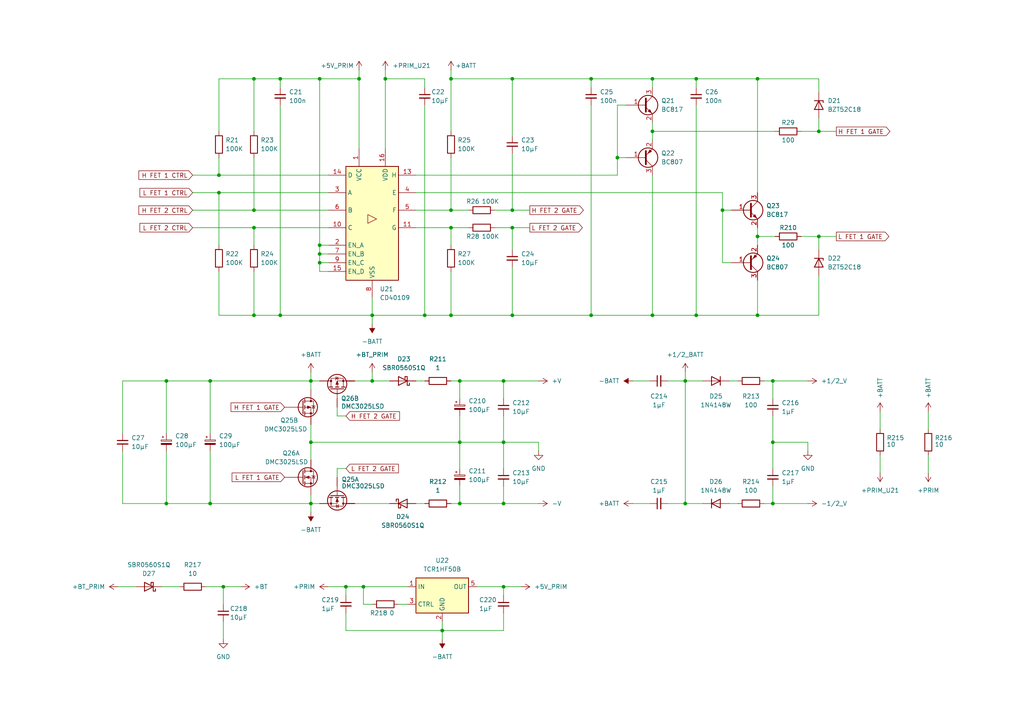
<source format=kicad_sch>
(kicad_sch (version 20230121) (generator eeschema)

  (uuid 70c54b08-f487-44d5-918d-bbcb0d5e49dd)

  (paper "A4")

  (lib_symbols
    (symbol "Device:C_Polarized_Small" (pin_numbers hide) (pin_names (offset 0.254) hide) (in_bom yes) (on_board yes)
      (property "Reference" "C" (at 0.254 1.778 0)
        (effects (font (size 1.27 1.27)) (justify left))
      )
      (property "Value" "C_Polarized_Small" (at 0.254 -2.032 0)
        (effects (font (size 1.27 1.27)) (justify left))
      )
      (property "Footprint" "" (at 0 0 0)
        (effects (font (size 1.27 1.27)) hide)
      )
      (property "Datasheet" "~" (at 0 0 0)
        (effects (font (size 1.27 1.27)) hide)
      )
      (property "ki_keywords" "cap capacitor" (at 0 0 0)
        (effects (font (size 1.27 1.27)) hide)
      )
      (property "ki_description" "Polarized capacitor, small symbol" (at 0 0 0)
        (effects (font (size 1.27 1.27)) hide)
      )
      (property "ki_fp_filters" "CP_*" (at 0 0 0)
        (effects (font (size 1.27 1.27)) hide)
      )
      (symbol "C_Polarized_Small_0_1"
        (rectangle (start -1.524 -0.3048) (end 1.524 -0.6858)
          (stroke (width 0) (type default))
          (fill (type outline))
        )
        (rectangle (start -1.524 0.6858) (end 1.524 0.3048)
          (stroke (width 0) (type default))
          (fill (type none))
        )
        (polyline
          (pts
            (xy -1.27 1.524)
            (xy -0.762 1.524)
          )
          (stroke (width 0) (type default))
          (fill (type none))
        )
        (polyline
          (pts
            (xy -1.016 1.27)
            (xy -1.016 1.778)
          )
          (stroke (width 0) (type default))
          (fill (type none))
        )
      )
      (symbol "C_Polarized_Small_1_1"
        (pin passive line (at 0 2.54 270) (length 1.8542)
          (name "~" (effects (font (size 1.27 1.27))))
          (number "1" (effects (font (size 1.27 1.27))))
        )
        (pin passive line (at 0 -2.54 90) (length 1.8542)
          (name "~" (effects (font (size 1.27 1.27))))
          (number "2" (effects (font (size 1.27 1.27))))
        )
      )
    )
    (symbol "Device:C_Small" (pin_numbers hide) (pin_names (offset 0.254) hide) (in_bom yes) (on_board yes)
      (property "Reference" "C" (at 0.254 1.778 0)
        (effects (font (size 1.27 1.27)) (justify left))
      )
      (property "Value" "C_Small" (at 0.254 -2.032 0)
        (effects (font (size 1.27 1.27)) (justify left))
      )
      (property "Footprint" "" (at 0 0 0)
        (effects (font (size 1.27 1.27)) hide)
      )
      (property "Datasheet" "~" (at 0 0 0)
        (effects (font (size 1.27 1.27)) hide)
      )
      (property "ki_keywords" "capacitor cap" (at 0 0 0)
        (effects (font (size 1.27 1.27)) hide)
      )
      (property "ki_description" "Unpolarized capacitor, small symbol" (at 0 0 0)
        (effects (font (size 1.27 1.27)) hide)
      )
      (property "ki_fp_filters" "C_*" (at 0 0 0)
        (effects (font (size 1.27 1.27)) hide)
      )
      (symbol "C_Small_0_1"
        (polyline
          (pts
            (xy -1.524 -0.508)
            (xy 1.524 -0.508)
          )
          (stroke (width 0.3302) (type default))
          (fill (type none))
        )
        (polyline
          (pts
            (xy -1.524 0.508)
            (xy 1.524 0.508)
          )
          (stroke (width 0.3048) (type default))
          (fill (type none))
        )
      )
      (symbol "C_Small_1_1"
        (pin passive line (at 0 2.54 270) (length 2.032)
          (name "~" (effects (font (size 1.27 1.27))))
          (number "1" (effects (font (size 1.27 1.27))))
        )
        (pin passive line (at 0 -2.54 90) (length 2.032)
          (name "~" (effects (font (size 1.27 1.27))))
          (number "2" (effects (font (size 1.27 1.27))))
        )
      )
    )
    (symbol "Device:D_Schottky" (pin_numbers hide) (pin_names (offset 1.016) hide) (in_bom yes) (on_board yes)
      (property "Reference" "D" (at 0 2.54 0)
        (effects (font (size 1.27 1.27)))
      )
      (property "Value" "D_Schottky" (at 0 -2.54 0)
        (effects (font (size 1.27 1.27)))
      )
      (property "Footprint" "" (at 0 0 0)
        (effects (font (size 1.27 1.27)) hide)
      )
      (property "Datasheet" "~" (at 0 0 0)
        (effects (font (size 1.27 1.27)) hide)
      )
      (property "ki_keywords" "diode Schottky" (at 0 0 0)
        (effects (font (size 1.27 1.27)) hide)
      )
      (property "ki_description" "Schottky diode" (at 0 0 0)
        (effects (font (size 1.27 1.27)) hide)
      )
      (property "ki_fp_filters" "TO-???* *_Diode_* *SingleDiode* D_*" (at 0 0 0)
        (effects (font (size 1.27 1.27)) hide)
      )
      (symbol "D_Schottky_0_1"
        (polyline
          (pts
            (xy 1.27 0)
            (xy -1.27 0)
          )
          (stroke (width 0) (type default))
          (fill (type none))
        )
        (polyline
          (pts
            (xy 1.27 1.27)
            (xy 1.27 -1.27)
            (xy -1.27 0)
            (xy 1.27 1.27)
          )
          (stroke (width 0.254) (type default))
          (fill (type none))
        )
        (polyline
          (pts
            (xy -1.905 0.635)
            (xy -1.905 1.27)
            (xy -1.27 1.27)
            (xy -1.27 -1.27)
            (xy -0.635 -1.27)
            (xy -0.635 -0.635)
          )
          (stroke (width 0.254) (type default))
          (fill (type none))
        )
      )
      (symbol "D_Schottky_1_1"
        (pin passive line (at -3.81 0 0) (length 2.54)
          (name "K" (effects (font (size 1.27 1.27))))
          (number "1" (effects (font (size 1.27 1.27))))
        )
        (pin passive line (at 3.81 0 180) (length 2.54)
          (name "A" (effects (font (size 1.27 1.27))))
          (number "2" (effects (font (size 1.27 1.27))))
        )
      )
    )
    (symbol "Device:D_Zener" (pin_numbers hide) (pin_names (offset 1.016) hide) (in_bom yes) (on_board yes)
      (property "Reference" "D" (at 0 2.54 0)
        (effects (font (size 1.27 1.27)))
      )
      (property "Value" "D_Zener" (at 0 -2.54 0)
        (effects (font (size 1.27 1.27)))
      )
      (property "Footprint" "" (at 0 0 0)
        (effects (font (size 1.27 1.27)) hide)
      )
      (property "Datasheet" "~" (at 0 0 0)
        (effects (font (size 1.27 1.27)) hide)
      )
      (property "ki_keywords" "diode" (at 0 0 0)
        (effects (font (size 1.27 1.27)) hide)
      )
      (property "ki_description" "Zener diode" (at 0 0 0)
        (effects (font (size 1.27 1.27)) hide)
      )
      (property "ki_fp_filters" "TO-???* *_Diode_* *SingleDiode* D_*" (at 0 0 0)
        (effects (font (size 1.27 1.27)) hide)
      )
      (symbol "D_Zener_0_1"
        (polyline
          (pts
            (xy 1.27 0)
            (xy -1.27 0)
          )
          (stroke (width 0) (type default))
          (fill (type none))
        )
        (polyline
          (pts
            (xy -1.27 -1.27)
            (xy -1.27 1.27)
            (xy -0.762 1.27)
          )
          (stroke (width 0.254) (type default))
          (fill (type none))
        )
        (polyline
          (pts
            (xy 1.27 -1.27)
            (xy 1.27 1.27)
            (xy -1.27 0)
            (xy 1.27 -1.27)
          )
          (stroke (width 0.254) (type default))
          (fill (type none))
        )
      )
      (symbol "D_Zener_1_1"
        (pin passive line (at -3.81 0 0) (length 2.54)
          (name "K" (effects (font (size 1.27 1.27))))
          (number "1" (effects (font (size 1.27 1.27))))
        )
        (pin passive line (at 3.81 0 180) (length 2.54)
          (name "A" (effects (font (size 1.27 1.27))))
          (number "2" (effects (font (size 1.27 1.27))))
        )
      )
    )
    (symbol "Device:R" (pin_numbers hide) (pin_names (offset 0)) (in_bom yes) (on_board yes)
      (property "Reference" "R" (at 2.032 0 90)
        (effects (font (size 1.27 1.27)))
      )
      (property "Value" "R" (at 0 0 90)
        (effects (font (size 1.27 1.27)))
      )
      (property "Footprint" "" (at -1.778 0 90)
        (effects (font (size 1.27 1.27)) hide)
      )
      (property "Datasheet" "~" (at 0 0 0)
        (effects (font (size 1.27 1.27)) hide)
      )
      (property "ki_keywords" "R res resistor" (at 0 0 0)
        (effects (font (size 1.27 1.27)) hide)
      )
      (property "ki_description" "Resistor" (at 0 0 0)
        (effects (font (size 1.27 1.27)) hide)
      )
      (property "ki_fp_filters" "R_*" (at 0 0 0)
        (effects (font (size 1.27 1.27)) hide)
      )
      (symbol "R_0_1"
        (rectangle (start -1.016 -2.54) (end 1.016 2.54)
          (stroke (width 0.254) (type default))
          (fill (type none))
        )
      )
      (symbol "R_1_1"
        (pin passive line (at 0 3.81 270) (length 1.27)
          (name "~" (effects (font (size 1.27 1.27))))
          (number "1" (effects (font (size 1.27 1.27))))
        )
        (pin passive line (at 0 -3.81 90) (length 1.27)
          (name "~" (effects (font (size 1.27 1.27))))
          (number "2" (effects (font (size 1.27 1.27))))
        )
      )
    )
    (symbol "Diode:1N4148" (pin_numbers hide) (pin_names hide) (in_bom yes) (on_board yes)
      (property "Reference" "D" (at 0 2.54 0)
        (effects (font (size 1.27 1.27)))
      )
      (property "Value" "1N4148" (at 0 -2.54 0)
        (effects (font (size 1.27 1.27)))
      )
      (property "Footprint" "Diode_THT:D_DO-35_SOD27_P7.62mm_Horizontal" (at 0 0 0)
        (effects (font (size 1.27 1.27)) hide)
      )
      (property "Datasheet" "https://assets.nexperia.com/documents/data-sheet/1N4148_1N4448.pdf" (at 0 0 0)
        (effects (font (size 1.27 1.27)) hide)
      )
      (property "Sim.Device" "D" (at 0 0 0)
        (effects (font (size 1.27 1.27)) hide)
      )
      (property "Sim.Pins" "1=K 2=A" (at 0 0 0)
        (effects (font (size 1.27 1.27)) hide)
      )
      (property "ki_keywords" "diode" (at 0 0 0)
        (effects (font (size 1.27 1.27)) hide)
      )
      (property "ki_description" "100V 0.15A standard switching diode, DO-35" (at 0 0 0)
        (effects (font (size 1.27 1.27)) hide)
      )
      (property "ki_fp_filters" "D*DO?35*" (at 0 0 0)
        (effects (font (size 1.27 1.27)) hide)
      )
      (symbol "1N4148_0_1"
        (polyline
          (pts
            (xy -1.27 1.27)
            (xy -1.27 -1.27)
          )
          (stroke (width 0.254) (type default))
          (fill (type none))
        )
        (polyline
          (pts
            (xy 1.27 0)
            (xy -1.27 0)
          )
          (stroke (width 0) (type default))
          (fill (type none))
        )
        (polyline
          (pts
            (xy 1.27 1.27)
            (xy 1.27 -1.27)
            (xy -1.27 0)
            (xy 1.27 1.27)
          )
          (stroke (width 0.254) (type default))
          (fill (type none))
        )
      )
      (symbol "1N4148_1_1"
        (pin passive line (at -3.81 0 0) (length 2.54)
          (name "K" (effects (font (size 1.27 1.27))))
          (number "1" (effects (font (size 1.27 1.27))))
        )
        (pin passive line (at 3.81 0 180) (length 2.54)
          (name "A" (effects (font (size 1.27 1.27))))
          (number "2" (effects (font (size 1.27 1.27))))
        )
      )
    )
    (symbol "Dual_NMOS_PMOS_S2G2S1G1D1D1D2D2_1" (pin_numbers hide) (pin_names hide) (in_bom yes) (on_board yes)
      (property "Reference" "Q25" (at -8.89 -3.81 0)
        (effects (font (size 1.27 1.27)) (justify left))
      )
      (property "Value" "DMC3025LSD" (at -13.589 -6.35 0)
        (effects (font (size 1.27 1.27)) (justify left))
      )
      (property "Footprint" "Package_SO:SO-8_3.9x4.9mm_P1.27mm" (at 0 12.7 0)
        (effects (font (size 1.27 1.27)) hide)
      )
      (property "Datasheet" "" (at 0 -0.0254 0)
        (effects (font (size 1.27 1.27)) hide)
      )
      (property "ki_locked" "" (at 0 0 0)
        (effects (font (size 1.27 1.27)))
      )
      (symbol "Dual_NMOS_PMOS_S2G2S1G1D1D1D2D2_1_0_1"
        (circle (center -0.889 0) (radius 2.794)
          (stroke (width 0.254) (type default))
          (fill (type none))
        )
        (circle (center 0 -1.778) (radius 0.254)
          (stroke (width 0) (type default))
          (fill (type outline))
        )
        (polyline
          (pts
            (xy -2.286 0)
            (xy -5.08 0)
          )
          (stroke (width 0) (type default))
          (fill (type none))
        )
        (polyline
          (pts
            (xy -2.286 1.905)
            (xy -2.286 -1.905)
          )
          (stroke (width 0.254) (type default))
          (fill (type none))
        )
        (polyline
          (pts
            (xy -1.778 -1.27)
            (xy -1.778 -2.286)
          )
          (stroke (width 0.254) (type default))
          (fill (type none))
        )
        (polyline
          (pts
            (xy -1.778 0.508)
            (xy -1.778 -0.508)
          )
          (stroke (width 0.254) (type default))
          (fill (type none))
        )
        (polyline
          (pts
            (xy -1.778 2.286)
            (xy -1.778 1.27)
          )
          (stroke (width 0.254) (type default))
          (fill (type none))
        )
        (polyline
          (pts
            (xy 0 2.54)
            (xy 0 1.778)
          )
          (stroke (width 0) (type default))
          (fill (type none))
        )
        (polyline
          (pts
            (xy 0 -2.54)
            (xy 0 0)
            (xy -1.778 0)
          )
          (stroke (width 0) (type default))
          (fill (type none))
        )
        (polyline
          (pts
            (xy -1.778 -1.778)
            (xy 0.762 -1.778)
            (xy 0.762 1.778)
            (xy -1.778 1.778)
          )
          (stroke (width 0) (type default))
          (fill (type none))
        )
        (polyline
          (pts
            (xy 0.254 0.508)
            (xy 0.381 0.381)
            (xy 1.143 0.381)
            (xy 1.27 0.254)
          )
          (stroke (width 0) (type default))
          (fill (type none))
        )
        (polyline
          (pts
            (xy 0.762 0.381)
            (xy 0.381 -0.254)
            (xy 1.143 -0.254)
            (xy 0.762 0.381)
          )
          (stroke (width 0) (type default))
          (fill (type none))
        )
        (circle (center 0 1.778) (radius 0.254)
          (stroke (width 0) (type default))
          (fill (type outline))
        )
      )
      (symbol "Dual_NMOS_PMOS_S2G2S1G1D1D1D2D2_1_1_1"
        (polyline
          (pts
            (xy -1.524 0)
            (xy -0.508 0.381)
            (xy -0.508 -0.381)
            (xy -1.524 0)
          )
          (stroke (width 0) (type default))
          (fill (type outline))
        )
        (pin passive line (at 0 -5.08 90) (length 2.54)
          (name "S2" (effects (font (size 1.27 1.27))))
          (number "1" (effects (font (size 1.27 1.27))))
        )
        (pin input line (at -7.62 0 0) (length 2.54)
          (name "G2" (effects (font (size 1.27 1.27))))
          (number "2" (effects (font (size 1.27 1.27))))
        )
        (pin passive line (at 0 5.08 270) (length 2.54)
          (name "D2" (effects (font (size 1.27 1.27))))
          (number "7" (effects (font (size 1.27 1.27))))
        )
        (pin passive line (at 0 5.08 270) (length 2.54)
          (name "D2" (effects (font (size 1.27 1.27))))
          (number "8" (effects (font (size 1.27 1.27))))
        )
      )
      (symbol "Dual_NMOS_PMOS_S2G2S1G1D1D1D2D2_1_2_1"
        (polyline
          (pts
            (xy 0 0)
            (xy -1.016 -0.381)
            (xy -1.016 0.381)
            (xy 0 0)
          )
          (stroke (width 0) (type default))
          (fill (type outline))
        )
        (pin passive line (at 0 5.08 270) (length 2.54)
          (name "S1" (effects (font (size 1.27 1.27))))
          (number "3" (effects (font (size 1.27 1.27))))
        )
        (pin input line (at -7.62 0 0) (length 2.54)
          (name "G1" (effects (font (size 1.27 1.27))))
          (number "4" (effects (font (size 1.27 1.27))))
        )
        (pin passive line (at 0 -5.08 90) (length 2.54)
          (name "D1" (effects (font (size 1.27 1.27))))
          (number "5" (effects (font (size 1.27 1.27))))
        )
        (pin passive line (at 0 -5.08 90) (length 2.54)
          (name "D1" (effects (font (size 1.27 1.27))))
          (number "6" (effects (font (size 1.27 1.27))))
        )
      )
    )
    (symbol "Dual_NMOS_PMOS_S2G2S1G1D1D1D2D2_2" (pin_numbers hide) (pin_names hide) (in_bom yes) (on_board yes)
      (property "Reference" "Q25" (at -8.89 -3.81 0)
        (effects (font (size 1.27 1.27)) (justify left))
      )
      (property "Value" "DMC3025LSD" (at -13.589 -6.35 0)
        (effects (font (size 1.27 1.27)) (justify left))
      )
      (property "Footprint" "Package_SO:SO-8_3.9x4.9mm_P1.27mm" (at 0 12.7 0)
        (effects (font (size 1.27 1.27)) hide)
      )
      (property "Datasheet" "" (at 0 -0.0254 0)
        (effects (font (size 1.27 1.27)) hide)
      )
      (property "ki_locked" "" (at 0 0 0)
        (effects (font (size 1.27 1.27)))
      )
      (symbol "Dual_NMOS_PMOS_S2G2S1G1D1D1D2D2_2_0_1"
        (circle (center -0.889 0) (radius 2.794)
          (stroke (width 0.254) (type default))
          (fill (type none))
        )
        (circle (center 0 -1.778) (radius 0.254)
          (stroke (width 0) (type default))
          (fill (type outline))
        )
        (polyline
          (pts
            (xy -2.286 0)
            (xy -5.08 0)
          )
          (stroke (width 0) (type default))
          (fill (type none))
        )
        (polyline
          (pts
            (xy -2.286 1.905)
            (xy -2.286 -1.905)
          )
          (stroke (width 0.254) (type default))
          (fill (type none))
        )
        (polyline
          (pts
            (xy -1.778 -1.27)
            (xy -1.778 -2.286)
          )
          (stroke (width 0.254) (type default))
          (fill (type none))
        )
        (polyline
          (pts
            (xy -1.778 0.508)
            (xy -1.778 -0.508)
          )
          (stroke (width 0.254) (type default))
          (fill (type none))
        )
        (polyline
          (pts
            (xy -1.778 2.286)
            (xy -1.778 1.27)
          )
          (stroke (width 0.254) (type default))
          (fill (type none))
        )
        (polyline
          (pts
            (xy 0 2.54)
            (xy 0 1.778)
          )
          (stroke (width 0) (type default))
          (fill (type none))
        )
        (polyline
          (pts
            (xy 0 -2.54)
            (xy 0 0)
            (xy -1.778 0)
          )
          (stroke (width 0) (type default))
          (fill (type none))
        )
        (polyline
          (pts
            (xy -1.778 -1.778)
            (xy 0.762 -1.778)
            (xy 0.762 1.778)
            (xy -1.778 1.778)
          )
          (stroke (width 0) (type default))
          (fill (type none))
        )
        (polyline
          (pts
            (xy 0.254 0.508)
            (xy 0.381 0.381)
            (xy 1.143 0.381)
            (xy 1.27 0.254)
          )
          (stroke (width 0) (type default))
          (fill (type none))
        )
        (polyline
          (pts
            (xy 0.762 0.381)
            (xy 0.381 -0.254)
            (xy 1.143 -0.254)
            (xy 0.762 0.381)
          )
          (stroke (width 0) (type default))
          (fill (type none))
        )
        (circle (center 0 1.778) (radius 0.254)
          (stroke (width 0) (type default))
          (fill (type outline))
        )
      )
      (symbol "Dual_NMOS_PMOS_S2G2S1G1D1D1D2D2_2_1_1"
        (polyline
          (pts
            (xy -1.524 0)
            (xy -0.508 0.381)
            (xy -0.508 -0.381)
            (xy -1.524 0)
          )
          (stroke (width 0) (type default))
          (fill (type outline))
        )
        (pin passive line (at 0 -5.08 90) (length 2.54)
          (name "S2" (effects (font (size 1.27 1.27))))
          (number "1" (effects (font (size 1.27 1.27))))
        )
        (pin input line (at -7.62 0 0) (length 2.54)
          (name "G2" (effects (font (size 1.27 1.27))))
          (number "2" (effects (font (size 1.27 1.27))))
        )
        (pin passive line (at 0 5.08 270) (length 2.54)
          (name "D2" (effects (font (size 1.27 1.27))))
          (number "7" (effects (font (size 1.27 1.27))))
        )
        (pin passive line (at 0 5.08 270) (length 2.54)
          (name "D2" (effects (font (size 1.27 1.27))))
          (number "8" (effects (font (size 1.27 1.27))))
        )
      )
      (symbol "Dual_NMOS_PMOS_S2G2S1G1D1D1D2D2_2_2_1"
        (polyline
          (pts
            (xy 0 0)
            (xy -1.016 -0.381)
            (xy -1.016 0.381)
            (xy 0 0)
          )
          (stroke (width 0) (type default))
          (fill (type outline))
        )
        (pin passive line (at 0 5.08 270) (length 2.54)
          (name "S1" (effects (font (size 1.27 1.27))))
          (number "3" (effects (font (size 1.27 1.27))))
        )
        (pin input line (at -7.62 0 0) (length 2.54)
          (name "G1" (effects (font (size 1.27 1.27))))
          (number "4" (effects (font (size 1.27 1.27))))
        )
        (pin passive line (at 0 -5.08 90) (length 2.54)
          (name "D1" (effects (font (size 1.27 1.27))))
          (number "5" (effects (font (size 1.27 1.27))))
        )
        (pin passive line (at 0 -5.08 90) (length 2.54)
          (name "D1" (effects (font (size 1.27 1.27))))
          (number "6" (effects (font (size 1.27 1.27))))
        )
      )
    )
    (symbol "Dual_NMOS_PMOS_S2G2S1G1D1D1D2D2_3" (pin_numbers hide) (pin_names hide) (in_bom yes) (on_board yes)
      (property "Reference" "Q26" (at -5.08 -6.35 90)
        (effects (font (size 1.27 1.27)) (justify left))
      )
      (property "Value" "DMC3025LSD" (at -7.366 -13.716 90)
        (effects (font (size 1.27 1.27)) (justify left))
      )
      (property "Footprint" "Package_SO:SO-8_3.9x4.9mm_P1.27mm" (at -1.27 12.7 0)
        (effects (font (size 1.27 1.27)) hide)
      )
      (property "Datasheet" "" (at 0 -0.0254 0)
        (effects (font (size 1.27 1.27)) hide)
      )
      (property "ki_locked" "" (at 0 0 0)
        (effects (font (size 1.27 1.27)))
      )
      (symbol "Dual_NMOS_PMOS_S2G2S1G1D1D1D2D2_3_0_1"
        (circle (center -0.889 0) (radius 2.794)
          (stroke (width 0.254) (type default))
          (fill (type none))
        )
        (circle (center 0 -1.778) (radius 0.254)
          (stroke (width 0) (type default))
          (fill (type outline))
        )
        (polyline
          (pts
            (xy -2.286 0)
            (xy -5.08 0)
          )
          (stroke (width 0) (type default))
          (fill (type none))
        )
        (polyline
          (pts
            (xy -2.286 1.905)
            (xy -2.286 -1.905)
          )
          (stroke (width 0.254) (type default))
          (fill (type none))
        )
        (polyline
          (pts
            (xy -1.778 -1.27)
            (xy -1.778 -2.286)
          )
          (stroke (width 0.254) (type default))
          (fill (type none))
        )
        (polyline
          (pts
            (xy -1.778 0.508)
            (xy -1.778 -0.508)
          )
          (stroke (width 0.254) (type default))
          (fill (type none))
        )
        (polyline
          (pts
            (xy -1.778 2.286)
            (xy -1.778 1.27)
          )
          (stroke (width 0.254) (type default))
          (fill (type none))
        )
        (polyline
          (pts
            (xy 0 2.54)
            (xy 0 1.778)
          )
          (stroke (width 0) (type default))
          (fill (type none))
        )
        (polyline
          (pts
            (xy 0 -2.54)
            (xy 0 0)
            (xy -1.778 0)
          )
          (stroke (width 0) (type default))
          (fill (type none))
        )
        (polyline
          (pts
            (xy -1.778 -1.778)
            (xy 0.762 -1.778)
            (xy 0.762 1.778)
            (xy -1.778 1.778)
          )
          (stroke (width 0) (type default))
          (fill (type none))
        )
        (polyline
          (pts
            (xy 0.254 0.508)
            (xy 0.381 0.381)
            (xy 1.143 0.381)
            (xy 1.27 0.254)
          )
          (stroke (width 0) (type default))
          (fill (type none))
        )
        (polyline
          (pts
            (xy 0.762 0.381)
            (xy 0.381 -0.254)
            (xy 1.143 -0.254)
            (xy 0.762 0.381)
          )
          (stroke (width 0) (type default))
          (fill (type none))
        )
        (circle (center 0 1.778) (radius 0.254)
          (stroke (width 0) (type default))
          (fill (type outline))
        )
      )
      (symbol "Dual_NMOS_PMOS_S2G2S1G1D1D1D2D2_3_1_1"
        (polyline
          (pts
            (xy -1.524 0)
            (xy -0.508 0.381)
            (xy -0.508 -0.381)
            (xy -1.524 0)
          )
          (stroke (width 0) (type default))
          (fill (type outline))
        )
        (pin passive line (at 0 -5.08 90) (length 2.54)
          (name "S2" (effects (font (size 1.27 1.27))))
          (number "1" (effects (font (size 1.27 1.27))))
        )
        (pin input line (at -7.62 0 0) (length 2.54)
          (name "G2" (effects (font (size 1.27 1.27))))
          (number "2" (effects (font (size 1.27 1.27))))
        )
        (pin passive line (at 0 5.08 270) (length 2.54)
          (name "D2" (effects (font (size 1.27 1.27))))
          (number "7" (effects (font (size 1.27 1.27))))
        )
        (pin passive line (at 0 5.08 270) (length 2.54)
          (name "D2" (effects (font (size 1.27 1.27))))
          (number "8" (effects (font (size 1.27 1.27))))
        )
      )
      (symbol "Dual_NMOS_PMOS_S2G2S1G1D1D1D2D2_3_2_1"
        (polyline
          (pts
            (xy 0 0)
            (xy -1.016 -0.381)
            (xy -1.016 0.381)
            (xy 0 0)
          )
          (stroke (width 0) (type default))
          (fill (type outline))
        )
        (pin passive line (at 0 5.08 270) (length 2.54)
          (name "S1" (effects (font (size 1.27 1.27))))
          (number "3" (effects (font (size 1.27 1.27))))
        )
        (pin input line (at -7.62 0 0) (length 2.54)
          (name "G1" (effects (font (size 1.27 1.27))))
          (number "4" (effects (font (size 1.27 1.27))))
        )
        (pin passive line (at 0 -5.08 90) (length 2.54)
          (name "D1" (effects (font (size 1.27 1.27))))
          (number "5" (effects (font (size 1.27 1.27))))
        )
        (pin passive line (at 0 -5.08 90) (length 2.54)
          (name "D1" (effects (font (size 1.27 1.27))))
          (number "6" (effects (font (size 1.27 1.27))))
        )
      )
    )
    (symbol "My_40CMOS:CD40109" (in_bom yes) (on_board yes)
      (property "Reference" "U21" (at 2.1941 -22.86 0)
        (effects (font (size 1.27 1.27)) (justify left))
      )
      (property "Value" "CD40109" (at 2.1941 -25.4 0)
        (effects (font (size 1.27 1.27)) (justify left))
      )
      (property "Footprint" "Package_SO:TSSOP-16_4.4x5mm_P0.65mm" (at 0 31.75 0)
        (effects (font (size 1.27 1.27)) hide)
      )
      (property "Datasheet" "" (at 0 0 0)
        (effects (font (size 1.27 1.27)) hide)
      )
      (symbol "CD40109_1_0"
        (polyline
          (pts
            (xy 1.27 -2.54)
            (xy -1.27 -1.27)
            (xy -1.27 -3.81)
            (xy 1.27 -2.54)
          )
          (stroke (width 0.1524) (type default))
          (fill (type none))
        )
        (pin power_in line (at -3.81 17.78 270) (length 5.08)
          (name "VCC" (effects (font (size 1.27 1.27))))
          (number "1" (effects (font (size 1.27 1.27))))
        )
        (pin input line (at -12.7 -5.08 0) (length 5.08)
          (name "C" (effects (font (size 1.27 1.27))))
          (number "10" (effects (font (size 1.27 1.27))))
        )
        (pin tri_state line (at 12.7 -5.08 180) (length 5.08)
          (name "G" (effects (font (size 1.27 1.27))))
          (number "11" (effects (font (size 1.27 1.27))))
        )
        (pin tri_state line (at 12.7 10.16 180) (length 5.08)
          (name "H" (effects (font (size 1.27 1.27))))
          (number "13" (effects (font (size 1.27 1.27))))
        )
        (pin input line (at -12.7 10.16 0) (length 5.08)
          (name "D" (effects (font (size 1.27 1.27))))
          (number "14" (effects (font (size 1.27 1.27))))
        )
        (pin input line (at -12.7 -17.78 0) (length 5.08)
          (name "EN_D" (effects (font (size 1.27 1.27))))
          (number "15" (effects (font (size 1.27 1.27))))
        )
        (pin power_in line (at 3.81 17.78 270) (length 5.08)
          (name "VDD" (effects (font (size 1.27 1.27))))
          (number "16" (effects (font (size 1.27 1.27))))
        )
        (pin input line (at -12.7 -10.16 0) (length 5.08)
          (name "EN_A" (effects (font (size 1.27 1.27))))
          (number "2" (effects (font (size 1.27 1.27))))
        )
        (pin input line (at -12.7 5.08 0) (length 5.08)
          (name "A" (effects (font (size 1.27 1.27))))
          (number "3" (effects (font (size 1.27 1.27))))
        )
        (pin tri_state line (at 12.7 5.08 180) (length 5.08)
          (name "E" (effects (font (size 1.27 1.27))))
          (number "4" (effects (font (size 1.27 1.27))))
        )
        (pin tri_state line (at 12.7 0 180) (length 5.08)
          (name "F" (effects (font (size 1.27 1.27))))
          (number "5" (effects (font (size 1.27 1.27))))
        )
        (pin input line (at -12.7 0 0) (length 5.08)
          (name "B" (effects (font (size 1.27 1.27))))
          (number "6" (effects (font (size 1.27 1.27))))
        )
        (pin input line (at -12.7 -12.7 0) (length 5.08)
          (name "EN_B" (effects (font (size 1.27 1.27))))
          (number "7" (effects (font (size 1.27 1.27))))
        )
        (pin power_in line (at 0 -25.4 90) (length 5.08)
          (name "VSS" (effects (font (size 1.27 1.27))))
          (number "8" (effects (font (size 1.27 1.27))))
        )
        (pin input line (at -12.7 -15.24 0) (length 5.08)
          (name "EN_C" (effects (font (size 1.27 1.27))))
          (number "9" (effects (font (size 1.27 1.27))))
        )
      )
      (symbol "CD40109_1_1"
        (rectangle (start -7.62 12.7) (end 7.62 -20.32)
          (stroke (width 0.254) (type default))
          (fill (type background))
        )
      )
    )
    (symbol "My_FET:Dual_NMOS_PMOS_S2G2S1G1D1D1D2D2" (pin_numbers hide) (pin_names hide) (in_bom yes) (on_board yes)
      (property "Reference" "Q26" (at -5.08 -6.35 90)
        (effects (font (size 1.27 1.27)) (justify left))
      )
      (property "Value" "DMC3025LSD" (at -7.366 -13.716 90)
        (effects (font (size 1.27 1.27)) (justify left))
      )
      (property "Footprint" "Package_SO:SO-8_3.9x4.9mm_P1.27mm" (at -1.27 12.7 0)
        (effects (font (size 1.27 1.27)) hide)
      )
      (property "Datasheet" "" (at 0 -0.0254 0)
        (effects (font (size 1.27 1.27)) hide)
      )
      (property "ki_locked" "" (at 0 0 0)
        (effects (font (size 1.27 1.27)))
      )
      (symbol "Dual_NMOS_PMOS_S2G2S1G1D1D1D2D2_0_1"
        (circle (center -0.889 0) (radius 2.794)
          (stroke (width 0.254) (type default))
          (fill (type none))
        )
        (circle (center 0 -1.778) (radius 0.254)
          (stroke (width 0) (type default))
          (fill (type outline))
        )
        (polyline
          (pts
            (xy -2.286 0)
            (xy -5.08 0)
          )
          (stroke (width 0) (type default))
          (fill (type none))
        )
        (polyline
          (pts
            (xy -2.286 1.905)
            (xy -2.286 -1.905)
          )
          (stroke (width 0.254) (type default))
          (fill (type none))
        )
        (polyline
          (pts
            (xy -1.778 -1.27)
            (xy -1.778 -2.286)
          )
          (stroke (width 0.254) (type default))
          (fill (type none))
        )
        (polyline
          (pts
            (xy -1.778 0.508)
            (xy -1.778 -0.508)
          )
          (stroke (width 0.254) (type default))
          (fill (type none))
        )
        (polyline
          (pts
            (xy -1.778 2.286)
            (xy -1.778 1.27)
          )
          (stroke (width 0.254) (type default))
          (fill (type none))
        )
        (polyline
          (pts
            (xy 0 2.54)
            (xy 0 1.778)
          )
          (stroke (width 0) (type default))
          (fill (type none))
        )
        (polyline
          (pts
            (xy 0 -2.54)
            (xy 0 0)
            (xy -1.778 0)
          )
          (stroke (width 0) (type default))
          (fill (type none))
        )
        (polyline
          (pts
            (xy -1.778 -1.778)
            (xy 0.762 -1.778)
            (xy 0.762 1.778)
            (xy -1.778 1.778)
          )
          (stroke (width 0) (type default))
          (fill (type none))
        )
        (polyline
          (pts
            (xy 0.254 0.508)
            (xy 0.381 0.381)
            (xy 1.143 0.381)
            (xy 1.27 0.254)
          )
          (stroke (width 0) (type default))
          (fill (type none))
        )
        (polyline
          (pts
            (xy 0.762 0.381)
            (xy 0.381 -0.254)
            (xy 1.143 -0.254)
            (xy 0.762 0.381)
          )
          (stroke (width 0) (type default))
          (fill (type none))
        )
        (circle (center 0 1.778) (radius 0.254)
          (stroke (width 0) (type default))
          (fill (type outline))
        )
      )
      (symbol "Dual_NMOS_PMOS_S2G2S1G1D1D1D2D2_1_1"
        (polyline
          (pts
            (xy -1.524 0)
            (xy -0.508 0.381)
            (xy -0.508 -0.381)
            (xy -1.524 0)
          )
          (stroke (width 0) (type default))
          (fill (type outline))
        )
        (pin passive line (at 0 -5.08 90) (length 2.54)
          (name "S2" (effects (font (size 1.27 1.27))))
          (number "1" (effects (font (size 1.27 1.27))))
        )
        (pin input line (at -7.62 0 0) (length 2.54)
          (name "G2" (effects (font (size 1.27 1.27))))
          (number "2" (effects (font (size 1.27 1.27))))
        )
        (pin passive line (at 0 5.08 270) (length 2.54)
          (name "D2" (effects (font (size 1.27 1.27))))
          (number "7" (effects (font (size 1.27 1.27))))
        )
        (pin passive line (at 0 5.08 270) (length 2.54)
          (name "D2" (effects (font (size 1.27 1.27))))
          (number "8" (effects (font (size 1.27 1.27))))
        )
      )
      (symbol "Dual_NMOS_PMOS_S2G2S1G1D1D1D2D2_2_1"
        (polyline
          (pts
            (xy 0 0)
            (xy -1.016 -0.381)
            (xy -1.016 0.381)
            (xy 0 0)
          )
          (stroke (width 0) (type default))
          (fill (type outline))
        )
        (pin passive line (at 0 5.08 270) (length 2.54)
          (name "S1" (effects (font (size 1.27 1.27))))
          (number "3" (effects (font (size 1.27 1.27))))
        )
        (pin input line (at -7.62 0 0) (length 2.54)
          (name "G1" (effects (font (size 1.27 1.27))))
          (number "4" (effects (font (size 1.27 1.27))))
        )
        (pin passive line (at 0 -5.08 90) (length 2.54)
          (name "D1" (effects (font (size 1.27 1.27))))
          (number "5" (effects (font (size 1.27 1.27))))
        )
        (pin passive line (at 0 -5.08 90) (length 2.54)
          (name "D1" (effects (font (size 1.27 1.27))))
          (number "6" (effects (font (size 1.27 1.27))))
        )
      )
    )
    (symbol "My_Linear_Regulator:TCR1HF50B" (in_bom yes) (on_board yes)
      (property "Reference" "U" (at -7.1882 8.2042 0)
        (effects (font (size 1.27 1.27)))
      )
      (property "Value" "TCR1HF50B" (at -2.2606 6.2992 0)
        (effects (font (size 1.27 1.27)))
      )
      (property "Footprint" "" (at 0 0 0)
        (effects (font (size 1.27 1.27)) hide)
      )
      (property "Datasheet" "" (at 0 0 0)
        (effects (font (size 1.27 1.27)) hide)
      )
      (symbol "TCR1HF50B_1_1"
        (rectangle (start -7.62 5.08) (end 7.62 -5.08)
          (stroke (width 0.254) (type default))
          (fill (type background))
        )
        (pin power_in line (at -10.16 2.54 0) (length 2.54)
          (name "IN" (effects (font (size 1.27 1.27))))
          (number "1" (effects (font (size 1.27 1.27))))
        )
        (pin power_in line (at 0 -7.62 90) (length 2.54)
          (name "GND" (effects (font (size 1.27 1.27))))
          (number "2" (effects (font (size 1.27 1.27))))
        )
        (pin input line (at -10.16 -2.54 0) (length 2.54)
          (name "CTRL" (effects (font (size 1.27 1.27))))
          (number "3" (effects (font (size 1.27 1.27))))
        )
        (pin power_out line (at 10.16 2.54 180) (length 2.54)
          (name "OUT" (effects (font (size 1.27 1.27))))
          (number "5" (effects (font (size 1.27 1.27))))
        )
      )
    )
    (symbol "My_Power_Symbols:+1/2 BATT" (power) (in_bom no) (on_board no)
      (property "Reference" "#PWR" (at 0 0 0)
        (effects (font (size 1.27 1.27)) hide)
      )
      (property "Value" "+1/2 BATT" (at 0 0 0)
        (effects (font (size 1.27 1.27)))
      )
      (property "Footprint" "" (at 0 0 0)
        (effects (font (size 1.27 1.27)) hide)
      )
      (property "Datasheet" "" (at 0 0 0)
        (effects (font (size 1.27 1.27)) hide)
      )
      (symbol "+1/2 BATT_0_1"
        (polyline
          (pts
            (xy -0.762 1.27)
            (xy 0 2.54)
          )
          (stroke (width 0) (type default))
          (fill (type none))
        )
        (polyline
          (pts
            (xy 0 0)
            (xy 0 2.54)
          )
          (stroke (width 0) (type default))
          (fill (type none))
        )
        (polyline
          (pts
            (xy 0 2.54)
            (xy 0.762 1.27)
          )
          (stroke (width 0) (type default))
          (fill (type none))
        )
      )
      (symbol "+1/2 BATT_1_1"
        (pin power_in line (at 0 0 90) (length 0) hide
          (name "+1/2_BATT" (effects (font (size 1.27 1.27))))
          (number "1" (effects (font (size 1.27 1.27))))
        )
      )
    )
    (symbol "My_Power_Symbols:+1/2 V" (power) (in_bom no) (on_board no)
      (property "Reference" "#PWR" (at 0 0 0)
        (effects (font (size 1.27 1.27)) hide)
      )
      (property "Value" "+1/2 V" (at 0 0 0)
        (effects (font (size 1.27 1.27)))
      )
      (property "Footprint" "" (at 0 0 0)
        (effects (font (size 1.27 1.27)) hide)
      )
      (property "Datasheet" "" (at 0 0 0)
        (effects (font (size 1.27 1.27)) hide)
      )
      (symbol "+1/2 V_0_1"
        (polyline
          (pts
            (xy -0.762 1.27)
            (xy 0 2.54)
          )
          (stroke (width 0) (type default))
          (fill (type none))
        )
        (polyline
          (pts
            (xy 0 0)
            (xy 0 2.54)
          )
          (stroke (width 0) (type default))
          (fill (type none))
        )
        (polyline
          (pts
            (xy 0 2.54)
            (xy 0.762 1.27)
          )
          (stroke (width 0) (type default))
          (fill (type none))
        )
      )
      (symbol "+1/2 V_1_1"
        (pin power_in line (at 0 0 90) (length 0) hide
          (name "+1/2_V" (effects (font (size 1.27 1.27))))
          (number "1" (effects (font (size 1.27 1.27))))
        )
      )
    )
    (symbol "My_Power_Symbols:+5V PRIM" (power) (in_bom no) (on_board no)
      (property "Reference" "#PWR" (at 0 0 0)
        (effects (font (size 1.27 1.27)) hide)
      )
      (property "Value" "+5V PRIM" (at 0 0 0)
        (effects (font (size 1.27 1.27)))
      )
      (property "Footprint" "" (at 0 0 0)
        (effects (font (size 1.27 1.27)) hide)
      )
      (property "Datasheet" "" (at 0 0 0)
        (effects (font (size 1.27 1.27)) hide)
      )
      (symbol "+5V PRIM_0_1"
        (polyline
          (pts
            (xy -0.762 1.27)
            (xy 0 2.54)
          )
          (stroke (width 0) (type default))
          (fill (type none))
        )
        (polyline
          (pts
            (xy 0 0)
            (xy 0 2.54)
          )
          (stroke (width 0) (type default))
          (fill (type none))
        )
        (polyline
          (pts
            (xy 0 2.54)
            (xy 0.762 1.27)
          )
          (stroke (width 0) (type default))
          (fill (type none))
        )
      )
      (symbol "+5V PRIM_1_1"
        (pin power_in line (at 0 0 90) (length 0) hide
          (name "+5V_PRIM" (effects (font (size 1.27 1.27))))
          (number "1" (effects (font (size 1.27 1.27))))
        )
      )
    )
    (symbol "My_Power_Symbols:+BT" (power) (in_bom no) (on_board no)
      (property "Reference" "#PWR" (at 0 0 0)
        (effects (font (size 1.27 1.27)) hide)
      )
      (property "Value" "+BT" (at 0 0 0)
        (effects (font (size 1.27 1.27)))
      )
      (property "Footprint" "" (at 0 0 0)
        (effects (font (size 1.27 1.27)) hide)
      )
      (property "Datasheet" "" (at 0 0 0)
        (effects (font (size 1.27 1.27)) hide)
      )
      (symbol "+BT_0_1"
        (polyline
          (pts
            (xy -0.762 1.27)
            (xy 0 2.54)
          )
          (stroke (width 0) (type default))
          (fill (type none))
        )
        (polyline
          (pts
            (xy 0 0)
            (xy 0 2.54)
          )
          (stroke (width 0) (type default))
          (fill (type none))
        )
        (polyline
          (pts
            (xy 0 2.54)
            (xy 0.762 1.27)
          )
          (stroke (width 0) (type default))
          (fill (type none))
        )
      )
      (symbol "+BT_1_1"
        (pin power_in line (at 0 0 90) (length 0) hide
          (name "+BT" (effects (font (size 1.27 1.27))))
          (number "1" (effects (font (size 1.27 1.27))))
        )
      )
    )
    (symbol "My_Power_Symbols:+BT PRIM" (power) (in_bom no) (on_board no)
      (property "Reference" "#PWR" (at 0 0 0)
        (effects (font (size 1.27 1.27)) hide)
      )
      (property "Value" "+BT PRIM" (at 0 0 0)
        (effects (font (size 1.27 1.27)))
      )
      (property "Footprint" "" (at 0 0 0)
        (effects (font (size 1.27 1.27)) hide)
      )
      (property "Datasheet" "" (at 0 0 0)
        (effects (font (size 1.27 1.27)) hide)
      )
      (symbol "+BT PRIM_0_1"
        (polyline
          (pts
            (xy -0.762 1.27)
            (xy 0 2.54)
          )
          (stroke (width 0) (type default))
          (fill (type none))
        )
        (polyline
          (pts
            (xy 0 0)
            (xy 0 2.54)
          )
          (stroke (width 0) (type default))
          (fill (type none))
        )
        (polyline
          (pts
            (xy 0 2.54)
            (xy 0.762 1.27)
          )
          (stroke (width 0) (type default))
          (fill (type none))
        )
      )
      (symbol "+BT PRIM_1_1"
        (pin power_in line (at 0 0 90) (length 0) hide
          (name "+BT_PRIM" (effects (font (size 1.27 1.27))))
          (number "1" (effects (font (size 1.27 1.27))))
        )
      )
    )
    (symbol "My_Power_Symbols:+PRIM" (power) (in_bom no) (on_board no)
      (property "Reference" "#PWR" (at 0 0 0)
        (effects (font (size 1.27 1.27)) hide)
      )
      (property "Value" "+PRIM" (at 0 0 0)
        (effects (font (size 1.27 1.27)))
      )
      (property "Footprint" "" (at 0 0 0)
        (effects (font (size 1.27 1.27)) hide)
      )
      (property "Datasheet" "" (at 0 0 0)
        (effects (font (size 1.27 1.27)) hide)
      )
      (symbol "+PRIM_0_1"
        (polyline
          (pts
            (xy -0.762 1.27)
            (xy 0 2.54)
          )
          (stroke (width 0) (type default))
          (fill (type none))
        )
        (polyline
          (pts
            (xy 0 0)
            (xy 0 2.54)
          )
          (stroke (width 0) (type default))
          (fill (type none))
        )
        (polyline
          (pts
            (xy 0 2.54)
            (xy 0.762 1.27)
          )
          (stroke (width 0) (type default))
          (fill (type none))
        )
      )
      (symbol "+PRIM_1_1"
        (pin power_in line (at 0 0 90) (length 0) hide
          (name "+PRIM" (effects (font (size 1.27 1.27))))
          (number "1" (effects (font (size 1.27 1.27))))
        )
      )
    )
    (symbol "My_Power_Symbols:+PRIM U21" (power) (in_bom no) (on_board no)
      (property "Reference" "#PWR" (at 0 0 0)
        (effects (font (size 1.27 1.27)) hide)
      )
      (property "Value" "+PRIM U21" (at 0 0 0)
        (effects (font (size 1.27 1.27)))
      )
      (property "Footprint" "" (at 0 0 0)
        (effects (font (size 1.27 1.27)) hide)
      )
      (property "Datasheet" "" (at 0 0 0)
        (effects (font (size 1.27 1.27)) hide)
      )
      (symbol "+PRIM U21_0_1"
        (polyline
          (pts
            (xy -0.762 1.27)
            (xy 0 2.54)
          )
          (stroke (width 0) (type default))
          (fill (type none))
        )
        (polyline
          (pts
            (xy 0 0)
            (xy 0 2.54)
          )
          (stroke (width 0) (type default))
          (fill (type none))
        )
        (polyline
          (pts
            (xy 0 2.54)
            (xy 0.762 1.27)
          )
          (stroke (width 0) (type default))
          (fill (type none))
        )
      )
      (symbol "+PRIM U21_1_1"
        (pin power_in line (at 0 0 90) (length 0) hide
          (name "+PRIM_U21" (effects (font (size 1.27 1.27))))
          (number "1" (effects (font (size 1.27 1.27))))
        )
      )
    )
    (symbol "My_Power_Symbols:+V" (power) (in_bom no) (on_board no)
      (property "Reference" "#PWR" (at 0 0 0)
        (effects (font (size 1.27 1.27)) hide)
      )
      (property "Value" "+V" (at 4.064 0.127 0)
        (effects (font (size 1.27 1.27)))
      )
      (property "Footprint" "" (at 0 0 0)
        (effects (font (size 1.27 1.27)) hide)
      )
      (property "Datasheet" "" (at 0 0 0)
        (effects (font (size 1.27 1.27)) hide)
      )
      (symbol "+V_0_1"
        (polyline
          (pts
            (xy -0.762 1.27)
            (xy 0 2.54)
          )
          (stroke (width 0) (type default))
          (fill (type none))
        )
        (polyline
          (pts
            (xy 0 0)
            (xy 0 2.54)
          )
          (stroke (width 0) (type default))
          (fill (type none))
        )
        (polyline
          (pts
            (xy 0 2.54)
            (xy 0.762 1.27)
          )
          (stroke (width 0) (type default))
          (fill (type none))
        )
      )
      (symbol "+V_1_1"
        (pin power_in line (at 0 0 90) (length 0) hide
          (name "+V" (effects (font (size 1.27 1.27))))
          (number "1" (effects (font (size 1.27 1.27))))
        )
      )
    )
    (symbol "My_Power_Symbols:-1/2 V" (power) (in_bom no) (on_board no)
      (property "Reference" "#PWR" (at 0 0 0)
        (effects (font (size 1.27 1.27)) hide)
      )
      (property "Value" "-1/2 V" (at 0 0 0)
        (effects (font (size 1.27 1.27)))
      )
      (property "Footprint" "" (at 0 0 0)
        (effects (font (size 1.27 1.27)) hide)
      )
      (property "Datasheet" "" (at 0 0 0)
        (effects (font (size 1.27 1.27)) hide)
      )
      (symbol "-1/2 V_0_1"
        (polyline
          (pts
            (xy -0.762 1.27)
            (xy 0 2.54)
          )
          (stroke (width 0) (type default))
          (fill (type none))
        )
        (polyline
          (pts
            (xy 0 0)
            (xy 0 2.54)
          )
          (stroke (width 0) (type default))
          (fill (type none))
        )
        (polyline
          (pts
            (xy 0 2.54)
            (xy 0.762 1.27)
          )
          (stroke (width 0) (type default))
          (fill (type none))
        )
      )
      (symbol "-1/2 V_1_1"
        (pin power_in line (at 0 0 90) (length 0) hide
          (name "-1/2_V" (effects (font (size 1.27 1.27))))
          (number "1" (effects (font (size 1.27 1.27))))
        )
      )
    )
    (symbol "My_Power_Symbols:-V" (power) (in_bom no) (on_board no)
      (property "Reference" "#PWR" (at 0 0 0)
        (effects (font (size 1.27 1.27)) hide)
      )
      (property "Value" "-V" (at 3.937 0.127 0)
        (effects (font (size 1.27 1.27)))
      )
      (property "Footprint" "" (at 0 0 0)
        (effects (font (size 1.27 1.27)) hide)
      )
      (property "Datasheet" "" (at 0 0 0)
        (effects (font (size 1.27 1.27)) hide)
      )
      (symbol "-V_0_1"
        (polyline
          (pts
            (xy -0.762 1.27)
            (xy 0 2.54)
          )
          (stroke (width 0) (type default))
          (fill (type none))
        )
        (polyline
          (pts
            (xy 0 0)
            (xy 0 2.54)
          )
          (stroke (width 0) (type default))
          (fill (type none))
        )
        (polyline
          (pts
            (xy 0 2.54)
            (xy 0.762 1.27)
          )
          (stroke (width 0) (type default))
          (fill (type none))
        )
      )
      (symbol "-V_1_1"
        (pin power_in line (at 0 0 90) (length 0) hide
          (name "-V" (effects (font (size 1.27 1.27))))
          (number "1" (effects (font (size 1.27 1.27))))
        )
      )
    )
    (symbol "Transistor_BJT:BC807" (pin_names (offset 0) hide) (in_bom yes) (on_board yes)
      (property "Reference" "Q" (at 5.08 1.905 0)
        (effects (font (size 1.27 1.27)) (justify left))
      )
      (property "Value" "BC807" (at 5.08 0 0)
        (effects (font (size 1.27 1.27)) (justify left))
      )
      (property "Footprint" "Package_TO_SOT_SMD:SOT-23" (at 5.08 -1.905 0)
        (effects (font (size 1.27 1.27) italic) (justify left) hide)
      )
      (property "Datasheet" "https://www.onsemi.com/pub/Collateral/BC808-D.pdf" (at 0 0 0)
        (effects (font (size 1.27 1.27)) (justify left) hide)
      )
      (property "ki_keywords" "PNP Transistor" (at 0 0 0)
        (effects (font (size 1.27 1.27)) hide)
      )
      (property "ki_description" "0.8A Ic, 45V Vce, PNP Transistor, SOT-23" (at 0 0 0)
        (effects (font (size 1.27 1.27)) hide)
      )
      (property "ki_fp_filters" "SOT?23*" (at 0 0 0)
        (effects (font (size 1.27 1.27)) hide)
      )
      (symbol "BC807_0_1"
        (polyline
          (pts
            (xy 0.635 0.635)
            (xy 2.54 2.54)
          )
          (stroke (width 0) (type default))
          (fill (type none))
        )
        (polyline
          (pts
            (xy 0.635 -0.635)
            (xy 2.54 -2.54)
            (xy 2.54 -2.54)
          )
          (stroke (width 0) (type default))
          (fill (type none))
        )
        (polyline
          (pts
            (xy 0.635 1.905)
            (xy 0.635 -1.905)
            (xy 0.635 -1.905)
          )
          (stroke (width 0.508) (type default))
          (fill (type none))
        )
        (polyline
          (pts
            (xy 2.286 -1.778)
            (xy 1.778 -2.286)
            (xy 1.27 -1.27)
            (xy 2.286 -1.778)
            (xy 2.286 -1.778)
          )
          (stroke (width 0) (type default))
          (fill (type outline))
        )
        (circle (center 1.27 0) (radius 2.8194)
          (stroke (width 0.254) (type default))
          (fill (type none))
        )
      )
      (symbol "BC807_1_1"
        (pin input line (at -5.08 0 0) (length 5.715)
          (name "B" (effects (font (size 1.27 1.27))))
          (number "1" (effects (font (size 1.27 1.27))))
        )
        (pin passive line (at 2.54 -5.08 90) (length 2.54)
          (name "E" (effects (font (size 1.27 1.27))))
          (number "2" (effects (font (size 1.27 1.27))))
        )
        (pin passive line (at 2.54 5.08 270) (length 2.54)
          (name "C" (effects (font (size 1.27 1.27))))
          (number "3" (effects (font (size 1.27 1.27))))
        )
      )
    )
    (symbol "Transistor_BJT:BC817" (pin_names (offset 0) hide) (in_bom yes) (on_board yes)
      (property "Reference" "Q" (at 5.08 1.905 0)
        (effects (font (size 1.27 1.27)) (justify left))
      )
      (property "Value" "BC817" (at 5.08 0 0)
        (effects (font (size 1.27 1.27)) (justify left))
      )
      (property "Footprint" "Package_TO_SOT_SMD:SOT-23" (at 5.08 -1.905 0)
        (effects (font (size 1.27 1.27) italic) (justify left) hide)
      )
      (property "Datasheet" "https://www.onsemi.com/pub/Collateral/BC818-D.pdf" (at 0 0 0)
        (effects (font (size 1.27 1.27)) (justify left) hide)
      )
      (property "ki_keywords" "NPN Transistor" (at 0 0 0)
        (effects (font (size 1.27 1.27)) hide)
      )
      (property "ki_description" "0.8A Ic, 45V Vce, NPN Transistor, SOT-23" (at 0 0 0)
        (effects (font (size 1.27 1.27)) hide)
      )
      (property "ki_fp_filters" "SOT?23*" (at 0 0 0)
        (effects (font (size 1.27 1.27)) hide)
      )
      (symbol "BC817_0_1"
        (polyline
          (pts
            (xy 0.635 0.635)
            (xy 2.54 2.54)
          )
          (stroke (width 0) (type default))
          (fill (type none))
        )
        (polyline
          (pts
            (xy 0.635 -0.635)
            (xy 2.54 -2.54)
            (xy 2.54 -2.54)
          )
          (stroke (width 0) (type default))
          (fill (type none))
        )
        (polyline
          (pts
            (xy 0.635 1.905)
            (xy 0.635 -1.905)
            (xy 0.635 -1.905)
          )
          (stroke (width 0.508) (type default))
          (fill (type none))
        )
        (polyline
          (pts
            (xy 1.27 -1.778)
            (xy 1.778 -1.27)
            (xy 2.286 -2.286)
            (xy 1.27 -1.778)
            (xy 1.27 -1.778)
          )
          (stroke (width 0) (type default))
          (fill (type outline))
        )
        (circle (center 1.27 0) (radius 2.8194)
          (stroke (width 0.254) (type default))
          (fill (type none))
        )
      )
      (symbol "BC817_1_1"
        (pin input line (at -5.08 0 0) (length 5.715)
          (name "B" (effects (font (size 1.27 1.27))))
          (number "1" (effects (font (size 1.27 1.27))))
        )
        (pin passive line (at 2.54 -5.08 90) (length 2.54)
          (name "E" (effects (font (size 1.27 1.27))))
          (number "2" (effects (font (size 1.27 1.27))))
        )
        (pin passive line (at 2.54 5.08 270) (length 2.54)
          (name "C" (effects (font (size 1.27 1.27))))
          (number "3" (effects (font (size 1.27 1.27))))
        )
      )
    )
    (symbol "power:+BATT" (power) (pin_names (offset 0)) (in_bom yes) (on_board yes)
      (property "Reference" "#PWR" (at 0 -3.81 0)
        (effects (font (size 1.27 1.27)) hide)
      )
      (property "Value" "+BATT" (at 0 3.556 0)
        (effects (font (size 1.27 1.27)))
      )
      (property "Footprint" "" (at 0 0 0)
        (effects (font (size 1.27 1.27)) hide)
      )
      (property "Datasheet" "" (at 0 0 0)
        (effects (font (size 1.27 1.27)) hide)
      )
      (property "ki_keywords" "global power battery" (at 0 0 0)
        (effects (font (size 1.27 1.27)) hide)
      )
      (property "ki_description" "Power symbol creates a global label with name \"+BATT\"" (at 0 0 0)
        (effects (font (size 1.27 1.27)) hide)
      )
      (symbol "+BATT_0_1"
        (polyline
          (pts
            (xy -0.762 1.27)
            (xy 0 2.54)
          )
          (stroke (width 0) (type default))
          (fill (type none))
        )
        (polyline
          (pts
            (xy 0 0)
            (xy 0 2.54)
          )
          (stroke (width 0) (type default))
          (fill (type none))
        )
        (polyline
          (pts
            (xy 0 2.54)
            (xy 0.762 1.27)
          )
          (stroke (width 0) (type default))
          (fill (type none))
        )
      )
      (symbol "+BATT_1_1"
        (pin power_in line (at 0 0 90) (length 0) hide
          (name "+BATT" (effects (font (size 1.27 1.27))))
          (number "1" (effects (font (size 1.27 1.27))))
        )
      )
    )
    (symbol "power:-BATT" (power) (pin_names (offset 0)) (in_bom yes) (on_board yes)
      (property "Reference" "#PWR" (at 0 -3.81 0)
        (effects (font (size 1.27 1.27)) hide)
      )
      (property "Value" "-BATT" (at 0 3.556 0)
        (effects (font (size 1.27 1.27)))
      )
      (property "Footprint" "" (at 0 0 0)
        (effects (font (size 1.27 1.27)) hide)
      )
      (property "Datasheet" "" (at 0 0 0)
        (effects (font (size 1.27 1.27)) hide)
      )
      (property "ki_keywords" "global power battery" (at 0 0 0)
        (effects (font (size 1.27 1.27)) hide)
      )
      (property "ki_description" "Power symbol creates a global label with name \"-BATT\"" (at 0 0 0)
        (effects (font (size 1.27 1.27)) hide)
      )
      (symbol "-BATT_0_1"
        (polyline
          (pts
            (xy 0 0)
            (xy 0 2.54)
          )
          (stroke (width 0) (type default))
          (fill (type none))
        )
        (polyline
          (pts
            (xy 0.762 1.27)
            (xy -0.762 1.27)
            (xy 0 2.54)
            (xy 0.762 1.27)
          )
          (stroke (width 0) (type default))
          (fill (type outline))
        )
      )
      (symbol "-BATT_1_1"
        (pin power_in line (at 0 0 90) (length 0) hide
          (name "-BATT" (effects (font (size 1.27 1.27))))
          (number "1" (effects (font (size 1.27 1.27))))
        )
      )
    )
    (symbol "power:GND" (power) (pin_names (offset 0)) (in_bom yes) (on_board yes)
      (property "Reference" "#PWR" (at 0 -6.35 0)
        (effects (font (size 1.27 1.27)) hide)
      )
      (property "Value" "GND" (at 0 -3.81 0)
        (effects (font (size 1.27 1.27)))
      )
      (property "Footprint" "" (at 0 0 0)
        (effects (font (size 1.27 1.27)) hide)
      )
      (property "Datasheet" "" (at 0 0 0)
        (effects (font (size 1.27 1.27)) hide)
      )
      (property "ki_keywords" "global power" (at 0 0 0)
        (effects (font (size 1.27 1.27)) hide)
      )
      (property "ki_description" "Power symbol creates a global label with name \"GND\" , ground" (at 0 0 0)
        (effects (font (size 1.27 1.27)) hide)
      )
      (symbol "GND_0_1"
        (polyline
          (pts
            (xy 0 0)
            (xy 0 -1.27)
            (xy 1.27 -1.27)
            (xy 0 -2.54)
            (xy -1.27 -1.27)
            (xy 0 -1.27)
          )
          (stroke (width 0) (type default))
          (fill (type none))
        )
      )
      (symbol "GND_1_1"
        (pin power_in line (at 0 0 270) (length 0) hide
          (name "GND" (effects (font (size 1.27 1.27))))
          (number "1" (effects (font (size 1.27 1.27))))
        )
      )
    )
  )

  (junction (at 92.71 71.12) (diameter 0) (color 0 0 0 0)
    (uuid 0267f272-3bea-4575-9a15-f16d5d736aa8)
  )
  (junction (at 130.81 66.04) (diameter 0) (color 0 0 0 0)
    (uuid 028fe6bd-3836-400f-ad0d-a0a7cb62c821)
  )
  (junction (at 90.17 110.49) (diameter 0) (color 0 0 0 0)
    (uuid 0701578a-3b09-48c1-8c0d-fcd1edd0fc4c)
  )
  (junction (at 128.27 182.88) (diameter 0) (color 0 0 0 0)
    (uuid 0d1b9dd7-bc8c-407d-a37a-81c0bd674195)
  )
  (junction (at 92.71 73.66) (diameter 0) (color 0 0 0 0)
    (uuid 0ee89709-b22d-4f48-bae5-19c90c917111)
  )
  (junction (at 146.05 170.18) (diameter 0) (color 0 0 0 0)
    (uuid 10d335e3-cafd-4a97-a904-70e9d62db5c3)
  )
  (junction (at 189.23 91.44) (diameter 0) (color 0 0 0 0)
    (uuid 13387449-48a0-4f1a-9eb3-cccdc78f0f41)
  )
  (junction (at 81.28 91.44) (diameter 0) (color 0 0 0 0)
    (uuid 1431afe8-d4e5-47aa-ba48-eb0c06c41588)
  )
  (junction (at 105.41 170.18) (diameter 0) (color 0 0 0 0)
    (uuid 149b876c-b835-4d0b-afcb-50c7017bd9bb)
  )
  (junction (at 179.07 45.72) (diameter 0) (color 0 0 0 0)
    (uuid 16e8184f-0d40-4aba-b2d8-940fc53f47cc)
  )
  (junction (at 130.81 60.96) (diameter 0) (color 0 0 0 0)
    (uuid 1e1c111b-8dc5-4c94-ac54-959f85a59cd6)
  )
  (junction (at 146.05 146.05) (diameter 0) (color 0 0 0 0)
    (uuid 1e68b470-5062-4be1-ad9a-706137ead955)
  )
  (junction (at 104.14 22.86) (diameter 0) (color 0 0 0 0)
    (uuid 227cad10-eac7-4d54-b78d-6bbac0f4c433)
  )
  (junction (at 81.28 22.86) (diameter 0) (color 0 0 0 0)
    (uuid 23341e55-0efa-4c47-988b-28b0b0c37d93)
  )
  (junction (at 148.59 66.04) (diameter 0) (color 0 0 0 0)
    (uuid 2a6ce56b-b868-473a-bb8e-e14f91b1ab0e)
  )
  (junction (at 90.17 146.05) (diameter 0) (color 0 0 0 0)
    (uuid 349b2e3e-3d9a-43bf-ab14-322b3e09f4b7)
  )
  (junction (at 198.755 146.05) (diameter 0) (color 0 0 0 0)
    (uuid 367056e6-2613-4eaa-8ac5-6dc3df4970bb)
  )
  (junction (at 171.45 22.86) (diameter 0) (color 0 0 0 0)
    (uuid 3a1e51da-134a-4af4-9b97-7a43a1fb9915)
  )
  (junction (at 201.93 91.44) (diameter 0) (color 0 0 0 0)
    (uuid 3d4d06f1-10e4-4333-9644-d7c4e2310309)
  )
  (junction (at 133.35 128.27) (diameter 0) (color 0 0 0 0)
    (uuid 40b32dd8-6f4f-4865-a074-a85430c37861)
  )
  (junction (at 148.59 91.44) (diameter 0) (color 0 0 0 0)
    (uuid 497a0f82-333d-4c3a-b1de-28b1f39d14b8)
  )
  (junction (at 130.81 22.86) (diameter 0) (color 0 0 0 0)
    (uuid 4f725495-d1fb-4712-8a91-924e58f4ded5)
  )
  (junction (at 198.755 110.49) (diameter 0) (color 0 0 0 0)
    (uuid 59e17d7b-9215-4ec8-9bde-a487660070a0)
  )
  (junction (at 92.71 76.2) (diameter 0) (color 0 0 0 0)
    (uuid 5baff9e1-687d-4b8d-9a1b-47a43ad4a070)
  )
  (junction (at 133.35 146.05) (diameter 0) (color 0 0 0 0)
    (uuid 5e3122f9-6d76-48fb-937d-028635a13a26)
  )
  (junction (at 48.26 146.05) (diameter 0) (color 0 0 0 0)
    (uuid 5e73ce84-84e6-4318-8bb1-51df29bac7b2)
  )
  (junction (at 237.49 38.1) (diameter 0) (color 0 0 0 0)
    (uuid 64c021b2-8466-494a-8226-ff2beea17829)
  )
  (junction (at 224.155 110.49) (diameter 0) (color 0 0 0 0)
    (uuid 6b0d20b8-b27d-46b8-b119-3316af2147ed)
  )
  (junction (at 146.05 128.27) (diameter 0) (color 0 0 0 0)
    (uuid 7160560b-b97b-4e77-8c74-260de28e303c)
  )
  (junction (at 92.71 22.86) (diameter 0) (color 0 0 0 0)
    (uuid 762a5fb2-4574-45a1-aba3-16321211a7b4)
  )
  (junction (at 189.23 22.86) (diameter 0) (color 0 0 0 0)
    (uuid 89081002-5edb-4464-9cbc-c548abb4dc2f)
  )
  (junction (at 209.55 60.96) (diameter 0) (color 0 0 0 0)
    (uuid 8ba9d534-e6f6-4217-8f7a-e5df32b2777e)
  )
  (junction (at 73.66 22.86) (diameter 0) (color 0 0 0 0)
    (uuid 8d0cccff-222b-4f2e-9a7d-47e0aaef8a6a)
  )
  (junction (at 133.35 110.49) (diameter 0) (color 0 0 0 0)
    (uuid 99570aa2-1e12-4735-a8dc-146d5012ae57)
  )
  (junction (at 171.45 91.44) (diameter 0) (color 0 0 0 0)
    (uuid 9996f3d1-5357-47a6-89db-58e9d5a21027)
  )
  (junction (at 73.66 91.44) (diameter 0) (color 0 0 0 0)
    (uuid 9a790c04-e0de-45e7-9e80-fbb0f8eec7ec)
  )
  (junction (at 130.81 91.44) (diameter 0) (color 0 0 0 0)
    (uuid 9aad0867-b276-4fa5-b43f-fb04fb6eafd5)
  )
  (junction (at 100.33 170.18) (diameter 0) (color 0 0 0 0)
    (uuid a1655d52-1857-48b3-8090-b8a864df5d68)
  )
  (junction (at 219.71 22.86) (diameter 0) (color 0 0 0 0)
    (uuid a7280a9c-4d5d-4f16-84ea-138dc08fa3fb)
  )
  (junction (at 148.59 60.96) (diameter 0) (color 0 0 0 0)
    (uuid a9d4ab46-785f-478d-8295-52e164ed30c2)
  )
  (junction (at 123.19 91.44) (diameter 0) (color 0 0 0 0)
    (uuid ac13bb1a-a69d-4d4e-894a-894073952b17)
  )
  (junction (at 224.155 128.27) (diameter 0) (color 0 0 0 0)
    (uuid aed59905-b96a-4615-b903-d56d4c9d8c76)
  )
  (junction (at 224.155 146.05) (diameter 0) (color 0 0 0 0)
    (uuid b3dd1f56-db29-4eae-9d34-cdf681df0f56)
  )
  (junction (at 201.93 22.86) (diameter 0) (color 0 0 0 0)
    (uuid b413ee6e-bfb4-4d23-82d1-a81e29ad51b1)
  )
  (junction (at 64.77 170.18) (diameter 0) (color 0 0 0 0)
    (uuid b5d10b26-00c2-41bf-ae10-b898379cd243)
  )
  (junction (at 63.5 55.88) (diameter 0) (color 0 0 0 0)
    (uuid b63263cd-1e29-4f0c-98ef-ebcdccbc46b2)
  )
  (junction (at 219.71 68.58) (diameter 0) (color 0 0 0 0)
    (uuid b950b19a-dae3-4e9f-8b3f-59297a7fe302)
  )
  (junction (at 63.5 50.8) (diameter 0) (color 0 0 0 0)
    (uuid b99de3ab-6f5e-492d-980e-1bc662d14873)
  )
  (junction (at 219.71 91.44) (diameter 0) (color 0 0 0 0)
    (uuid cb792c77-1653-44ad-8707-478a0ea946ea)
  )
  (junction (at 48.26 110.49) (diameter 0) (color 0 0 0 0)
    (uuid cc2bf744-3d8b-4b61-98d5-1a23ba2a200d)
  )
  (junction (at 146.05 110.49) (diameter 0) (color 0 0 0 0)
    (uuid cfb82dab-e36b-4425-89cb-932721707c53)
  )
  (junction (at 148.59 22.86) (diameter 0) (color 0 0 0 0)
    (uuid d1f88f04-6110-4aa0-9f8f-3115101b3d13)
  )
  (junction (at 60.96 146.05) (diameter 0) (color 0 0 0 0)
    (uuid d989fffe-a972-4a8d-89ef-9d51799e6048)
  )
  (junction (at 107.95 91.44) (diameter 0) (color 0 0 0 0)
    (uuid dc710ad4-1d98-4f06-a09b-6266b72f7b22)
  )
  (junction (at 189.23 38.1) (diameter 0) (color 0 0 0 0)
    (uuid de748fa7-a620-4ae6-ae54-1b7e1e2f8b11)
  )
  (junction (at 73.66 60.96) (diameter 0) (color 0 0 0 0)
    (uuid e0db195d-8a95-4555-a0f5-cee176bfe5c9)
  )
  (junction (at 107.95 110.49) (diameter 0) (color 0 0 0 0)
    (uuid e1301715-0ccf-4d81-994d-e38bcffd713e)
  )
  (junction (at 73.66 66.04) (diameter 0) (color 0 0 0 0)
    (uuid e27caa55-2ef5-48cd-b24d-e2e4a166b699)
  )
  (junction (at 90.17 128.27) (diameter 0) (color 0 0 0 0)
    (uuid e9d0b173-5384-4681-a0d3-fb956d910319)
  )
  (junction (at 60.96 110.49) (diameter 0) (color 0 0 0 0)
    (uuid e9e8ebdb-12fd-4438-87d4-c2a65640faa9)
  )
  (junction (at 237.49 68.58) (diameter 0) (color 0 0 0 0)
    (uuid eba77fd7-6943-4d00-aef2-db4fa576e1f7)
  )
  (junction (at 111.76 22.86) (diameter 0) (color 0 0 0 0)
    (uuid fc32e675-97fb-42fc-8190-9a3a96aa4ff4)
  )

  (wire (pts (xy 203.835 146.05) (xy 198.755 146.05))
    (stroke (width 0) (type default))
    (uuid 009b4dab-61be-4238-b29b-bfc6ad57d223)
  )
  (wire (pts (xy 55.88 50.8) (xy 63.5 50.8))
    (stroke (width 0) (type default))
    (uuid 025c11d9-825a-40c8-9900-fe1d0e4da7a5)
  )
  (wire (pts (xy 148.59 44.45) (xy 148.59 60.96))
    (stroke (width 0) (type default))
    (uuid 059745e6-87ce-4424-b49e-29d636f9b3c4)
  )
  (wire (pts (xy 224.155 146.05) (xy 234.315 146.05))
    (stroke (width 0) (type default))
    (uuid 07096f81-2594-435e-87eb-bdcc2543c9da)
  )
  (wire (pts (xy 201.93 91.44) (xy 219.71 91.44))
    (stroke (width 0) (type default))
    (uuid 08cb8c8f-4fd6-48ca-8091-d2e9c006b7f8)
  )
  (wire (pts (xy 130.81 60.96) (xy 135.89 60.96))
    (stroke (width 0) (type default))
    (uuid 0993414a-1a42-4e5f-8390-b879e9027f01)
  )
  (wire (pts (xy 100.33 120.65) (xy 97.79 120.65))
    (stroke (width 0) (type default))
    (uuid 0ae8c20e-cf00-40b5-a1f3-fd0c11b58002)
  )
  (wire (pts (xy 269.24 119.38) (xy 269.24 124.46))
    (stroke (width 0) (type default))
    (uuid 0d245b05-2542-474d-9f7f-ed6b4f8b547d)
  )
  (wire (pts (xy 219.71 68.58) (xy 224.79 68.58))
    (stroke (width 0) (type default))
    (uuid 0d30790f-099f-46ec-a75a-8d261825bae2)
  )
  (wire (pts (xy 171.45 22.86) (xy 189.23 22.86))
    (stroke (width 0) (type default))
    (uuid 0d486f2f-9359-4553-91e4-6e7f824440b4)
  )
  (wire (pts (xy 73.66 22.86) (xy 63.5 22.86))
    (stroke (width 0) (type default))
    (uuid 0db67c4e-1f30-4582-9bb4-6abe8dce5c75)
  )
  (wire (pts (xy 234.315 128.27) (xy 234.315 130.81))
    (stroke (width 0) (type default))
    (uuid 116a2105-738d-4b02-b9e4-d33e0bd29a0b)
  )
  (wire (pts (xy 63.5 50.8) (xy 95.25 50.8))
    (stroke (width 0) (type default))
    (uuid 1249f2a2-a3c1-4046-82ff-40c4f424f003)
  )
  (wire (pts (xy 133.35 110.49) (xy 146.05 110.49))
    (stroke (width 0) (type default))
    (uuid 12550682-598e-4c53-8b23-121a0a8e47fe)
  )
  (wire (pts (xy 133.35 146.05) (xy 146.05 146.05))
    (stroke (width 0) (type default))
    (uuid 12984c2d-c8c3-42ce-a714-ba1ca5720627)
  )
  (wire (pts (xy 179.07 30.48) (xy 179.07 45.72))
    (stroke (width 0) (type default))
    (uuid 12fdaa11-6e0e-461c-b10a-936afb5a125d)
  )
  (wire (pts (xy 146.05 177.8) (xy 146.05 182.88))
    (stroke (width 0) (type default))
    (uuid 13fc975d-f69d-4866-b03e-a2a22e1ad143)
  )
  (wire (pts (xy 120.65 55.88) (xy 209.55 55.88))
    (stroke (width 0) (type default))
    (uuid 1408a26b-c138-4429-a78d-5b2a7c1a2f68)
  )
  (wire (pts (xy 128.27 182.88) (xy 128.27 185.42))
    (stroke (width 0) (type default))
    (uuid 140dde1d-e5dd-4179-935f-1cadb0b1af45)
  )
  (wire (pts (xy 115.57 175.26) (xy 118.11 175.26))
    (stroke (width 0) (type default))
    (uuid 152361b5-face-440f-921b-652c2642d3b3)
  )
  (wire (pts (xy 120.65 66.04) (xy 130.81 66.04))
    (stroke (width 0) (type default))
    (uuid 15f4b718-b6ad-4ac7-b8af-026b320c95fb)
  )
  (wire (pts (xy 146.05 128.27) (xy 156.21 128.27))
    (stroke (width 0) (type default))
    (uuid 175aa5d9-74de-4066-98c2-4f1402b62285)
  )
  (wire (pts (xy 209.55 55.88) (xy 209.55 60.96))
    (stroke (width 0) (type default))
    (uuid 1a44fb38-fd32-48ab-8e6b-04c0ee55da37)
  )
  (wire (pts (xy 224.155 128.27) (xy 234.315 128.27))
    (stroke (width 0) (type default))
    (uuid 1a964b15-0d8e-4620-bed6-0b585fd8879e)
  )
  (wire (pts (xy 237.49 38.1) (xy 242.57 38.1))
    (stroke (width 0) (type default))
    (uuid 1ac14913-d139-419f-bd87-a4879d0341ee)
  )
  (wire (pts (xy 60.96 110.49) (xy 60.96 125.73))
    (stroke (width 0) (type default))
    (uuid 1b9e75b0-4ab1-4b9a-88d2-4dd1bcbfd16d)
  )
  (wire (pts (xy 171.45 30.48) (xy 171.45 91.44))
    (stroke (width 0) (type default))
    (uuid 1c0941c4-f5d1-4ba2-9437-354f9ebc094f)
  )
  (wire (pts (xy 107.95 175.26) (xy 105.41 175.26))
    (stroke (width 0) (type default))
    (uuid 1cb50ce6-514b-4de8-adf5-a3addba28190)
  )
  (wire (pts (xy 64.77 170.18) (xy 64.77 175.26))
    (stroke (width 0) (type default))
    (uuid 1d476e84-9e05-4eae-b2bd-6cf3eb821d98)
  )
  (wire (pts (xy 90.17 123.19) (xy 90.17 128.27))
    (stroke (width 0) (type default))
    (uuid 1f03ce02-f979-48ea-9d8c-ded1cd8af2f2)
  )
  (wire (pts (xy 90.17 146.05) (xy 90.17 148.59))
    (stroke (width 0) (type default))
    (uuid 2018ffbe-0c5c-42a5-a7bd-7ff99e276214)
  )
  (wire (pts (xy 95.25 78.74) (xy 92.71 78.74))
    (stroke (width 0) (type default))
    (uuid 21faf53c-ea75-4fc2-b6f6-b5511f518872)
  )
  (wire (pts (xy 143.51 66.04) (xy 148.59 66.04))
    (stroke (width 0) (type default))
    (uuid 222b0965-047d-450d-b601-fa3637b1c397)
  )
  (wire (pts (xy 219.71 22.86) (xy 237.49 22.86))
    (stroke (width 0) (type default))
    (uuid 2302697d-7a4f-49d8-a3a2-2865e666aa19)
  )
  (wire (pts (xy 219.71 68.58) (xy 219.71 71.12))
    (stroke (width 0) (type default))
    (uuid 237dbb78-6824-4746-a1d7-c79e98edca09)
  )
  (wire (pts (xy 156.21 128.27) (xy 156.21 130.81))
    (stroke (width 0) (type default))
    (uuid 23a3d5d6-57f3-4c73-9f35-064ea8029bad)
  )
  (wire (pts (xy 128.27 180.34) (xy 128.27 182.88))
    (stroke (width 0) (type default))
    (uuid 24754906-73bc-4f03-b8a3-a6c252a46fd7)
  )
  (wire (pts (xy 148.59 60.96) (xy 153.67 60.96))
    (stroke (width 0) (type default))
    (uuid 24b3969d-5bd9-400c-aa77-3c8b4ca4eb9a)
  )
  (wire (pts (xy 148.59 66.04) (xy 148.59 72.39))
    (stroke (width 0) (type default))
    (uuid 2553b4db-9005-4855-a9a8-1e14b28a1a0f)
  )
  (wire (pts (xy 179.07 45.72) (xy 181.61 45.72))
    (stroke (width 0) (type default))
    (uuid 26482c4b-1051-40f4-a61d-864cf8b0dfd2)
  )
  (wire (pts (xy 189.23 38.1) (xy 189.23 40.64))
    (stroke (width 0) (type default))
    (uuid 2842c54e-1d17-4d30-90a4-3a40e9caff0a)
  )
  (wire (pts (xy 111.76 22.86) (xy 111.76 43.18))
    (stroke (width 0) (type default))
    (uuid 2c730ff7-1888-4c0c-918f-6b71ac732d80)
  )
  (wire (pts (xy 130.81 22.86) (xy 148.59 22.86))
    (stroke (width 0) (type default))
    (uuid 2dadc93c-4a39-4ff6-aa75-5af84e1ade1c)
  )
  (wire (pts (xy 212.09 60.96) (xy 209.55 60.96))
    (stroke (width 0) (type default))
    (uuid 2ee64e2d-7887-48e2-8dfe-82319104962b)
  )
  (wire (pts (xy 237.49 68.58) (xy 237.49 72.39))
    (stroke (width 0) (type default))
    (uuid 2f03eb2f-306a-49c3-922e-336a4b740a6b)
  )
  (wire (pts (xy 107.95 86.36) (xy 107.95 91.44))
    (stroke (width 0) (type default))
    (uuid 3131f476-5dab-41d1-b805-389042311c70)
  )
  (wire (pts (xy 81.28 91.44) (xy 107.95 91.44))
    (stroke (width 0) (type default))
    (uuid 318f25c8-6857-44ad-8207-c4b6278a2360)
  )
  (wire (pts (xy 224.155 128.27) (xy 224.155 135.89))
    (stroke (width 0) (type default))
    (uuid 324b19ad-331f-491b-bc66-3d6c8e6d1905)
  )
  (wire (pts (xy 60.96 146.05) (xy 48.26 146.05))
    (stroke (width 0) (type default))
    (uuid 32a6bc55-ee72-4ffb-98f2-7d3b5d27ad47)
  )
  (wire (pts (xy 133.35 128.27) (xy 146.05 128.27))
    (stroke (width 0) (type default))
    (uuid 334f56e7-e901-4a3c-af96-7ebcfb2698fe)
  )
  (wire (pts (xy 63.5 50.8) (xy 63.5 45.72))
    (stroke (width 0) (type default))
    (uuid 34997891-ad86-43bd-9974-2a5c593eb81c)
  )
  (wire (pts (xy 146.05 182.88) (xy 128.27 182.88))
    (stroke (width 0) (type default))
    (uuid 35f9259e-8a5a-41b4-a9d7-fe7dd84417e1)
  )
  (wire (pts (xy 111.76 20.32) (xy 111.76 22.86))
    (stroke (width 0) (type default))
    (uuid 37250c19-273f-4a03-8e45-1b2534a06d4c)
  )
  (wire (pts (xy 146.05 110.49) (xy 146.05 115.57))
    (stroke (width 0) (type default))
    (uuid 39642227-1b48-4e25-a9e6-a26c18e0ae56)
  )
  (wire (pts (xy 269.24 132.08) (xy 269.24 137.16))
    (stroke (width 0) (type default))
    (uuid 3a32905c-f5b0-4398-90c9-300051e32d45)
  )
  (wire (pts (xy 209.55 60.96) (xy 209.55 76.2))
    (stroke (width 0) (type default))
    (uuid 3a4702ee-36e9-4488-ade1-c6d9466276da)
  )
  (wire (pts (xy 130.81 20.32) (xy 130.81 22.86))
    (stroke (width 0) (type default))
    (uuid 3b248d3e-f6fe-4ebe-a153-25d1d996ff75)
  )
  (wire (pts (xy 63.5 55.88) (xy 95.25 55.88))
    (stroke (width 0) (type default))
    (uuid 3f82f626-4a1f-4e5d-898b-b99b3052d7ac)
  )
  (wire (pts (xy 130.81 66.04) (xy 130.81 71.12))
    (stroke (width 0) (type default))
    (uuid 418733c5-6d1f-4964-a8f2-60af008a6d1f)
  )
  (wire (pts (xy 130.81 60.96) (xy 130.81 45.72))
    (stroke (width 0) (type default))
    (uuid 426175e4-9748-4fba-a6eb-b859461c6aea)
  )
  (wire (pts (xy 107.95 107.95) (xy 107.95 110.49))
    (stroke (width 0) (type default))
    (uuid 4681bd65-1721-4ab5-934a-dc63a900bd5e)
  )
  (wire (pts (xy 100.33 182.88) (xy 128.27 182.88))
    (stroke (width 0) (type default))
    (uuid 46fc3034-45ce-4203-ad4d-64dc304fec20)
  )
  (wire (pts (xy 92.71 71.12) (xy 92.71 22.86))
    (stroke (width 0) (type default))
    (uuid 47ecc6c9-397c-49de-a7fd-36bbac665a46)
  )
  (wire (pts (xy 146.05 146.05) (xy 146.05 140.97))
    (stroke (width 0) (type default))
    (uuid 49e3f3a7-3540-4263-8733-5fc30454081e)
  )
  (wire (pts (xy 90.17 143.51) (xy 90.17 146.05))
    (stroke (width 0) (type default))
    (uuid 49efb99a-cf8c-4f9d-87b7-4016976bbc3d)
  )
  (wire (pts (xy 232.41 38.1) (xy 237.49 38.1))
    (stroke (width 0) (type default))
    (uuid 4cacdf4a-4d51-48c3-8404-1a7f5fbf350f)
  )
  (wire (pts (xy 211.455 110.49) (xy 213.995 110.49))
    (stroke (width 0) (type default))
    (uuid 4d56d540-4a33-4db2-b0f4-943b89d2273b)
  )
  (wire (pts (xy 73.66 60.96) (xy 95.25 60.96))
    (stroke (width 0) (type default))
    (uuid 4d8b132b-5622-4029-9ec6-47fe73579c3e)
  )
  (wire (pts (xy 133.35 120.65) (xy 133.35 128.27))
    (stroke (width 0) (type default))
    (uuid 4f003c63-24db-4e87-8bc8-6a06d3ab637a)
  )
  (wire (pts (xy 193.675 110.49) (xy 198.755 110.49))
    (stroke (width 0) (type default))
    (uuid 50195042-f591-41b9-ba84-fdb61badb95b)
  )
  (wire (pts (xy 237.49 68.58) (xy 242.57 68.58))
    (stroke (width 0) (type default))
    (uuid 50cd903f-459b-42ea-b59c-3b281dce0530)
  )
  (wire (pts (xy 55.88 60.96) (xy 73.66 60.96))
    (stroke (width 0) (type default))
    (uuid 5233ccbc-2ebc-42a6-ab6c-47f29ef7cbfd)
  )
  (wire (pts (xy 95.25 170.18) (xy 100.33 170.18))
    (stroke (width 0) (type default))
    (uuid 56734aae-4554-4848-b15e-06c5be6b15f4)
  )
  (wire (pts (xy 148.59 66.04) (xy 153.67 66.04))
    (stroke (width 0) (type default))
    (uuid 56c0bf96-c183-4b2b-8a5e-7dcebcdcf8c2)
  )
  (wire (pts (xy 133.35 128.27) (xy 133.35 135.89))
    (stroke (width 0) (type default))
    (uuid 56e8ffc1-0fa1-4a4f-acaf-42c0d0e3bf96)
  )
  (wire (pts (xy 198.755 110.49) (xy 203.835 110.49))
    (stroke (width 0) (type default))
    (uuid 57c22fdb-2b49-4095-8839-a33537116ce8)
  )
  (wire (pts (xy 111.76 22.86) (xy 123.19 22.86))
    (stroke (width 0) (type default))
    (uuid 58ad482c-aab1-46e0-a4ce-f69f875c97f7)
  )
  (wire (pts (xy 92.71 76.2) (xy 95.25 76.2))
    (stroke (width 0) (type default))
    (uuid 59c110bb-37ed-4aea-9940-26fe5b09159f)
  )
  (wire (pts (xy 35.56 146.05) (xy 35.56 130.81))
    (stroke (width 0) (type default))
    (uuid 59edbed7-a86d-4f17-a72a-c762b57fbc9b)
  )
  (wire (pts (xy 105.41 170.18) (xy 105.41 175.26))
    (stroke (width 0) (type default))
    (uuid 5e695221-5231-4960-a1b3-842b0fd36ce4)
  )
  (wire (pts (xy 193.675 146.05) (xy 198.755 146.05))
    (stroke (width 0) (type default))
    (uuid 5edd16b0-b64a-4034-b6a3-b49600d89184)
  )
  (wire (pts (xy 201.93 22.86) (xy 201.93 25.4))
    (stroke (width 0) (type default))
    (uuid 6080c2f7-99c2-4eb4-9f4a-39eafe3fbcc3)
  )
  (wire (pts (xy 181.61 30.48) (xy 179.07 30.48))
    (stroke (width 0) (type default))
    (uuid 60d16f01-4c56-4194-9be1-2309ab3ac8e7)
  )
  (wire (pts (xy 224.155 110.49) (xy 234.315 110.49))
    (stroke (width 0) (type default))
    (uuid 61b3dd66-32c3-46fb-a8a8-8d91725b7822)
  )
  (wire (pts (xy 92.71 22.86) (xy 104.14 22.86))
    (stroke (width 0) (type default))
    (uuid 63ff765f-bbae-4fd0-8772-40b3b08425d2)
  )
  (wire (pts (xy 90.17 110.49) (xy 90.17 113.03))
    (stroke (width 0) (type default))
    (uuid 6401788b-b9f6-47d6-99d1-56ea1134c260)
  )
  (wire (pts (xy 198.755 110.49) (xy 198.755 107.95))
    (stroke (width 0) (type default))
    (uuid 67fd7ab4-3dc7-48a4-b7d0-1fef8970fa68)
  )
  (wire (pts (xy 146.05 128.27) (xy 146.05 135.89))
    (stroke (width 0) (type default))
    (uuid 68c5b54c-3111-46c0-b690-d2b933c1241d)
  )
  (wire (pts (xy 90.17 128.27) (xy 133.35 128.27))
    (stroke (width 0) (type default))
    (uuid 6ebc3b32-f013-4187-8a79-19c94341e5ab)
  )
  (wire (pts (xy 209.55 76.2) (xy 212.09 76.2))
    (stroke (width 0) (type default))
    (uuid 71e2a9e5-8cf4-4103-ae2e-2f757c4fb9cd)
  )
  (wire (pts (xy 130.81 78.74) (xy 130.81 91.44))
    (stroke (width 0) (type default))
    (uuid 71fd368e-733f-40db-a78d-d0542c9f60e0)
  )
  (wire (pts (xy 120.65 110.49) (xy 123.19 110.49))
    (stroke (width 0) (type default))
    (uuid 746bda42-dea3-4ad2-bca1-2dcdf9b0d5fa)
  )
  (wire (pts (xy 130.81 91.44) (xy 148.59 91.44))
    (stroke (width 0) (type default))
    (uuid 74e0abb9-3a59-4d10-a2cb-cd28471e2ee9)
  )
  (wire (pts (xy 60.96 146.05) (xy 60.96 130.81))
    (stroke (width 0) (type default))
    (uuid 75bacf03-bd73-4d50-8eee-3bbff8592f6e)
  )
  (wire (pts (xy 255.27 132.08) (xy 255.27 137.16))
    (stroke (width 0) (type default))
    (uuid 78584df8-170d-4242-a4fb-b37d56bbca69)
  )
  (wire (pts (xy 148.59 22.86) (xy 171.45 22.86))
    (stroke (width 0) (type default))
    (uuid 7874b02f-601e-4fb0-ba3d-db2b2242bdd8)
  )
  (wire (pts (xy 63.5 55.88) (xy 63.5 71.12))
    (stroke (width 0) (type default))
    (uuid 78e2a754-027b-47d3-8af8-cae71b470220)
  )
  (wire (pts (xy 102.87 146.05) (xy 113.03 146.05))
    (stroke (width 0) (type default))
    (uuid 7a539bbf-c748-4937-bf76-c5e3ebf16296)
  )
  (wire (pts (xy 201.93 30.48) (xy 201.93 91.44))
    (stroke (width 0) (type default))
    (uuid 7a8d204b-3861-4061-bd48-b66988224e12)
  )
  (wire (pts (xy 90.17 146.05) (xy 92.71 146.05))
    (stroke (width 0) (type default))
    (uuid 7ca5a3b6-d789-402e-b9ff-7a112a4d1371)
  )
  (wire (pts (xy 55.88 66.04) (xy 73.66 66.04))
    (stroke (width 0) (type default))
    (uuid 7df954b2-0110-4965-9e8f-53dbdf3c3526)
  )
  (wire (pts (xy 48.26 110.49) (xy 48.26 125.73))
    (stroke (width 0) (type default))
    (uuid 7f60c53c-03a7-41a3-a099-9b12cc936513)
  )
  (wire (pts (xy 92.71 73.66) (xy 92.71 71.12))
    (stroke (width 0) (type default))
    (uuid 80a07b43-caab-4dde-b303-63e5062a2f38)
  )
  (wire (pts (xy 138.43 170.18) (xy 146.05 170.18))
    (stroke (width 0) (type default))
    (uuid 817ccb28-22fc-41c6-b99a-9ad65a2fe9aa)
  )
  (wire (pts (xy 148.59 91.44) (xy 171.45 91.44))
    (stroke (width 0) (type default))
    (uuid 8180727e-90cc-4a87-bc0a-3dbb5e30fb7c)
  )
  (wire (pts (xy 59.69 170.18) (xy 64.77 170.18))
    (stroke (width 0) (type default))
    (uuid 82ba9b90-3cd4-434c-bb21-4e1481c9831f)
  )
  (wire (pts (xy 183.515 110.49) (xy 188.595 110.49))
    (stroke (width 0) (type default))
    (uuid 82bf7a0c-c688-4cfa-a7fb-a966ebe5d6bc)
  )
  (wire (pts (xy 211.455 146.05) (xy 213.995 146.05))
    (stroke (width 0) (type default))
    (uuid 82daa498-2f8f-4f5e-8828-88a7bbf6419b)
  )
  (wire (pts (xy 100.33 170.18) (xy 100.33 172.72))
    (stroke (width 0) (type default))
    (uuid 83fbe422-a449-47de-bf54-aca246a7c123)
  )
  (wire (pts (xy 171.45 91.44) (xy 189.23 91.44))
    (stroke (width 0) (type default))
    (uuid 842d8196-52e1-4651-a517-cc437255d0be)
  )
  (wire (pts (xy 107.95 91.44) (xy 107.95 93.98))
    (stroke (width 0) (type default))
    (uuid 8506adb3-447a-4bbc-9760-9dde3501e103)
  )
  (wire (pts (xy 92.71 73.66) (xy 95.25 73.66))
    (stroke (width 0) (type default))
    (uuid 85f28a6a-6f3c-4ebc-a729-eb5e38630c06)
  )
  (wire (pts (xy 189.23 22.86) (xy 189.23 25.4))
    (stroke (width 0) (type default))
    (uuid 86e6db3b-4494-4cb4-a60b-259d189ce27d)
  )
  (wire (pts (xy 64.77 180.34) (xy 64.77 185.42))
    (stroke (width 0) (type default))
    (uuid 8705be43-5037-40a0-989d-e2e1bb379c2c)
  )
  (wire (pts (xy 146.05 170.18) (xy 146.05 172.72))
    (stroke (width 0) (type default))
    (uuid 881d220d-c44e-48e7-be31-0347922fe248)
  )
  (wire (pts (xy 35.56 110.49) (xy 35.56 125.73))
    (stroke (width 0) (type default))
    (uuid 89f29ecc-76ee-4dc6-915f-51eb0dbf0120)
  )
  (wire (pts (xy 221.615 110.49) (xy 224.155 110.49))
    (stroke (width 0) (type default))
    (uuid 8bd0a309-6cc7-48b0-9ec5-a150033dadc3)
  )
  (wire (pts (xy 104.14 22.86) (xy 104.14 43.18))
    (stroke (width 0) (type default))
    (uuid 8e5dae62-f991-4751-8dd8-799772291b8a)
  )
  (wire (pts (xy 81.28 22.86) (xy 81.28 25.4))
    (stroke (width 0) (type default))
    (uuid 8fd34f48-e7b7-4e41-937d-e74526cc98dd)
  )
  (wire (pts (xy 64.77 170.18) (xy 69.85 170.18))
    (stroke (width 0) (type default))
    (uuid 912c9441-acb2-4ce6-aea4-2c3d0456b80d)
  )
  (wire (pts (xy 46.99 170.18) (xy 52.07 170.18))
    (stroke (width 0) (type default))
    (uuid 94f6fca0-1eb4-449b-90a2-d2c44aa5ec6a)
  )
  (wire (pts (xy 133.35 110.49) (xy 133.35 115.57))
    (stroke (width 0) (type default))
    (uuid 98b91abe-383b-48b6-93eb-40eeece0490a)
  )
  (wire (pts (xy 148.59 77.47) (xy 148.59 91.44))
    (stroke (width 0) (type default))
    (uuid 9c07a4cb-a57e-4c6d-b171-fd293fe6717c)
  )
  (wire (pts (xy 102.87 110.49) (xy 107.95 110.49))
    (stroke (width 0) (type default))
    (uuid 9ea89dcc-8dc3-4867-80b9-388237b2761b)
  )
  (wire (pts (xy 63.5 22.86) (xy 63.5 38.1))
    (stroke (width 0) (type default))
    (uuid a005428f-b0bf-49d6-81f4-a6a2648c74ba)
  )
  (wire (pts (xy 90.17 110.49) (xy 60.96 110.49))
    (stroke (width 0) (type default))
    (uuid a0065984-1505-4a96-ac22-930673dfa8c6)
  )
  (wire (pts (xy 100.33 170.18) (xy 105.41 170.18))
    (stroke (width 0) (type default))
    (uuid a17b8a0e-cdea-4181-bc18-5c052f551604)
  )
  (wire (pts (xy 146.05 146.05) (xy 156.21 146.05))
    (stroke (width 0) (type default))
    (uuid a39aeced-a571-4540-aef6-58c6a427ea68)
  )
  (wire (pts (xy 189.23 50.8) (xy 189.23 91.44))
    (stroke (width 0) (type default))
    (uuid a4b9571d-6a75-40b9-b2dc-1e2ab54dfb9b)
  )
  (wire (pts (xy 97.79 135.89) (xy 97.79 138.43))
    (stroke (width 0) (type default))
    (uuid a59c393b-14c1-40c9-b60e-be9e3871562d)
  )
  (wire (pts (xy 63.5 91.44) (xy 63.5 78.74))
    (stroke (width 0) (type default))
    (uuid a64b8aac-b17b-4e94-a1bf-8849e44336bb)
  )
  (wire (pts (xy 146.05 170.18) (xy 151.13 170.18))
    (stroke (width 0) (type default))
    (uuid a650a14d-c711-42ca-b668-281ebbc4e9fc)
  )
  (wire (pts (xy 232.41 68.58) (xy 237.49 68.58))
    (stroke (width 0) (type default))
    (uuid a9143176-1c59-4983-ae87-0f413adca1aa)
  )
  (wire (pts (xy 237.49 34.29) (xy 237.49 38.1))
    (stroke (width 0) (type default))
    (uuid ab7047e7-1dd2-4223-ae56-28c7b39e973f)
  )
  (wire (pts (xy 255.27 119.38) (xy 255.27 124.46))
    (stroke (width 0) (type default))
    (uuid aba65f9b-a21a-4847-a946-eebeb7827632)
  )
  (wire (pts (xy 189.23 35.56) (xy 189.23 38.1))
    (stroke (width 0) (type default))
    (uuid ae442900-8145-4218-b821-e3b5eff154df)
  )
  (wire (pts (xy 130.81 110.49) (xy 133.35 110.49))
    (stroke (width 0) (type default))
    (uuid ae662c2b-8059-4fc7-ae4f-7ba08c071b49)
  )
  (wire (pts (xy 120.65 146.05) (xy 123.19 146.05))
    (stroke (width 0) (type default))
    (uuid af3eee6b-97c3-4eee-b79d-1cb3a3df5243)
  )
  (wire (pts (xy 123.19 22.86) (xy 123.19 25.4))
    (stroke (width 0) (type default))
    (uuid af7a3c46-0678-4971-ba91-46ba5f22f4bf)
  )
  (wire (pts (xy 105.41 170.18) (xy 118.11 170.18))
    (stroke (width 0) (type default))
    (uuid af8d9ff0-4cfe-4b34-a02f-2fd0ef03e0d4)
  )
  (wire (pts (xy 130.81 146.05) (xy 133.35 146.05))
    (stroke (width 0) (type default))
    (uuid b07aa491-ff59-4f92-baca-41ba341cbeda)
  )
  (wire (pts (xy 90.17 107.95) (xy 90.17 110.49))
    (stroke (width 0) (type default))
    (uuid b1b68593-5ff7-4ae3-aae2-f0b2b6817fe5)
  )
  (wire (pts (xy 219.71 91.44) (xy 237.49 91.44))
    (stroke (width 0) (type default))
    (uuid b1d7af4b-22a9-4dc0-aa4e-6153865d47ba)
  )
  (wire (pts (xy 123.19 91.44) (xy 130.81 91.44))
    (stroke (width 0) (type default))
    (uuid b2ea82db-5a8e-492e-837c-d104087d83f4)
  )
  (wire (pts (xy 219.71 66.04) (xy 219.71 68.58))
    (stroke (width 0) (type default))
    (uuid b34786c1-0711-42df-8bdc-b27850029ed6)
  )
  (wire (pts (xy 34.29 170.18) (xy 39.37 170.18))
    (stroke (width 0) (type default))
    (uuid b613d07c-c281-4eab-9bf3-17a613c147fd)
  )
  (wire (pts (xy 73.66 38.1) (xy 73.66 22.86))
    (stroke (width 0) (type default))
    (uuid b7c3052b-5508-4ba3-8577-53a111e39e11)
  )
  (wire (pts (xy 183.515 146.05) (xy 188.595 146.05))
    (stroke (width 0) (type default))
    (uuid b962e832-983c-46be-b02f-94020ad12dd4)
  )
  (wire (pts (xy 189.23 38.1) (xy 224.79 38.1))
    (stroke (width 0) (type default))
    (uuid bc7bafef-de2f-4c68-8dce-da5c33bac32f)
  )
  (wire (pts (xy 81.28 30.48) (xy 81.28 91.44))
    (stroke (width 0) (type default))
    (uuid bce7dc8b-7663-4b9e-a5d4-02665cf809e3)
  )
  (wire (pts (xy 224.155 146.05) (xy 224.155 140.97))
    (stroke (width 0) (type default))
    (uuid be1c9fee-a410-42e9-86f3-de6e99b00313)
  )
  (wire (pts (xy 198.755 110.49) (xy 198.755 146.05))
    (stroke (width 0) (type default))
    (uuid c004d85a-78b1-46da-8f64-eb2769c0bf4d)
  )
  (wire (pts (xy 100.33 135.89) (xy 97.79 135.89))
    (stroke (width 0) (type default))
    (uuid c353b58e-aa5e-400d-921d-900b6895e221)
  )
  (wire (pts (xy 55.88 55.88) (xy 63.5 55.88))
    (stroke (width 0) (type default))
    (uuid c47fca5c-2ace-4822-870b-fc97fbbf66a1)
  )
  (wire (pts (xy 201.93 22.86) (xy 219.71 22.86))
    (stroke (width 0) (type default))
    (uuid c4934cf4-c811-4128-a5b3-b8cb866e3621)
  )
  (wire (pts (xy 92.71 78.74) (xy 92.71 76.2))
    (stroke (width 0) (type default))
    (uuid c7d9e51d-0fb9-4cf7-b773-b431b25c9050)
  )
  (wire (pts (xy 73.66 91.44) (xy 73.66 78.74))
    (stroke (width 0) (type default))
    (uuid c9f0fdad-1979-4c06-aa39-19eba73825ad)
  )
  (wire (pts (xy 97.79 118.11) (xy 97.79 120.65))
    (stroke (width 0) (type default))
    (uuid cb2315ea-c772-44dd-a0b2-7a3fc2d373b2)
  )
  (wire (pts (xy 90.17 128.27) (xy 90.17 133.35))
    (stroke (width 0) (type default))
    (uuid ccbfebcb-bf4d-4c9e-b623-de1ef853d544)
  )
  (wire (pts (xy 237.49 91.44) (xy 237.49 80.01))
    (stroke (width 0) (type default))
    (uuid ccc3c8ae-ab96-4284-91df-e8a8c855a7fc)
  )
  (wire (pts (xy 133.35 140.97) (xy 133.35 146.05))
    (stroke (width 0) (type default))
    (uuid cd8c8f13-4c2b-42bf-8432-bf98871d3e64)
  )
  (wire (pts (xy 120.65 50.8) (xy 179.07 50.8))
    (stroke (width 0) (type default))
    (uuid cfab7154-471a-43ce-ad2b-66adaec0129b)
  )
  (wire (pts (xy 107.95 91.44) (xy 123.19 91.44))
    (stroke (width 0) (type default))
    (uuid cfd5d568-f6f0-4890-94e4-f38b4fc99b0a)
  )
  (wire (pts (xy 130.81 66.04) (xy 135.89 66.04))
    (stroke (width 0) (type default))
    (uuid d0aa14fa-5644-4e43-9e40-0f9a96d9da8f)
  )
  (wire (pts (xy 81.28 91.44) (xy 73.66 91.44))
    (stroke (width 0) (type default))
    (uuid d0d5637a-c20d-431f-a1b7-ebba004f03e6)
  )
  (wire (pts (xy 107.95 110.49) (xy 113.03 110.49))
    (stroke (width 0) (type default))
    (uuid d1b83d4a-523c-4e10-9da0-1a6de82ea2ee)
  )
  (wire (pts (xy 221.615 146.05) (xy 224.155 146.05))
    (stroke (width 0) (type default))
    (uuid d522e682-c1fb-49a3-97dd-8dfa639f355e)
  )
  (wire (pts (xy 92.71 71.12) (xy 95.25 71.12))
    (stroke (width 0) (type default))
    (uuid d9769f7d-9b96-45c7-a4f5-a593f151aebe)
  )
  (wire (pts (xy 90.17 110.49) (xy 92.71 110.49))
    (stroke (width 0) (type default))
    (uuid daa39c0e-6123-4fbb-9f84-1c5b91ecd2b3)
  )
  (wire (pts (xy 130.81 22.86) (xy 130.81 38.1))
    (stroke (width 0) (type default))
    (uuid dc476d7c-724c-4fd2-b063-1b2a98718175)
  )
  (wire (pts (xy 219.71 22.86) (xy 219.71 55.88))
    (stroke (width 0) (type default))
    (uuid dd2c926a-8995-4350-91a0-b3acef76ad00)
  )
  (wire (pts (xy 73.66 91.44) (xy 63.5 91.44))
    (stroke (width 0) (type default))
    (uuid dd35d67d-7a7b-4980-a71d-133d6379372f)
  )
  (wire (pts (xy 73.66 60.96) (xy 73.66 45.72))
    (stroke (width 0) (type default))
    (uuid ddcd32a8-2967-45bb-b4da-3a08ce554e45)
  )
  (wire (pts (xy 120.65 60.96) (xy 130.81 60.96))
    (stroke (width 0) (type default))
    (uuid dff860d2-1ebf-458e-ae0b-74eb3bb0a6ef)
  )
  (wire (pts (xy 48.26 146.05) (xy 48.26 130.81))
    (stroke (width 0) (type default))
    (uuid e0adff39-a0a8-410a-85b1-c2bcdbc64186)
  )
  (wire (pts (xy 148.59 22.86) (xy 148.59 39.37))
    (stroke (width 0) (type default))
    (uuid e0ddc5ec-36c1-4c17-9db3-bbab03c07142)
  )
  (wire (pts (xy 146.05 110.49) (xy 156.21 110.49))
    (stroke (width 0) (type default))
    (uuid e1d31c13-4a61-49f2-9105-4389cdfcb597)
  )
  (wire (pts (xy 92.71 76.2) (xy 92.71 73.66))
    (stroke (width 0) (type default))
    (uuid e24ed6a3-e812-4e78-a232-f0bb1feceb7d)
  )
  (wire (pts (xy 224.155 120.65) (xy 224.155 128.27))
    (stroke (width 0) (type default))
    (uuid e2721b00-8f3f-4ee0-a5fe-8ce525673d86)
  )
  (wire (pts (xy 123.19 30.48) (xy 123.19 91.44))
    (stroke (width 0) (type default))
    (uuid e46b91e4-6000-4a2c-b2a1-f173c7f92775)
  )
  (wire (pts (xy 179.07 50.8) (xy 179.07 45.72))
    (stroke (width 0) (type default))
    (uuid e56087f3-6020-4344-b0bd-0f73c8465259)
  )
  (wire (pts (xy 189.23 91.44) (xy 201.93 91.44))
    (stroke (width 0) (type default))
    (uuid e5d1ec33-d6bc-49b0-9d35-3e60979fe3b7)
  )
  (wire (pts (xy 48.26 110.49) (xy 35.56 110.49))
    (stroke (width 0) (type default))
    (uuid e68aedcd-08c1-4e11-9fa7-90bc4584a743)
  )
  (wire (pts (xy 73.66 66.04) (xy 73.66 71.12))
    (stroke (width 0) (type default))
    (uuid e723efdf-a45b-44f7-a809-0277adfa6bfc)
  )
  (wire (pts (xy 92.71 22.86) (xy 81.28 22.86))
    (stroke (width 0) (type default))
    (uuid e9a4f53e-045b-4fb9-88d6-416b989489e7)
  )
  (wire (pts (xy 60.96 110.49) (xy 48.26 110.49))
    (stroke (width 0) (type default))
    (uuid e9f35d99-1bdb-43aa-b984-12539afcd042)
  )
  (wire (pts (xy 189.23 22.86) (xy 201.93 22.86))
    (stroke (width 0) (type default))
    (uuid f0fd5778-4c25-4c2b-9f39-92f924c25cd4)
  )
  (wire (pts (xy 237.49 22.86) (xy 237.49 26.67))
    (stroke (width 0) (type default))
    (uuid f258c603-d403-465f-9e19-1961faf984cf)
  )
  (wire (pts (xy 73.66 22.86) (xy 81.28 22.86))
    (stroke (width 0) (type default))
    (uuid f4b5bc60-b26e-4771-ab01-a3a676713740)
  )
  (wire (pts (xy 100.33 182.88) (xy 100.33 177.8))
    (stroke (width 0) (type default))
    (uuid f583740d-8bed-46f3-a4eb-2cd5ae7f894e)
  )
  (wire (pts (xy 143.51 60.96) (xy 148.59 60.96))
    (stroke (width 0) (type default))
    (uuid f9899074-d11c-4591-883e-a190b7c8fe4e)
  )
  (wire (pts (xy 73.66 66.04) (xy 95.25 66.04))
    (stroke (width 0) (type default))
    (uuid fa1607d5-82c0-49e0-ae2a-dfd4ebfd1993)
  )
  (wire (pts (xy 171.45 22.86) (xy 171.45 25.4))
    (stroke (width 0) (type default))
    (uuid fa18a5a0-5aa3-4471-b7c1-92bbdda9ab96)
  )
  (wire (pts (xy 90.17 146.05) (xy 60.96 146.05))
    (stroke (width 0) (type default))
    (uuid fa2c04c9-d618-417a-bdb8-a71577724234)
  )
  (wire (pts (xy 146.05 120.65) (xy 146.05 128.27))
    (stroke (width 0) (type default))
    (uuid fa42d70e-fc5b-4bab-aa0c-c2063166d670)
  )
  (wire (pts (xy 104.14 20.32) (xy 104.14 22.86))
    (stroke (width 0) (type default))
    (uuid fa6b9408-4879-41f7-88c2-a56007cf658c)
  )
  (wire (pts (xy 224.155 110.49) (xy 224.155 115.57))
    (stroke (width 0) (type default))
    (uuid fc86dd49-c23d-4ee1-a462-4ca288804ccb)
  )
  (wire (pts (xy 48.26 146.05) (xy 35.56 146.05))
    (stroke (width 0) (type default))
    (uuid fd5afe4d-e849-4d78-a1cd-edd24e99ee5a)
  )
  (wire (pts (xy 219.71 91.44) (xy 219.71 81.28))
    (stroke (width 0) (type default))
    (uuid fe84fa7a-98a3-43a4-9bf2-296719f910b7)
  )

  (global_label "L FET 2 GATE" (shape output) (at 153.67 66.04 0) (fields_autoplaced)
    (effects (font (size 1.27 1.27)) (justify left))
    (uuid 00693a5f-88a3-4a86-884a-511bd538065a)
    (property "Intersheetrefs" "${INTERSHEET_REFS}" (at 169.476 66.04 0)
      (effects (font (size 1.27 1.27)) (justify left) hide)
    )
  )
  (global_label "H FET 2 CTRL" (shape input) (at 55.88 60.96 180) (fields_autoplaced)
    (effects (font (size 1.27 1.27)) (justify right))
    (uuid 1a607a36-8dd4-4df9-b5e6-213528ab9118)
    (property "Intersheetrefs" "${INTERSHEET_REFS}" (at 39.7111 60.96 0)
      (effects (font (size 1.27 1.27)) (justify right) hide)
    )
  )
  (global_label "H FET 2 GATE" (shape input) (at 100.33 120.65 0) (fields_autoplaced)
    (effects (font (size 1.27 1.27)) (justify left))
    (uuid 256385f0-2a6b-4037-8b7a-b364de79a8f8)
    (property "Intersheetrefs" "${INTERSHEET_REFS}" (at 116.4384 120.65 0)
      (effects (font (size 1.27 1.27)) (justify left) hide)
    )
  )
  (global_label "H FET 1 CTRL" (shape input) (at 55.88 50.8 180) (fields_autoplaced)
    (effects (font (size 1.27 1.27)) (justify right))
    (uuid 291f7bf6-5314-465b-8fb4-f6196b63568c)
    (property "Intersheetrefs" "${INTERSHEET_REFS}" (at 39.7111 50.8 0)
      (effects (font (size 1.27 1.27)) (justify right) hide)
    )
  )
  (global_label "L FET 2 CTRL" (shape input) (at 55.88 66.04 180) (fields_autoplaced)
    (effects (font (size 1.27 1.27)) (justify right))
    (uuid 39aa3698-eb07-4631-9637-87676f6df200)
    (property "Intersheetrefs" "${INTERSHEET_REFS}" (at 40.0135 66.04 0)
      (effects (font (size 1.27 1.27)) (justify right) hide)
    )
  )
  (global_label "H FET 1 GATE" (shape input) (at 82.55 118.11 180) (fields_autoplaced)
    (effects (font (size 1.27 1.27)) (justify right))
    (uuid 721c9c91-da32-48f1-8521-c647701e436f)
    (property "Intersheetrefs" "${INTERSHEET_REFS}" (at 66.4416 118.11 0)
      (effects (font (size 1.27 1.27)) (justify right) hide)
    )
  )
  (global_label "L FET 1 CTRL" (shape input) (at 55.88 55.88 180) (fields_autoplaced)
    (effects (font (size 1.27 1.27)) (justify right))
    (uuid a2c7e98d-50d5-46ac-921d-c077668cf8d6)
    (property "Intersheetrefs" "${INTERSHEET_REFS}" (at 40.0135 55.88 0)
      (effects (font (size 1.27 1.27)) (justify right) hide)
    )
  )
  (global_label "L FET 1 GATE" (shape output) (at 242.57 68.58 0) (fields_autoplaced)
    (effects (font (size 1.27 1.27)) (justify left))
    (uuid b5851fb8-dbb1-4890-9e1f-0c4c06030180)
    (property "Intersheetrefs" "${INTERSHEET_REFS}" (at 258.376 68.58 0)
      (effects (font (size 1.27 1.27)) (justify left) hide)
    )
  )
  (global_label "H FET 2 GATE" (shape output) (at 153.67 60.96 0) (fields_autoplaced)
    (effects (font (size 1.27 1.27)) (justify left))
    (uuid c7108d5e-0bb6-4792-8ea2-2506bdd62b83)
    (property "Intersheetrefs" "${INTERSHEET_REFS}" (at 169.7784 60.96 0)
      (effects (font (size 1.27 1.27)) (justify left) hide)
    )
  )
  (global_label "H FET 1 GATE" (shape output) (at 242.57 38.1 0) (fields_autoplaced)
    (effects (font (size 1.27 1.27)) (justify left))
    (uuid d5d9f918-b30a-430c-9ee9-743e63746878)
    (property "Intersheetrefs" "${INTERSHEET_REFS}" (at 258.6784 38.1 0)
      (effects (font (size 1.27 1.27)) (justify left) hide)
    )
  )
  (global_label "L FET 2 GATE" (shape input) (at 100.33 135.89 0) (fields_autoplaced)
    (effects (font (size 1.27 1.27)) (justify left))
    (uuid eb6b961c-fcda-4502-8b47-35b5b0984de9)
    (property "Intersheetrefs" "${INTERSHEET_REFS}" (at 116.136 135.89 0)
      (effects (font (size 1.27 1.27)) (justify left) hide)
    )
  )
  (global_label "L FET 1 GATE" (shape input) (at 82.55 138.43 180) (fields_autoplaced)
    (effects (font (size 1.27 1.27)) (justify right))
    (uuid f1cab61b-1a58-44d3-aa3d-c8ce308a887d)
    (property "Intersheetrefs" "${INTERSHEET_REFS}" (at 66.744 138.43 0)
      (effects (font (size 1.27 1.27)) (justify right) hide)
    )
  )

  (symbol (lib_id "Device:C_Small") (at 201.93 27.94 0) (unit 1)
    (in_bom yes) (on_board yes) (dnp no) (fields_autoplaced)
    (uuid 01d91c4f-9e09-4a5d-a713-b1255017d6b5)
    (property "Reference" "C26" (at 204.47 26.6763 0)
      (effects (font (size 1.27 1.27)) (justify left))
    )
    (property "Value" "100n" (at 204.47 29.2163 0)
      (effects (font (size 1.27 1.27)) (justify left))
    )
    (property "Footprint" "Capacitor_SMD:C_0805_2012Metric_Pad1.18x1.45mm_HandSolder" (at 201.93 27.94 0)
      (effects (font (size 1.27 1.27)) hide)
    )
    (property "Datasheet" "~" (at 201.93 27.94 0)
      (effects (font (size 1.27 1.27)) hide)
    )
    (pin "1" (uuid 572091de-45c8-4823-a483-8f09341a6279))
    (pin "2" (uuid 9b35559e-0dd0-4924-8e0a-2c577950067e))
    (instances
      (project "P113 Portable Headphone Amp"
        (path "/27d77605-2752-4e61-ac7a-098d2afac363/cdebc51d-1dc7-42b1-9e9b-9f1d1104ddfb"
          (reference "C26") (unit 1)
        )
      )
    )
  )

  (symbol (lib_id "power:-BATT") (at 107.95 93.98 180) (unit 1)
    (in_bom yes) (on_board yes) (dnp no) (fields_autoplaced)
    (uuid 0eab8292-9919-4917-a439-c5784fcba64e)
    (property "Reference" "#PWR08" (at 107.95 90.17 0)
      (effects (font (size 1.27 1.27)) hide)
    )
    (property "Value" "-BATT" (at 107.95 99.06 0)
      (effects (font (size 1.27 1.27)))
    )
    (property "Footprint" "" (at 107.95 93.98 0)
      (effects (font (size 1.27 1.27)) hide)
    )
    (property "Datasheet" "" (at 107.95 93.98 0)
      (effects (font (size 1.27 1.27)) hide)
    )
    (pin "1" (uuid 052a57bd-6292-4b99-92a5-c73dd658256b))
    (instances
      (project "P113 Portable Headphone Amp"
        (path "/27d77605-2752-4e61-ac7a-098d2afac363/cdebc51d-1dc7-42b1-9e9b-9f1d1104ddfb"
          (reference "#PWR08") (unit 1)
        )
      )
    )
  )

  (symbol (lib_id "My_Power_Symbols:+V") (at 156.21 110.49 270) (unit 1)
    (in_bom no) (on_board no) (dnp no) (fields_autoplaced)
    (uuid 0ed5cd3b-736f-4aad-85a5-99dc3bb5ec23)
    (property "Reference" "#PWR011" (at 156.21 110.49 0)
      (effects (font (size 1.27 1.27)) hide)
    )
    (property "Value" "+V" (at 160.02 110.49 90)
      (effects (font (size 1.27 1.27)) (justify left))
    )
    (property "Footprint" "" (at 156.21 110.49 0)
      (effects (font (size 1.27 1.27)) hide)
    )
    (property "Datasheet" "" (at 156.21 110.49 0)
      (effects (font (size 1.27 1.27)) hide)
    )
    (pin "1" (uuid b3411e6c-24cf-4da6-9117-6f8b52297bb1))
    (instances
      (project "P113 Portable Headphone Amp"
        (path "/27d77605-2752-4e61-ac7a-098d2afac363/cdebc51d-1dc7-42b1-9e9b-9f1d1104ddfb"
          (reference "#PWR011") (unit 1)
        )
      )
    )
  )

  (symbol (lib_id "Transistor_BJT:BC807") (at 186.69 45.72 0) (mirror x) (unit 1)
    (in_bom yes) (on_board yes) (dnp no)
    (uuid 16c0659c-6510-4ef5-b7d9-518e56d0abe6)
    (property "Reference" "Q22" (at 191.77 44.45 0)
      (effects (font (size 1.27 1.27)) (justify left))
    )
    (property "Value" "BC807" (at 191.77 46.99 0)
      (effects (font (size 1.27 1.27)) (justify left))
    )
    (property "Footprint" "Package_TO_SOT_SMD:SOT-23" (at 191.77 43.815 0)
      (effects (font (size 1.27 1.27) italic) (justify left) hide)
    )
    (property "Datasheet" "https://www.onsemi.com/pub/Collateral/BC808-D.pdf" (at 186.69 45.72 0)
      (effects (font (size 1.27 1.27)) (justify left) hide)
    )
    (pin "1" (uuid 3c892ac9-230c-436b-9389-257f41fc3670))
    (pin "2" (uuid 2c1f88c7-8a58-4e3d-bebf-f4c3646bed94))
    (pin "3" (uuid 04fb1a7e-0fb0-4294-aa75-42bbc42a3543))
    (instances
      (project "P113 Portable Headphone Amp"
        (path "/27d77605-2752-4e61-ac7a-098d2afac363/cdebc51d-1dc7-42b1-9e9b-9f1d1104ddfb"
          (reference "Q22") (unit 1)
        )
      )
    )
  )

  (symbol (lib_id "power:GND") (at 156.21 130.81 0) (unit 1)
    (in_bom yes) (on_board yes) (dnp no) (fields_autoplaced)
    (uuid 1c00f009-b870-4447-9007-8000891f1f4c)
    (property "Reference" "#PWR012" (at 156.21 137.16 0)
      (effects (font (size 1.27 1.27)) hide)
    )
    (property "Value" "GND" (at 156.21 135.89 0)
      (effects (font (size 1.27 1.27)))
    )
    (property "Footprint" "" (at 156.21 130.81 0)
      (effects (font (size 1.27 1.27)) hide)
    )
    (property "Datasheet" "" (at 156.21 130.81 0)
      (effects (font (size 1.27 1.27)) hide)
    )
    (pin "1" (uuid 181a2145-5813-41a7-bcc6-76b9591463e3))
    (instances
      (project "P113 Portable Headphone Amp"
        (path "/27d77605-2752-4e61-ac7a-098d2afac363/cdebc51d-1dc7-42b1-9e9b-9f1d1104ddfb"
          (reference "#PWR012") (unit 1)
        )
      )
    )
  )

  (symbol (lib_id "Device:C_Polarized_Small") (at 48.26 128.27 0) (unit 1)
    (in_bom yes) (on_board yes) (dnp no) (fields_autoplaced)
    (uuid 1e0d6b57-5f70-4c2f-ab20-08c10f35e726)
    (property "Reference" "C28" (at 50.8 126.4539 0)
      (effects (font (size 1.27 1.27)) (justify left))
    )
    (property "Value" "100µF" (at 50.8 128.9939 0)
      (effects (font (size 1.27 1.27)) (justify left))
    )
    (property "Footprint" "Capacitor_THT:CP_Radial_D6.3mm_P2.50mm" (at 48.26 128.27 0)
      (effects (font (size 1.27 1.27)) hide)
    )
    (property "Datasheet" "~" (at 48.26 128.27 0)
      (effects (font (size 1.27 1.27)) hide)
    )
    (pin "1" (uuid 5972887b-cd2d-4779-9eb2-4061a185d122))
    (pin "2" (uuid 58f2a64e-1d8d-4ff4-a5ef-5bda48b93573))
    (instances
      (project "P113 Portable Headphone Amp"
        (path "/27d77605-2752-4e61-ac7a-098d2afac363/cdebc51d-1dc7-42b1-9e9b-9f1d1104ddfb"
          (reference "C28") (unit 1)
        )
      )
    )
  )

  (symbol (lib_id "My_Power_Symbols:+1/2 V") (at 234.315 110.49 270) (unit 1)
    (in_bom no) (on_board no) (dnp no) (fields_autoplaced)
    (uuid 23501788-24b7-4698-b9bc-537012c61046)
    (property "Reference" "#PWR016" (at 234.315 110.49 0)
      (effects (font (size 1.27 1.27)) hide)
    )
    (property "Value" "+1/2 V" (at 238.125 110.49 90)
      (effects (font (size 1.27 1.27)) (justify left))
    )
    (property "Footprint" "" (at 234.315 110.49 0)
      (effects (font (size 1.27 1.27)) hide)
    )
    (property "Datasheet" "" (at 234.315 110.49 0)
      (effects (font (size 1.27 1.27)) hide)
    )
    (pin "1" (uuid 23594ff5-21e2-4d7b-841a-5fdae53659d2))
    (instances
      (project "P113 Portable Headphone Amp"
        (path "/27d77605-2752-4e61-ac7a-098d2afac363/cdebc51d-1dc7-42b1-9e9b-9f1d1104ddfb"
          (reference "#PWR016") (unit 1)
        )
      )
    )
  )

  (symbol (lib_id "My_FET:Dual_NMOS_PMOS_S2G2S1G1D1D1D2D2") (at 97.79 110.49 90) (unit 2)
    (in_bom yes) (on_board yes) (dnp no)
    (uuid 269d8cec-8849-46d1-928e-9986968a8d59)
    (property "Reference" "Q26" (at 104.14 115.57 90)
      (effects (font (size 1.27 1.27)) (justify left))
    )
    (property "Value" "DMC3025LSD" (at 111.506 117.856 90)
      (effects (font (size 1.27 1.27)) (justify left))
    )
    (property "Footprint" "Package_SO:SO-8_3.9x4.9mm_P1.27mm" (at 85.09 111.76 0)
      (effects (font (size 1.27 1.27)) hide)
    )
    (property "Datasheet" "" (at 97.8154 110.49 0)
      (effects (font (size 1.27 1.27)) hide)
    )
    (pin "1" (uuid 477c79dd-38ad-4b5a-b2da-b374d21e5904))
    (pin "2" (uuid 07127d4c-eead-450a-8969-7402efe7287f))
    (pin "7" (uuid 296843c5-23f2-4bac-83fc-e01287f15950))
    (pin "8" (uuid 01997378-a118-4668-a9e8-28beffbdcbd5))
    (pin "3" (uuid 61eed296-265f-4cea-a248-282dbbeb2e83))
    (pin "4" (uuid 934b3613-537f-4e33-ab84-77a77c6da2d8))
    (pin "5" (uuid 4490f8b8-52f7-4988-8374-f64b8e3c0e12))
    (pin "6" (uuid 0126dbb2-1d30-44be-8695-cacadccde726))
    (instances
      (project "P113 Portable Headphone Amp"
        (path "/27d77605-2752-4e61-ac7a-098d2afac363/cdebc51d-1dc7-42b1-9e9b-9f1d1104ddfb"
          (reference "Q26") (unit 2)
        )
      )
    )
  )

  (symbol (lib_id "power:-BATT") (at 128.27 185.42 180) (unit 1)
    (in_bom yes) (on_board yes) (dnp no) (fields_autoplaced)
    (uuid 272bc815-fe1b-449c-815f-11713bcb6712)
    (property "Reference" "#PWR020" (at 128.27 181.61 0)
      (effects (font (size 1.27 1.27)) hide)
    )
    (property "Value" "-BATT" (at 128.27 190.5 0)
      (effects (font (size 1.27 1.27)))
    )
    (property "Footprint" "" (at 128.27 185.42 0)
      (effects (font (size 1.27 1.27)) hide)
    )
    (property "Datasheet" "" (at 128.27 185.42 0)
      (effects (font (size 1.27 1.27)) hide)
    )
    (pin "1" (uuid 79b5700d-3e8b-46f4-a4a8-491ea4b5c5c6))
    (instances
      (project "P113 Portable Headphone Amp"
        (path "/27d77605-2752-4e61-ac7a-098d2afac363/cdebc51d-1dc7-42b1-9e9b-9f1d1104ddfb"
          (reference "#PWR020") (unit 1)
        )
      )
    )
  )

  (symbol (lib_id "Device:C_Small") (at 191.135 110.49 90) (unit 1)
    (in_bom yes) (on_board yes) (dnp no)
    (uuid 2948e869-26d8-4484-9a65-50bbd34e3c4e)
    (property "Reference" "C214" (at 191.135 114.935 90)
      (effects (font (size 1.27 1.27)))
    )
    (property "Value" "1µF" (at 191.135 117.475 90)
      (effects (font (size 1.27 1.27)))
    )
    (property "Footprint" "Capacitor_SMD:C_0805_2012Metric_Pad1.18x1.45mm_HandSolder" (at 191.135 110.49 0)
      (effects (font (size 1.27 1.27)) hide)
    )
    (property "Datasheet" "~" (at 191.135 110.49 0)
      (effects (font (size 1.27 1.27)) hide)
    )
    (pin "1" (uuid bd66165f-db69-4920-a03f-059d91a52a62))
    (pin "2" (uuid 49f75f79-c4a1-4f32-88b8-8d1d1c7a0ada))
    (instances
      (project "P113 Portable Headphone Amp"
        (path "/27d77605-2752-4e61-ac7a-098d2afac363/cdebc51d-1dc7-42b1-9e9b-9f1d1104ddfb"
          (reference "C214") (unit 1)
        )
      )
    )
  )

  (symbol (lib_id "Device:C_Small") (at 100.33 175.26 0) (unit 1)
    (in_bom yes) (on_board yes) (dnp no)
    (uuid 2b7b50b8-5082-4954-8996-4c92c8cdcd84)
    (property "Reference" "C219" (at 93.218 173.99 0)
      (effects (font (size 1.27 1.27)) (justify left))
    )
    (property "Value" "1µF" (at 93.218 176.53 0)
      (effects (font (size 1.27 1.27)) (justify left))
    )
    (property "Footprint" "Capacitor_SMD:C_0805_2012Metric_Pad1.18x1.45mm_HandSolder" (at 100.33 175.26 0)
      (effects (font (size 1.27 1.27)) hide)
    )
    (property "Datasheet" "~" (at 100.33 175.26 0)
      (effects (font (size 1.27 1.27)) hide)
    )
    (pin "1" (uuid de80e8b1-1cbd-4774-923d-a8551e4e9dbb))
    (pin "2" (uuid a990f4c6-c148-42ec-9ccc-51a336eaa7a6))
    (instances
      (project "P113 Portable Headphone Amp"
        (path "/27d77605-2752-4e61-ac7a-098d2afac363/cdebc51d-1dc7-42b1-9e9b-9f1d1104ddfb"
          (reference "C219") (unit 1)
        )
      )
    )
  )

  (symbol (lib_id "Device:D_Schottky") (at 116.84 146.05 0) (unit 1)
    (in_bom yes) (on_board yes) (dnp no)
    (uuid 2b823124-7e4d-4f60-ace2-6db425bbb785)
    (property "Reference" "D24" (at 116.84 149.86 0)
      (effects (font (size 1.27 1.27)))
    )
    (property "Value" "SBR0560S1Q" (at 116.84 152.4 0)
      (effects (font (size 1.27 1.27)))
    )
    (property "Footprint" "Diode_SMD:D_SOD-123" (at 116.84 146.05 0)
      (effects (font (size 1.27 1.27)) hide)
    )
    (property "Datasheet" "~" (at 116.84 146.05 0)
      (effects (font (size 1.27 1.27)) hide)
    )
    (pin "1" (uuid 9243f107-af09-423b-a72e-4aec3132acaf))
    (pin "2" (uuid 8904c755-e804-4436-b1ae-6dfd57863010))
    (instances
      (project "P113 Portable Headphone Amp"
        (path "/27d77605-2752-4e61-ac7a-098d2afac363/cdebc51d-1dc7-42b1-9e9b-9f1d1104ddfb"
          (reference "D24") (unit 1)
        )
        (path "/27d77605-2752-4e61-ac7a-098d2afac363/5332b2ff-dddb-4cdf-a6e0-468d5a02a680"
          (reference "D1") (unit 1)
        )
      )
    )
  )

  (symbol (lib_id "Device:R") (at 139.7 66.04 90) (unit 1)
    (in_bom yes) (on_board yes) (dnp no)
    (uuid 2ccaa4a7-62cd-45d8-9a8d-9258afa78c1a)
    (property "Reference" "R28" (at 137.16 68.58 90)
      (effects (font (size 1.27 1.27)))
    )
    (property "Value" "100K" (at 142.24 68.58 90)
      (effects (font (size 1.27 1.27)))
    )
    (property "Footprint" "My_Footprints:R_0402_1005Metric_Pad0.72x0.64mm_HandSolder JLC" (at 139.7 67.818 90)
      (effects (font (size 1.27 1.27)) hide)
    )
    (property "Datasheet" "~" (at 139.7 66.04 0)
      (effects (font (size 1.27 1.27)) hide)
    )
    (pin "1" (uuid fb484e8c-97a0-49c2-a76f-cd85e0979c98))
    (pin "2" (uuid 8670964d-4037-4104-acb3-cad180c68b7e))
    (instances
      (project "P113 Portable Headphone Amp"
        (path "/27d77605-2752-4e61-ac7a-098d2afac363/cdebc51d-1dc7-42b1-9e9b-9f1d1104ddfb"
          (reference "R28") (unit 1)
        )
      )
    )
  )

  (symbol (lib_id "Device:C_Small") (at 81.28 27.94 0) (unit 1)
    (in_bom yes) (on_board yes) (dnp no) (fields_autoplaced)
    (uuid 2e2d9d2c-cb25-4b84-b93b-a85d44f23725)
    (property "Reference" "C21" (at 83.82 26.6763 0)
      (effects (font (size 1.27 1.27)) (justify left))
    )
    (property "Value" "100n" (at 83.82 29.2163 0)
      (effects (font (size 1.27 1.27)) (justify left))
    )
    (property "Footprint" "My_Footprints:C_0402_1005Metric_Pad0.74x0.62mm_HandSolder JLC" (at 81.28 27.94 0)
      (effects (font (size 1.27 1.27)) hide)
    )
    (property "Datasheet" "~" (at 81.28 27.94 0)
      (effects (font (size 1.27 1.27)) hide)
    )
    (pin "1" (uuid a9346d2f-91b7-4033-b0d4-7beaf383548e))
    (pin "2" (uuid e7ef6303-65df-4338-bb8c-c4c045d0b174))
    (instances
      (project "P113 Portable Headphone Amp"
        (path "/27d77605-2752-4e61-ac7a-098d2afac363/cdebc51d-1dc7-42b1-9e9b-9f1d1104ddfb"
          (reference "C21") (unit 1)
        )
      )
    )
  )

  (symbol (lib_id "Device:C_Small") (at 191.135 146.05 90) (unit 1)
    (in_bom yes) (on_board yes) (dnp no)
    (uuid 3003c120-b037-4304-a9e1-a33d58e2ad47)
    (property "Reference" "C215" (at 191.135 139.7 90)
      (effects (font (size 1.27 1.27)))
    )
    (property "Value" "1µF" (at 191.135 142.24 90)
      (effects (font (size 1.27 1.27)))
    )
    (property "Footprint" "Capacitor_SMD:C_0805_2012Metric_Pad1.18x1.45mm_HandSolder" (at 191.135 146.05 0)
      (effects (font (size 1.27 1.27)) hide)
    )
    (property "Datasheet" "~" (at 191.135 146.05 0)
      (effects (font (size 1.27 1.27)) hide)
    )
    (pin "1" (uuid 358dfc5d-eb26-40fe-9ab2-1bb677f29eae))
    (pin "2" (uuid d086bd58-ab04-4b0c-b165-a0b51e1202d3))
    (instances
      (project "P113 Portable Headphone Amp"
        (path "/27d77605-2752-4e61-ac7a-098d2afac363/cdebc51d-1dc7-42b1-9e9b-9f1d1104ddfb"
          (reference "C215") (unit 1)
        )
      )
    )
  )

  (symbol (lib_id "Diode:1N4148") (at 207.645 110.49 180) (unit 1)
    (in_bom yes) (on_board yes) (dnp no)
    (uuid 396f4e80-5c15-4395-96a5-04906fb3fc1a)
    (property "Reference" "D25" (at 207.645 114.935 0)
      (effects (font (size 1.27 1.27)))
    )
    (property "Value" "1N4148W" (at 207.645 117.475 0)
      (effects (font (size 1.27 1.27)))
    )
    (property "Footprint" "Diode_SMD:D_SOD-123" (at 207.645 110.49 0)
      (effects (font (size 1.27 1.27)) hide)
    )
    (property "Datasheet" "https://assets.nexperia.com/documents/data-sheet/1N4148_1N4448.pdf" (at 207.645 110.49 0)
      (effects (font (size 1.27 1.27)) hide)
    )
    (property "Sim.Device" "D" (at 207.645 110.49 0)
      (effects (font (size 1.27 1.27)) hide)
    )
    (property "Sim.Pins" "1=K 2=A" (at 207.645 110.49 0)
      (effects (font (size 1.27 1.27)) hide)
    )
    (pin "1" (uuid 34fa0ed0-eaa2-415c-b394-4b2aa4bd72df))
    (pin "2" (uuid 9405efc1-8553-46f8-95b7-2e5ebeecd1a4))
    (instances
      (project "P113 Portable Headphone Amp"
        (path "/27d77605-2752-4e61-ac7a-098d2afac363/cdebc51d-1dc7-42b1-9e9b-9f1d1104ddfb"
          (reference "D25") (unit 1)
        )
      )
    )
  )

  (symbol (lib_id "Device:R") (at 228.6 38.1 90) (unit 1)
    (in_bom yes) (on_board yes) (dnp no)
    (uuid 3cacb584-979c-4911-904d-bb80a6601f3c)
    (property "Reference" "R29" (at 228.6 35.56 90)
      (effects (font (size 1.27 1.27)))
    )
    (property "Value" "100" (at 228.6 40.64 90)
      (effects (font (size 1.27 1.27)))
    )
    (property "Footprint" "Resistor_SMD:R_0805_2012Metric_Pad1.20x1.40mm_HandSolder" (at 228.6 39.878 90)
      (effects (font (size 1.27 1.27)) hide)
    )
    (property "Datasheet" "~" (at 228.6 38.1 0)
      (effects (font (size 1.27 1.27)) hide)
    )
    (pin "1" (uuid 0213ef92-6ce0-4a1b-969f-698434b89ac6))
    (pin "2" (uuid f5f28531-4c01-41fc-a3b4-304b4577be66))
    (instances
      (project "P113 Portable Headphone Amp"
        (path "/27d77605-2752-4e61-ac7a-098d2afac363/cdebc51d-1dc7-42b1-9e9b-9f1d1104ddfb"
          (reference "R29") (unit 1)
        )
      )
    )
  )

  (symbol (lib_id "Device:C_Polarized_Small") (at 133.35 138.43 0) (unit 1)
    (in_bom yes) (on_board yes) (dnp no) (fields_autoplaced)
    (uuid 41b4edf8-dcd9-4b2f-a1d3-f982fb7c6991)
    (property "Reference" "C211" (at 135.89 136.6139 0)
      (effects (font (size 1.27 1.27)) (justify left))
    )
    (property "Value" "100µF" (at 135.89 139.1539 0)
      (effects (font (size 1.27 1.27)) (justify left))
    )
    (property "Footprint" "Capacitor_THT:CP_Radial_D6.3mm_P2.50mm" (at 133.35 138.43 0)
      (effects (font (size 1.27 1.27)) hide)
    )
    (property "Datasheet" "~" (at 133.35 138.43 0)
      (effects (font (size 1.27 1.27)) hide)
    )
    (pin "1" (uuid fa7c0b0a-cb83-4a46-88a7-18c7386a1f61))
    (pin "2" (uuid ae1155ae-2567-46d7-a661-d2f756be5bcc))
    (instances
      (project "P113 Portable Headphone Amp"
        (path "/27d77605-2752-4e61-ac7a-098d2afac363/cdebc51d-1dc7-42b1-9e9b-9f1d1104ddfb"
          (reference "C211") (unit 1)
        )
      )
    )
  )

  (symbol (lib_id "Device:R") (at 111.76 175.26 90) (unit 1)
    (in_bom yes) (on_board yes) (dnp no)
    (uuid 44d1fd49-3565-47ba-8d88-c0014f608d79)
    (property "Reference" "R218" (at 109.855 177.8 90)
      (effects (font (size 1.27 1.27)))
    )
    (property "Value" "0" (at 113.665 177.8 90)
      (effects (font (size 1.27 1.27)))
    )
    (property "Footprint" "My_Footprints:R_0402_1005Metric_Pad0.72x0.64mm_HandSolder JLC" (at 111.76 177.038 90)
      (effects (font (size 1.27 1.27)) hide)
    )
    (property "Datasheet" "~" (at 111.76 175.26 0)
      (effects (font (size 1.27 1.27)) hide)
    )
    (pin "1" (uuid be566d20-e2a7-4216-b3d8-85bc5d9e4c4f))
    (pin "2" (uuid eea11b99-e610-4769-9d00-e08e5ff4c7ad))
    (instances
      (project "P113 Portable Headphone Amp"
        (path "/27d77605-2752-4e61-ac7a-098d2afac363/cdebc51d-1dc7-42b1-9e9b-9f1d1104ddfb"
          (reference "R218") (unit 1)
        )
      )
    )
  )

  (symbol (lib_id "Device:C_Polarized_Small") (at 60.96 128.27 0) (unit 1)
    (in_bom yes) (on_board yes) (dnp no) (fields_autoplaced)
    (uuid 46539c4c-e6be-48bf-8995-baadc0d5c3d0)
    (property "Reference" "C29" (at 63.5 126.4539 0)
      (effects (font (size 1.27 1.27)) (justify left))
    )
    (property "Value" "100µF" (at 63.5 128.9939 0)
      (effects (font (size 1.27 1.27)) (justify left))
    )
    (property "Footprint" "Capacitor_THT:CP_Radial_D6.3mm_P2.50mm" (at 60.96 128.27 0)
      (effects (font (size 1.27 1.27)) hide)
    )
    (property "Datasheet" "~" (at 60.96 128.27 0)
      (effects (font (size 1.27 1.27)) hide)
    )
    (pin "1" (uuid a874b206-3621-4930-837e-03ec45ab5b2b))
    (pin "2" (uuid 36136cf2-736c-4c66-a237-8cbc76f43c51))
    (instances
      (project "P113 Portable Headphone Amp"
        (path "/27d77605-2752-4e61-ac7a-098d2afac363/cdebc51d-1dc7-42b1-9e9b-9f1d1104ddfb"
          (reference "C29") (unit 1)
        )
      )
    )
  )

  (symbol (lib_id "My_Power_Symbols:+5V PRIM") (at 151.13 170.18 270) (unit 1)
    (in_bom no) (on_board no) (dnp no) (fields_autoplaced)
    (uuid 49854872-649b-47ec-b649-670e120fb7b9)
    (property "Reference" "#PWR021" (at 151.13 170.18 0)
      (effects (font (size 1.27 1.27)) hide)
    )
    (property "Value" "+5V PRIM" (at 154.94 170.18 90)
      (effects (font (size 1.27 1.27)) (justify left))
    )
    (property "Footprint" "" (at 151.13 170.18 0)
      (effects (font (size 1.27 1.27)) hide)
    )
    (property "Datasheet" "" (at 151.13 170.18 0)
      (effects (font (size 1.27 1.27)) hide)
    )
    (pin "1" (uuid 0afb31ff-8108-49cf-bec2-257e999d17b7))
    (instances
      (project "P113 Portable Headphone Amp"
        (path "/27d77605-2752-4e61-ac7a-098d2afac363/cdebc51d-1dc7-42b1-9e9b-9f1d1104ddfb"
          (reference "#PWR021") (unit 1)
        )
      )
    )
  )

  (symbol (lib_id "power:-BATT") (at 90.17 148.59 180) (unit 1)
    (in_bom yes) (on_board yes) (dnp no) (fields_autoplaced)
    (uuid 4caf4898-2de7-4968-bcf4-0e6ff5b82d6b)
    (property "Reference" "#PWR06" (at 90.17 144.78 0)
      (effects (font (size 1.27 1.27)) hide)
    )
    (property "Value" "-BATT" (at 90.17 153.67 0)
      (effects (font (size 1.27 1.27)))
    )
    (property "Footprint" "" (at 90.17 148.59 0)
      (effects (font (size 1.27 1.27)) hide)
    )
    (property "Datasheet" "" (at 90.17 148.59 0)
      (effects (font (size 1.27 1.27)) hide)
    )
    (pin "1" (uuid 9cf7bd19-0b7c-4488-b477-81db95fe3bc1))
    (instances
      (project "P113 Portable Headphone Amp"
        (path "/27d77605-2752-4e61-ac7a-098d2afac363/cdebc51d-1dc7-42b1-9e9b-9f1d1104ddfb"
          (reference "#PWR06") (unit 1)
        )
      )
    )
  )

  (symbol (lib_id "power:+BATT") (at 90.17 107.95 0) (unit 1)
    (in_bom yes) (on_board yes) (dnp no) (fields_autoplaced)
    (uuid 4d8f5a89-814d-4a68-9346-b3d61ddd27d0)
    (property "Reference" "#PWR05" (at 90.17 111.76 0)
      (effects (font (size 1.27 1.27)) hide)
    )
    (property "Value" "+BATT" (at 90.17 102.87 0)
      (effects (font (size 1.27 1.27)))
    )
    (property "Footprint" "" (at 90.17 107.95 0)
      (effects (font (size 1.27 1.27)) hide)
    )
    (property "Datasheet" "" (at 90.17 107.95 0)
      (effects (font (size 1.27 1.27)) hide)
    )
    (pin "1" (uuid 646a99fb-e4fd-406c-be71-195fd7073814))
    (instances
      (project "P113 Portable Headphone Amp"
        (path "/27d77605-2752-4e61-ac7a-098d2afac363/cdebc51d-1dc7-42b1-9e9b-9f1d1104ddfb"
          (reference "#PWR05") (unit 1)
        )
      )
    )
  )

  (symbol (lib_id "Device:C_Small") (at 146.05 118.11 0) (unit 1)
    (in_bom yes) (on_board yes) (dnp no) (fields_autoplaced)
    (uuid 4ee585af-50f8-49c6-a835-cf2575ffd4b5)
    (property "Reference" "C212" (at 148.59 116.8463 0)
      (effects (font (size 1.27 1.27)) (justify left))
    )
    (property "Value" "10µF" (at 148.59 119.3863 0)
      (effects (font (size 1.27 1.27)) (justify left))
    )
    (property "Footprint" "Capacitor_SMD:C_0805_2012Metric_Pad1.18x1.45mm_HandSolder" (at 146.05 118.11 0)
      (effects (font (size 1.27 1.27)) hide)
    )
    (property "Datasheet" "~" (at 146.05 118.11 0)
      (effects (font (size 1.27 1.27)) hide)
    )
    (pin "1" (uuid 6310f5d7-fd0d-47d7-9b79-acd297422035))
    (pin "2" (uuid 25829ef3-f4df-4b06-b6d9-bef9f55512b1))
    (instances
      (project "P113 Portable Headphone Amp"
        (path "/27d77605-2752-4e61-ac7a-098d2afac363/cdebc51d-1dc7-42b1-9e9b-9f1d1104ddfb"
          (reference "C212") (unit 1)
        )
      )
    )
  )

  (symbol (lib_id "power:GND") (at 234.315 130.81 0) (unit 1)
    (in_bom yes) (on_board yes) (dnp no) (fields_autoplaced)
    (uuid 52db8fae-822d-40d5-8bac-07cdec548da7)
    (property "Reference" "#PWR017" (at 234.315 137.16 0)
      (effects (font (size 1.27 1.27)) hide)
    )
    (property "Value" "GND" (at 234.315 135.89 0)
      (effects (font (size 1.27 1.27)))
    )
    (property "Footprint" "" (at 234.315 130.81 0)
      (effects (font (size 1.27 1.27)) hide)
    )
    (property "Datasheet" "" (at 234.315 130.81 0)
      (effects (font (size 1.27 1.27)) hide)
    )
    (pin "1" (uuid c3cf870f-8ad4-4e91-a9b7-385a8cfb9ccd))
    (instances
      (project "P113 Portable Headphone Amp"
        (path "/27d77605-2752-4e61-ac7a-098d2afac363/cdebc51d-1dc7-42b1-9e9b-9f1d1104ddfb"
          (reference "#PWR017") (unit 1)
        )
      )
    )
  )

  (symbol (lib_id "My_Power_Symbols:+5V PRIM") (at 104.14 20.32 0) (unit 1)
    (in_bom no) (on_board no) (dnp no)
    (uuid 5d4f19de-832c-46f5-9406-80747367b091)
    (property "Reference" "#PWR07" (at 104.14 20.32 0)
      (effects (font (size 1.27 1.27)) hide)
    )
    (property "Value" "+5V PRIM" (at 97.79 19.05 0)
      (effects (font (size 1.27 1.27)))
    )
    (property "Footprint" "" (at 104.14 20.32 0)
      (effects (font (size 1.27 1.27)) hide)
    )
    (property "Datasheet" "" (at 104.14 20.32 0)
      (effects (font (size 1.27 1.27)) hide)
    )
    (pin "1" (uuid 0f4f0a2f-54f4-4467-b211-90fecab2e8f0))
    (instances
      (project "P113 Portable Headphone Amp"
        (path "/27d77605-2752-4e61-ac7a-098d2afac363/cdebc51d-1dc7-42b1-9e9b-9f1d1104ddfb"
          (reference "#PWR07") (unit 1)
        )
      )
    )
  )

  (symbol (lib_id "Device:C_Small") (at 148.59 41.91 0) (unit 1)
    (in_bom yes) (on_board yes) (dnp no) (fields_autoplaced)
    (uuid 5e6cb787-62cb-4cf5-92a1-4ffffe29cb8d)
    (property "Reference" "C23" (at 151.13 40.6463 0)
      (effects (font (size 1.27 1.27)) (justify left))
    )
    (property "Value" "10µF" (at 151.13 43.1863 0)
      (effects (font (size 1.27 1.27)) (justify left))
    )
    (property "Footprint" "Capacitor_SMD:C_0805_2012Metric_Pad1.18x1.45mm_HandSolder" (at 148.59 41.91 0)
      (effects (font (size 1.27 1.27)) hide)
    )
    (property "Datasheet" "~" (at 148.59 41.91 0)
      (effects (font (size 1.27 1.27)) hide)
    )
    (pin "1" (uuid 4f2babf5-56bc-4e35-85b8-0ab138af0b69))
    (pin "2" (uuid a575b70b-186e-4087-8565-de8434e490b7))
    (instances
      (project "P113 Portable Headphone Amp"
        (path "/27d77605-2752-4e61-ac7a-098d2afac363/cdebc51d-1dc7-42b1-9e9b-9f1d1104ddfb"
          (reference "C23") (unit 1)
        )
      )
    )
  )

  (symbol (lib_id "Device:R") (at 130.81 74.93 0) (unit 1)
    (in_bom yes) (on_board yes) (dnp no)
    (uuid 5f480b58-1283-4519-a34c-06c79335b9a8)
    (property "Reference" "R27" (at 132.715 73.66 0)
      (effects (font (size 1.27 1.27)) (justify left))
    )
    (property "Value" "100K" (at 132.715 76.2 0)
      (effects (font (size 1.27 1.27)) (justify left))
    )
    (property "Footprint" "My_Footprints:R_0402_1005Metric_Pad0.72x0.64mm_HandSolder JLC" (at 129.032 74.93 90)
      (effects (font (size 1.27 1.27)) hide)
    )
    (property "Datasheet" "~" (at 130.81 74.93 0)
      (effects (font (size 1.27 1.27)) hide)
    )
    (pin "1" (uuid 80dceae1-39d7-4de7-b1fc-d5bf52362a41))
    (pin "2" (uuid ff230cb8-4e0d-49d6-b011-91f5f2ef6cf7))
    (instances
      (project "P113 Portable Headphone Amp"
        (path "/27d77605-2752-4e61-ac7a-098d2afac363/cdebc51d-1dc7-42b1-9e9b-9f1d1104ddfb"
          (reference "R27") (unit 1)
        )
      )
    )
  )

  (symbol (lib_name "Dual_NMOS_PMOS_S2G2S1G1D1D1D2D2_1") (lib_id "My_FET:Dual_NMOS_PMOS_S2G2S1G1D1D1D2D2") (at 97.79 146.05 270) (unit 1)
    (in_bom yes) (on_board yes) (dnp no)
    (uuid 63eb7bae-d749-45d3-a2de-e473cd853c7b)
    (property "Reference" "Q25" (at 99.06 139.065 90)
      (effects (font (size 1.27 1.27)) (justify left))
    )
    (property "Value" "DMC3025LSD" (at 99.06 140.97 90)
      (effects (font (size 1.27 1.27)) (justify left))
    )
    (property "Footprint" "Package_SO:SO-8_3.9x4.9mm_P1.27mm" (at 110.49 146.05 0)
      (effects (font (size 1.27 1.27)) hide)
    )
    (property "Datasheet" "" (at 97.7646 146.05 0)
      (effects (font (size 1.27 1.27)) hide)
    )
    (pin "1" (uuid 927cf98e-85f6-4329-bd32-ee6761ad155c))
    (pin "2" (uuid fcb66877-4d21-49d6-930f-616946f7759f))
    (pin "7" (uuid dfd4c937-cca5-4239-98c3-879bcbe5737e))
    (pin "8" (uuid b00a88ba-fca7-49a0-a34a-4de162456a96))
    (pin "3" (uuid d79c50f5-f05f-46be-90c5-63e6aa9f5a0b))
    (pin "4" (uuid e2e830bf-6042-4511-8628-22c6cab25149))
    (pin "5" (uuid 307ea6ea-d3fb-4854-9e77-6cdf959dfe39))
    (pin "6" (uuid fac9ceb5-5af9-40da-abf0-0154c46a1518))
    (instances
      (project "P113 Portable Headphone Amp"
        (path "/27d77605-2752-4e61-ac7a-098d2afac363/cdebc51d-1dc7-42b1-9e9b-9f1d1104ddfb"
          (reference "Q25") (unit 1)
        )
      )
    )
  )

  (symbol (lib_id "Device:R") (at 255.27 128.27 0) (unit 1)
    (in_bom yes) (on_board yes) (dnp no)
    (uuid 6473b72c-4b3a-4809-b810-e4218d9c05e0)
    (property "Reference" "R215" (at 259.715 127 0)
      (effects (font (size 1.27 1.27)))
    )
    (property "Value" "10" (at 258.445 128.905 0)
      (effects (font (size 1.27 1.27)))
    )
    (property "Footprint" "Resistor_SMD:R_0805_2012Metric_Pad1.20x1.40mm_HandSolder" (at 253.492 128.27 90)
      (effects (font (size 1.27 1.27)) hide)
    )
    (property "Datasheet" "~" (at 255.27 128.27 0)
      (effects (font (size 1.27 1.27)) hide)
    )
    (pin "1" (uuid 59a9c1bc-9c06-4467-90a8-1703b482c451))
    (pin "2" (uuid 61983f73-210b-490d-8a9e-d23475190f55))
    (instances
      (project "P113 Portable Headphone Amp"
        (path "/27d77605-2752-4e61-ac7a-098d2afac363/cdebc51d-1dc7-42b1-9e9b-9f1d1104ddfb"
          (reference "R215") (unit 1)
        )
      )
    )
  )

  (symbol (lib_id "Device:R") (at 228.6 68.58 90) (unit 1)
    (in_bom yes) (on_board yes) (dnp no)
    (uuid 6589d957-a256-4b74-90aa-4fa54e32c049)
    (property "Reference" "R210" (at 228.6 66.04 90)
      (effects (font (size 1.27 1.27)))
    )
    (property "Value" "100" (at 228.6 71.12 90)
      (effects (font (size 1.27 1.27)))
    )
    (property "Footprint" "Resistor_SMD:R_0805_2012Metric_Pad1.20x1.40mm_HandSolder" (at 228.6 70.358 90)
      (effects (font (size 1.27 1.27)) hide)
    )
    (property "Datasheet" "~" (at 228.6 68.58 0)
      (effects (font (size 1.27 1.27)) hide)
    )
    (pin "1" (uuid 7ba60dfe-4681-4bdf-b50c-2332cbb18abd))
    (pin "2" (uuid b07d6ac7-d7cf-4d2a-8c57-e12a5e0c51ae))
    (instances
      (project "P113 Portable Headphone Amp"
        (path "/27d77605-2752-4e61-ac7a-098d2afac363/cdebc51d-1dc7-42b1-9e9b-9f1d1104ddfb"
          (reference "R210") (unit 1)
        )
      )
    )
  )

  (symbol (lib_id "Diode:1N4148") (at 207.645 146.05 0) (unit 1)
    (in_bom yes) (on_board yes) (dnp no) (fields_autoplaced)
    (uuid 67c8eee1-d17d-4c26-a53f-c9fb9c63e615)
    (property "Reference" "D26" (at 207.645 139.7 0)
      (effects (font (size 1.27 1.27)))
    )
    (property "Value" "1N4148W" (at 207.645 142.24 0)
      (effects (font (size 1.27 1.27)))
    )
    (property "Footprint" "Diode_SMD:D_SOD-123" (at 207.645 146.05 0)
      (effects (font (size 1.27 1.27)) hide)
    )
    (property "Datasheet" "https://assets.nexperia.com/documents/data-sheet/1N4148_1N4448.pdf" (at 207.645 146.05 0)
      (effects (font (size 1.27 1.27)) hide)
    )
    (property "Sim.Device" "D" (at 207.645 146.05 0)
      (effects (font (size 1.27 1.27)) hide)
    )
    (property "Sim.Pins" "1=K 2=A" (at 207.645 146.05 0)
      (effects (font (size 1.27 1.27)) hide)
    )
    (pin "1" (uuid a1831a07-df4b-42f6-8245-8b2225a77d42))
    (pin "2" (uuid b0f58cb6-db4f-4ea4-8da5-85ffc9abc3a0))
    (instances
      (project "P113 Portable Headphone Amp"
        (path "/27d77605-2752-4e61-ac7a-098d2afac363/cdebc51d-1dc7-42b1-9e9b-9f1d1104ddfb"
          (reference "D26") (unit 1)
        )
      )
    )
  )

  (symbol (lib_id "Device:C_Small") (at 35.56 128.27 0) (unit 1)
    (in_bom yes) (on_board yes) (dnp no)
    (uuid 67e555f9-bdbf-4fae-82e2-474047d9825e)
    (property "Reference" "C27" (at 38.1 127.0063 0)
      (effects (font (size 1.27 1.27)) (justify left))
    )
    (property "Value" "10µF" (at 38.1 129.5463 0)
      (effects (font (size 1.27 1.27)) (justify left))
    )
    (property "Footprint" "Capacitor_SMD:C_0805_2012Metric_Pad1.18x1.45mm_HandSolder" (at 35.56 128.27 0)
      (effects (font (size 1.27 1.27)) hide)
    )
    (property "Datasheet" "~" (at 35.56 128.27 0)
      (effects (font (size 1.27 1.27)) hide)
    )
    (pin "1" (uuid 2693a253-2f55-413e-ad1c-f499f4b2770b))
    (pin "2" (uuid 96ed3594-29a8-4b93-aaff-0b04b8649471))
    (instances
      (project "P113 Portable Headphone Amp"
        (path "/27d77605-2752-4e61-ac7a-098d2afac363/cdebc51d-1dc7-42b1-9e9b-9f1d1104ddfb"
          (reference "C27") (unit 1)
        )
      )
    )
  )

  (symbol (lib_id "My_Power_Symbols:-1/2 V") (at 234.315 146.05 270) (unit 1)
    (in_bom no) (on_board no) (dnp no) (fields_autoplaced)
    (uuid 69501dec-7dd2-4b88-a79c-446842793460)
    (property "Reference" "#PWR018" (at 234.315 146.05 0)
      (effects (font (size 1.27 1.27)) hide)
    )
    (property "Value" "-1/2 V" (at 238.125 146.05 90)
      (effects (font (size 1.27 1.27)) (justify left))
    )
    (property "Footprint" "" (at 234.315 146.05 0)
      (effects (font (size 1.27 1.27)) hide)
    )
    (property "Datasheet" "" (at 234.315 146.05 0)
      (effects (font (size 1.27 1.27)) hide)
    )
    (pin "1" (uuid 8b85587f-801c-435f-b9e5-9da6040debf5))
    (instances
      (project "P113 Portable Headphone Amp"
        (path "/27d77605-2752-4e61-ac7a-098d2afac363/cdebc51d-1dc7-42b1-9e9b-9f1d1104ddfb"
          (reference "#PWR018") (unit 1)
        )
      )
    )
  )

  (symbol (lib_id "Device:R") (at 217.805 146.05 90) (unit 1)
    (in_bom yes) (on_board yes) (dnp no) (fields_autoplaced)
    (uuid 6cae6232-6b29-4554-a4da-bccc2d8428be)
    (property "Reference" "R214" (at 217.805 139.7 90)
      (effects (font (size 1.27 1.27)))
    )
    (property "Value" "100" (at 217.805 142.24 90)
      (effects (font (size 1.27 1.27)))
    )
    (property "Footprint" "Resistor_SMD:R_0805_2012Metric_Pad1.20x1.40mm_HandSolder" (at 217.805 147.828 90)
      (effects (font (size 1.27 1.27)) hide)
    )
    (property "Datasheet" "~" (at 217.805 146.05 0)
      (effects (font (size 1.27 1.27)) hide)
    )
    (pin "1" (uuid e6bf1b88-088d-4d17-90f1-5579cb7a7dbd))
    (pin "2" (uuid 3299e218-3c7e-4a94-8d47-4feb137e11b8))
    (instances
      (project "P113 Portable Headphone Amp"
        (path "/27d77605-2752-4e61-ac7a-098d2afac363/cdebc51d-1dc7-42b1-9e9b-9f1d1104ddfb"
          (reference "R214") (unit 1)
        )
      )
    )
  )

  (symbol (lib_name "Dual_NMOS_PMOS_S2G2S1G1D1D1D2D2_3") (lib_id "My_FET:Dual_NMOS_PMOS_S2G2S1G1D1D1D2D2") (at 90.17 138.43 0) (unit 1)
    (in_bom yes) (on_board yes) (dnp no)
    (uuid 6cb37d3e-5cca-4608-9704-573efc1d183b)
    (property "Reference" "Q26" (at 81.915 131.445 0)
      (effects (font (size 1.27 1.27)) (justify left))
    )
    (property "Value" "DMC3025LSD" (at 76.835 133.985 0)
      (effects (font (size 1.27 1.27)) (justify left))
    )
    (property "Footprint" "Package_SO:SO-8_3.9x4.9mm_P1.27mm" (at 88.9 125.73 0)
      (effects (font (size 1.27 1.27)) hide)
    )
    (property "Datasheet" "" (at 90.17 138.4554 0)
      (effects (font (size 1.27 1.27)) hide)
    )
    (pin "1" (uuid 0c77be18-9131-4714-b293-24ae69f91672))
    (pin "2" (uuid 9d2544e1-a5c4-461c-a882-6d0105d67c53))
    (pin "7" (uuid 2824ba76-724b-436c-84ce-2bed8378a1ea))
    (pin "8" (uuid 1a1a215b-73bf-4199-a9de-af46053d5a0e))
    (pin "3" (uuid 776d5405-cd25-414b-b1d7-e273ae95a2e1))
    (pin "4" (uuid 062f77ea-fe93-4ca1-a09f-3c14f9a44b9d))
    (pin "5" (uuid cdc864db-2e58-4914-a355-87482dbe4e6b))
    (pin "6" (uuid eb80ab73-c20c-4e3e-a897-872f2a865b8c))
    (instances
      (project "P113 Portable Headphone Amp"
        (path "/27d77605-2752-4e61-ac7a-098d2afac363/cdebc51d-1dc7-42b1-9e9b-9f1d1104ddfb"
          (reference "Q26") (unit 1)
        )
      )
    )
  )

  (symbol (lib_id "power:+BATT") (at 269.24 119.38 0) (unit 1)
    (in_bom yes) (on_board yes) (dnp no)
    (uuid 6da69b0a-6af7-432d-a298-162d6c2b47c1)
    (property "Reference" "#PWR055" (at 269.24 123.19 0)
      (effects (font (size 1.27 1.27)) hide)
    )
    (property "Value" "+BATT" (at 269.24 115.57 90)
      (effects (font (size 1.27 1.27)) (justify left))
    )
    (property "Footprint" "" (at 269.24 119.38 0)
      (effects (font (size 1.27 1.27)) hide)
    )
    (property "Datasheet" "" (at 269.24 119.38 0)
      (effects (font (size 1.27 1.27)) hide)
    )
    (pin "1" (uuid df1f2208-e572-4040-bebe-7bbcd8cb083f))
    (instances
      (project "P113 Portable Headphone Amp"
        (path "/27d77605-2752-4e61-ac7a-098d2afac363/cdebc51d-1dc7-42b1-9e9b-9f1d1104ddfb"
          (reference "#PWR055") (unit 1)
        )
      )
    )
  )

  (symbol (lib_id "My_Power_Symbols:+PRIM") (at 95.25 170.18 90) (unit 1)
    (in_bom no) (on_board no) (dnp no)
    (uuid 727baa18-28ad-4857-bcb1-465344347ec7)
    (property "Reference" "#PWR014" (at 95.25 170.18 0)
      (effects (font (size 1.27 1.27)) hide)
    )
    (property "Value" "+PRIM" (at 91.44 170.18 90)
      (effects (font (size 1.27 1.27)) (justify left))
    )
    (property "Footprint" "" (at 95.25 170.18 0)
      (effects (font (size 1.27 1.27)) hide)
    )
    (property "Datasheet" "" (at 95.25 170.18 0)
      (effects (font (size 1.27 1.27)) hide)
    )
    (pin "1" (uuid bbbf5895-24fc-4cdb-860f-fea5c54e5164))
    (instances
      (project "P113 Portable Headphone Amp"
        (path "/27d77605-2752-4e61-ac7a-098d2afac363/cdebc51d-1dc7-42b1-9e9b-9f1d1104ddfb"
          (reference "#PWR014") (unit 1)
        )
      )
    )
  )

  (symbol (lib_id "My_Power_Symbols:+BT") (at 69.85 170.18 270) (unit 1)
    (in_bom no) (on_board no) (dnp no) (fields_autoplaced)
    (uuid 734cab26-25da-43dd-a195-671e38756843)
    (property "Reference" "#PWR049" (at 69.85 170.18 0)
      (effects (font (size 1.27 1.27)) hide)
    )
    (property "Value" "+BT" (at 73.66 170.18 90)
      (effects (font (size 1.27 1.27)) (justify left))
    )
    (property "Footprint" "" (at 69.85 170.18 0)
      (effects (font (size 1.27 1.27)) hide)
    )
    (property "Datasheet" "" (at 69.85 170.18 0)
      (effects (font (size 1.27 1.27)) hide)
    )
    (pin "1" (uuid b6b19632-6019-48ce-b4d8-b8342e72c262))
    (instances
      (project "P113 Portable Headphone Amp"
        (path "/27d77605-2752-4e61-ac7a-098d2afac363/cdebc51d-1dc7-42b1-9e9b-9f1d1104ddfb"
          (reference "#PWR049") (unit 1)
        )
      )
    )
  )

  (symbol (lib_name "Dual_NMOS_PMOS_S2G2S1G1D1D1D2D2_2") (lib_id "My_FET:Dual_NMOS_PMOS_S2G2S1G1D1D1D2D2") (at 90.17 118.11 0) (unit 2)
    (in_bom yes) (on_board yes) (dnp no)
    (uuid 78c1e395-06b9-44a5-a0c0-89456d43d980)
    (property "Reference" "Q25" (at 81.28 121.92 0)
      (effects (font (size 1.27 1.27)) (justify left))
    )
    (property "Value" "DMC3025LSD" (at 76.581 124.46 0)
      (effects (font (size 1.27 1.27)) (justify left))
    )
    (property "Footprint" "Package_SO:SO-8_3.9x4.9mm_P1.27mm" (at 90.17 105.41 0)
      (effects (font (size 1.27 1.27)) hide)
    )
    (property "Datasheet" "" (at 90.17 118.1354 0)
      (effects (font (size 1.27 1.27)) hide)
    )
    (pin "1" (uuid dc0661da-4141-4f67-986c-fb39629e403b))
    (pin "2" (uuid d723a86b-cd16-4519-8cb8-b576ece1ae5f))
    (pin "7" (uuid 9fc939eb-6f15-428e-8639-fc60c828760f))
    (pin "8" (uuid c79666bf-cf8f-40be-a612-623af8a07feb))
    (pin "3" (uuid e8e31b60-8187-481d-969c-cf77cb31e955))
    (pin "4" (uuid 57c02e7d-fd6e-42c1-adab-88b303de8716))
    (pin "5" (uuid 19df86df-ea69-44a7-a3f3-23e2c5db8868))
    (pin "6" (uuid 8b21830c-dc9c-4bc6-986d-da40c12d5f17))
    (instances
      (project "P113 Portable Headphone Amp"
        (path "/27d77605-2752-4e61-ac7a-098d2afac363/cdebc51d-1dc7-42b1-9e9b-9f1d1104ddfb"
          (reference "Q25") (unit 2)
        )
      )
    )
  )

  (symbol (lib_id "power:+BATT") (at 183.515 146.05 90) (unit 1)
    (in_bom yes) (on_board yes) (dnp no) (fields_autoplaced)
    (uuid 7c172091-d460-473e-9024-e4736034bb7c)
    (property "Reference" "#PWR059" (at 187.325 146.05 0)
      (effects (font (size 1.27 1.27)) hide)
    )
    (property "Value" "+BATT" (at 179.705 146.05 90)
      (effects (font (size 1.27 1.27)) (justify left))
    )
    (property "Footprint" "" (at 183.515 146.05 0)
      (effects (font (size 1.27 1.27)) hide)
    )
    (property "Datasheet" "" (at 183.515 146.05 0)
      (effects (font (size 1.27 1.27)) hide)
    )
    (pin "1" (uuid a3fc20d3-fd9f-45c0-8efb-8c0d6e1e36b2))
    (instances
      (project "P113 Portable Headphone Amp"
        (path "/27d77605-2752-4e61-ac7a-098d2afac363/cdebc51d-1dc7-42b1-9e9b-9f1d1104ddfb"
          (reference "#PWR059") (unit 1)
        )
      )
    )
  )

  (symbol (lib_id "Device:C_Small") (at 64.77 177.8 0) (unit 1)
    (in_bom yes) (on_board yes) (dnp no)
    (uuid 81d28955-6059-427d-98bc-b68fe2b8cdfd)
    (property "Reference" "C218" (at 66.675 176.53 0)
      (effects (font (size 1.27 1.27)) (justify left))
    )
    (property "Value" "10µF" (at 66.675 179.07 0)
      (effects (font (size 1.27 1.27)) (justify left))
    )
    (property "Footprint" "Capacitor_SMD:C_0805_2012Metric_Pad1.18x1.45mm_HandSolder" (at 64.77 177.8 0)
      (effects (font (size 1.27 1.27)) hide)
    )
    (property "Datasheet" "~" (at 64.77 177.8 0)
      (effects (font (size 1.27 1.27)) hide)
    )
    (pin "1" (uuid db3aa781-7289-40e4-b254-33fb27743faf))
    (pin "2" (uuid 5fa5c75c-2a15-459a-9ad4-32c099c337a3))
    (instances
      (project "P113 Portable Headphone Amp"
        (path "/27d77605-2752-4e61-ac7a-098d2afac363/cdebc51d-1dc7-42b1-9e9b-9f1d1104ddfb"
          (reference "C218") (unit 1)
        )
      )
    )
  )

  (symbol (lib_id "Device:C_Small") (at 148.59 74.93 0) (unit 1)
    (in_bom yes) (on_board yes) (dnp no) (fields_autoplaced)
    (uuid 8407c811-c0fc-4f00-9fda-7bd4b606ba94)
    (property "Reference" "C24" (at 151.13 73.6663 0)
      (effects (font (size 1.27 1.27)) (justify left))
    )
    (property "Value" "10µF" (at 151.13 76.2063 0)
      (effects (font (size 1.27 1.27)) (justify left))
    )
    (property "Footprint" "Capacitor_SMD:C_0805_2012Metric_Pad1.18x1.45mm_HandSolder" (at 148.59 74.93 0)
      (effects (font (size 1.27 1.27)) hide)
    )
    (property "Datasheet" "~" (at 148.59 74.93 0)
      (effects (font (size 1.27 1.27)) hide)
    )
    (pin "1" (uuid bf2288b0-de80-4243-bc05-7de01c12106e))
    (pin "2" (uuid 5e9f0c4e-6349-4ad5-806c-7f19195934a6))
    (instances
      (project "P113 Portable Headphone Amp"
        (path "/27d77605-2752-4e61-ac7a-098d2afac363/cdebc51d-1dc7-42b1-9e9b-9f1d1104ddfb"
          (reference "C24") (unit 1)
        )
      )
    )
  )

  (symbol (lib_id "My_Power_Symbols:+PRIM U21") (at 255.27 137.16 180) (unit 1)
    (in_bom no) (on_board no) (dnp no) (fields_autoplaced)
    (uuid 898e136e-eaea-41cc-b9c7-69d9b092325c)
    (property "Reference" "#PWR010" (at 255.27 137.16 0)
      (effects (font (size 1.27 1.27)) hide)
    )
    (property "Value" "+PRIM U21" (at 255.27 142.24 0)
      (effects (font (size 1.27 1.27)))
    )
    (property "Footprint" "" (at 255.27 137.16 0)
      (effects (font (size 1.27 1.27)) hide)
    )
    (property "Datasheet" "" (at 255.27 137.16 0)
      (effects (font (size 1.27 1.27)) hide)
    )
    (pin "1" (uuid f8dc1a83-346d-49d9-9248-dd8010032e10))
    (instances
      (project "P113 Portable Headphone Amp"
        (path "/27d77605-2752-4e61-ac7a-098d2afac363/cdebc51d-1dc7-42b1-9e9b-9f1d1104ddfb"
          (reference "#PWR010") (unit 1)
        )
      )
    )
  )

  (symbol (lib_id "Device:C_Polarized_Small") (at 133.35 118.11 0) (unit 1)
    (in_bom yes) (on_board yes) (dnp no) (fields_autoplaced)
    (uuid 8ba2f792-2df4-42ee-8f26-7c030d23e24a)
    (property "Reference" "C210" (at 135.89 116.2939 0)
      (effects (font (size 1.27 1.27)) (justify left))
    )
    (property "Value" "100µF" (at 135.89 118.8339 0)
      (effects (font (size 1.27 1.27)) (justify left))
    )
    (property "Footprint" "Capacitor_THT:CP_Radial_D6.3mm_P2.50mm" (at 133.35 118.11 0)
      (effects (font (size 1.27 1.27)) hide)
    )
    (property "Datasheet" "~" (at 133.35 118.11 0)
      (effects (font (size 1.27 1.27)) hide)
    )
    (pin "1" (uuid e48e6478-5daf-4039-884d-9b3b40bb0b62))
    (pin "2" (uuid 6d5117e3-fa6d-45bf-91cd-d2b3cbce472a))
    (instances
      (project "P113 Portable Headphone Amp"
        (path "/27d77605-2752-4e61-ac7a-098d2afac363/cdebc51d-1dc7-42b1-9e9b-9f1d1104ddfb"
          (reference "C210") (unit 1)
        )
      )
    )
  )

  (symbol (lib_id "Device:R") (at 63.5 41.91 0) (unit 1)
    (in_bom yes) (on_board yes) (dnp no)
    (uuid 8cfc3589-3595-49a7-98fd-df502f3f00cf)
    (property "Reference" "R21" (at 65.405 40.64 0)
      (effects (font (size 1.27 1.27)) (justify left))
    )
    (property "Value" "100K" (at 65.405 43.18 0)
      (effects (font (size 1.27 1.27)) (justify left))
    )
    (property "Footprint" "My_Footprints:R_0402_1005Metric_Pad0.72x0.64mm_HandSolder JLC" (at 61.722 41.91 90)
      (effects (font (size 1.27 1.27)) hide)
    )
    (property "Datasheet" "~" (at 63.5 41.91 0)
      (effects (font (size 1.27 1.27)) hide)
    )
    (pin "1" (uuid b285202b-00e4-4174-a73e-a95d3f00961b))
    (pin "2" (uuid 900b2aac-f495-48d5-bafe-07890436abfe))
    (instances
      (project "P113 Portable Headphone Amp"
        (path "/27d77605-2752-4e61-ac7a-098d2afac363/cdebc51d-1dc7-42b1-9e9b-9f1d1104ddfb"
          (reference "R21") (unit 1)
        )
      )
    )
  )

  (symbol (lib_id "power:+BATT") (at 130.81 20.32 0) (unit 1)
    (in_bom yes) (on_board yes) (dnp no)
    (uuid 91afa9dc-45c3-4e0e-8a97-61ccdf686a2e)
    (property "Reference" "#PWR054" (at 130.81 24.13 0)
      (effects (font (size 1.27 1.27)) hide)
    )
    (property "Value" "+BATT" (at 132.08 19.05 0)
      (effects (font (size 1.27 1.27)) (justify left))
    )
    (property "Footprint" "" (at 130.81 20.32 0)
      (effects (font (size 1.27 1.27)) hide)
    )
    (property "Datasheet" "" (at 130.81 20.32 0)
      (effects (font (size 1.27 1.27)) hide)
    )
    (pin "1" (uuid 67e0fc8e-94e7-4c88-875c-e3b49a7b4695))
    (instances
      (project "P113 Portable Headphone Amp"
        (path "/27d77605-2752-4e61-ac7a-098d2afac363/cdebc51d-1dc7-42b1-9e9b-9f1d1104ddfb"
          (reference "#PWR054") (unit 1)
        )
      )
    )
  )

  (symbol (lib_id "Transistor_BJT:BC817") (at 186.69 30.48 0) (unit 1)
    (in_bom yes) (on_board yes) (dnp no) (fields_autoplaced)
    (uuid 969d8802-e55f-46b8-8fed-95f1b6db21bb)
    (property "Reference" "Q21" (at 191.77 29.21 0)
      (effects (font (size 1.27 1.27)) (justify left))
    )
    (property "Value" "BC817" (at 191.77 31.75 0)
      (effects (font (size 1.27 1.27)) (justify left))
    )
    (property "Footprint" "Package_TO_SOT_SMD:SOT-23" (at 191.77 32.385 0)
      (effects (font (size 1.27 1.27) italic) (justify left) hide)
    )
    (property "Datasheet" "https://www.onsemi.com/pub/Collateral/BC818-D.pdf" (at 186.69 30.48 0)
      (effects (font (size 1.27 1.27)) (justify left) hide)
    )
    (pin "1" (uuid 9eec5678-7d1a-4cf4-ac00-0c964020530d))
    (pin "2" (uuid 06472186-78f1-4a0a-a9e9-5eaee8dcd3c1))
    (pin "3" (uuid b2a9f960-bc11-4425-9b8e-72b715b2342a))
    (instances
      (project "P113 Portable Headphone Amp"
        (path "/27d77605-2752-4e61-ac7a-098d2afac363/cdebc51d-1dc7-42b1-9e9b-9f1d1104ddfb"
          (reference "Q21") (unit 1)
        )
      )
    )
  )

  (symbol (lib_id "Device:R") (at 73.66 41.91 0) (unit 1)
    (in_bom yes) (on_board yes) (dnp no)
    (uuid 98669dcf-3d41-419e-8fc1-9a78f6f7fcd5)
    (property "Reference" "R23" (at 75.565 40.64 0)
      (effects (font (size 1.27 1.27)) (justify left))
    )
    (property "Value" "100K" (at 75.565 43.18 0)
      (effects (font (size 1.27 1.27)) (justify left))
    )
    (property "Footprint" "My_Footprints:R_0402_1005Metric_Pad0.72x0.64mm_HandSolder JLC" (at 71.882 41.91 90)
      (effects (font (size 1.27 1.27)) hide)
    )
    (property "Datasheet" "~" (at 73.66 41.91 0)
      (effects (font (size 1.27 1.27)) hide)
    )
    (pin "1" (uuid 8fc4eb75-ebeb-4bca-b1e2-99d15fc85960))
    (pin "2" (uuid 0e2b798d-4512-4741-a52c-8ddf6b77617d))
    (instances
      (project "P113 Portable Headphone Amp"
        (path "/27d77605-2752-4e61-ac7a-098d2afac363/cdebc51d-1dc7-42b1-9e9b-9f1d1104ddfb"
          (reference "R23") (unit 1)
        )
      )
    )
  )

  (symbol (lib_id "Device:D_Zener") (at 237.49 30.48 270) (unit 1)
    (in_bom yes) (on_board yes) (dnp no)
    (uuid 994d8185-9f4b-4d9e-a567-7bd4cbc8927c)
    (property "Reference" "D21" (at 240.03 29.21 90)
      (effects (font (size 1.27 1.27)) (justify left))
    )
    (property "Value" "BZT52C18" (at 240.03 31.75 90)
      (effects (font (size 1.27 1.27)) (justify left))
    )
    (property "Footprint" "Diode_SMD:D_SOD-123" (at 237.49 30.48 0)
      (effects (font (size 1.27 1.27)) hide)
    )
    (property "Datasheet" "~" (at 237.49 30.48 0)
      (effects (font (size 1.27 1.27)) hide)
    )
    (pin "1" (uuid 467b1059-6603-40ef-9fbc-0ecbe9adb2a3))
    (pin "2" (uuid 1ff4abdf-cf3a-4d32-a8c4-a89570aae3ca))
    (instances
      (project "P113 Portable Headphone Amp"
        (path "/27d77605-2752-4e61-ac7a-098d2afac363/cdebc51d-1dc7-42b1-9e9b-9f1d1104ddfb"
          (reference "D21") (unit 1)
        )
      )
    )
  )

  (symbol (lib_id "Device:R") (at 130.81 41.91 0) (unit 1)
    (in_bom yes) (on_board yes) (dnp no)
    (uuid 9aad672a-928c-40c4-bcc1-fcf9fe69f2e2)
    (property "Reference" "R25" (at 132.715 40.64 0)
      (effects (font (size 1.27 1.27)) (justify left))
    )
    (property "Value" "100K" (at 132.715 43.18 0)
      (effects (font (size 1.27 1.27)) (justify left))
    )
    (property "Footprint" "My_Footprints:R_0402_1005Metric_Pad0.72x0.64mm_HandSolder JLC" (at 129.032 41.91 90)
      (effects (font (size 1.27 1.27)) hide)
    )
    (property "Datasheet" "~" (at 130.81 41.91 0)
      (effects (font (size 1.27 1.27)) hide)
    )
    (pin "1" (uuid c171fe77-30a2-41ce-ad0a-2a8b298e73ad))
    (pin "2" (uuid 8c8ba98d-2c1d-4d25-94e2-ffe615bae515))
    (instances
      (project "P113 Portable Headphone Amp"
        (path "/27d77605-2752-4e61-ac7a-098d2afac363/cdebc51d-1dc7-42b1-9e9b-9f1d1104ddfb"
          (reference "R25") (unit 1)
        )
      )
    )
  )

  (symbol (lib_id "Device:C_Small") (at 224.155 118.11 0) (unit 1)
    (in_bom yes) (on_board yes) (dnp no) (fields_autoplaced)
    (uuid 9ab67643-5155-4769-be2c-df7564098ac2)
    (property "Reference" "C216" (at 226.695 116.8463 0)
      (effects (font (size 1.27 1.27)) (justify left))
    )
    (property "Value" "1µF" (at 226.695 119.3863 0)
      (effects (font (size 1.27 1.27)) (justify left))
    )
    (property "Footprint" "Capacitor_SMD:C_0805_2012Metric_Pad1.18x1.45mm_HandSolder" (at 224.155 118.11 0)
      (effects (font (size 1.27 1.27)) hide)
    )
    (property "Datasheet" "~" (at 224.155 118.11 0)
      (effects (font (size 1.27 1.27)) hide)
    )
    (pin "1" (uuid cf3e006d-059c-40f1-827e-8287f923a44c))
    (pin "2" (uuid e0e70e1f-0f2b-4d1f-a83d-95ce3a6d88c3))
    (instances
      (project "P113 Portable Headphone Amp"
        (path "/27d77605-2752-4e61-ac7a-098d2afac363/cdebc51d-1dc7-42b1-9e9b-9f1d1104ddfb"
          (reference "C216") (unit 1)
        )
      )
    )
  )

  (symbol (lib_id "Device:C_Small") (at 146.05 138.43 0) (unit 1)
    (in_bom yes) (on_board yes) (dnp no) (fields_autoplaced)
    (uuid 9d17944e-10a8-4c2c-8bbc-c4f8634f7c3c)
    (property "Reference" "C213" (at 148.59 137.1663 0)
      (effects (font (size 1.27 1.27)) (justify left))
    )
    (property "Value" "10µF" (at 148.59 139.7063 0)
      (effects (font (size 1.27 1.27)) (justify left))
    )
    (property "Footprint" "Capacitor_SMD:C_0805_2012Metric_Pad1.18x1.45mm_HandSolder" (at 146.05 138.43 0)
      (effects (font (size 1.27 1.27)) hide)
    )
    (property "Datasheet" "~" (at 146.05 138.43 0)
      (effects (font (size 1.27 1.27)) hide)
    )
    (pin "1" (uuid c4fa8416-bc89-4baf-9b0d-2d501bf54884))
    (pin "2" (uuid d72539e1-222e-4f3c-8b28-64794d1df32b))
    (instances
      (project "P113 Portable Headphone Amp"
        (path "/27d77605-2752-4e61-ac7a-098d2afac363/cdebc51d-1dc7-42b1-9e9b-9f1d1104ddfb"
          (reference "C213") (unit 1)
        )
      )
    )
  )

  (symbol (lib_id "Device:C_Small") (at 146.05 175.26 0) (unit 1)
    (in_bom yes) (on_board yes) (dnp no)
    (uuid a1caa9aa-7dbc-4f47-a2a8-bb28d2386d18)
    (property "Reference" "C220" (at 138.938 173.99 0)
      (effects (font (size 1.27 1.27)) (justify left))
    )
    (property "Value" "1µF" (at 138.938 176.53 0)
      (effects (font (size 1.27 1.27)) (justify left))
    )
    (property "Footprint" "My_Footprints:C_0402_1005Metric_Pad0.74x0.62mm_HandSolder JLC" (at 146.05 175.26 0)
      (effects (font (size 1.27 1.27)) hide)
    )
    (property "Datasheet" "~" (at 146.05 175.26 0)
      (effects (font (size 1.27 1.27)) hide)
    )
    (pin "1" (uuid 31cde301-5014-4c10-88ea-441a15930258))
    (pin "2" (uuid 9f1f8e30-2f0b-4cd8-863c-2aea47357396))
    (instances
      (project "P113 Portable Headphone Amp"
        (path "/27d77605-2752-4e61-ac7a-098d2afac363/cdebc51d-1dc7-42b1-9e9b-9f1d1104ddfb"
          (reference "C220") (unit 1)
        )
      )
    )
  )

  (symbol (lib_id "My_Power_Symbols:-V") (at 156.21 146.05 270) (unit 1)
    (in_bom no) (on_board no) (dnp no) (fields_autoplaced)
    (uuid a4b0a0e1-136d-43ee-8435-f1f1a2b83b3b)
    (property "Reference" "#PWR013" (at 156.21 146.05 0)
      (effects (font (size 1.27 1.27)) hide)
    )
    (property "Value" "-V" (at 160.02 146.05 90)
      (effects (font (size 1.27 1.27)) (justify left))
    )
    (property "Footprint" "" (at 156.21 146.05 0)
      (effects (font (size 1.27 1.27)) hide)
    )
    (property "Datasheet" "" (at 156.21 146.05 0)
      (effects (font (size 1.27 1.27)) hide)
    )
    (pin "1" (uuid 53d4160d-a0ab-408d-b8de-9cc8bccde4b6))
    (instances
      (project "P113 Portable Headphone Amp"
        (path "/27d77605-2752-4e61-ac7a-098d2afac363/cdebc51d-1dc7-42b1-9e9b-9f1d1104ddfb"
          (reference "#PWR013") (unit 1)
        )
      )
    )
  )

  (symbol (lib_id "My_Linear_Regulator:TCR1HF50B") (at 128.27 172.72 0) (unit 1)
    (in_bom yes) (on_board yes) (dnp no) (fields_autoplaced)
    (uuid a79f8866-c8cb-46eb-b92f-ff974ebda462)
    (property "Reference" "U22" (at 128.27 162.56 0)
      (effects (font (size 1.27 1.27)))
    )
    (property "Value" "TCR1HF50B" (at 128.27 165.1 0)
      (effects (font (size 1.27 1.27)))
    )
    (property "Footprint" "Package_TO_SOT_SMD:TSOT-23-5" (at 128.27 172.72 0)
      (effects (font (size 1.27 1.27)) hide)
    )
    (property "Datasheet" "" (at 128.27 172.72 0)
      (effects (font (size 1.27 1.27)) hide)
    )
    (pin "1" (uuid 91f9881c-adfa-4d35-ad8a-1e6d4016ba33))
    (pin "2" (uuid f62a9dc8-6bc5-4b34-b85b-2f02e220fe19))
    (pin "3" (uuid 6acc71ed-d8a3-4b38-ba75-48edf59360ff))
    (pin "5" (uuid 661ed054-8650-4a6f-aa05-8bccc1ff836a))
    (instances
      (project "P113 Portable Headphone Amp"
        (path "/27d77605-2752-4e61-ac7a-098d2afac363/cdebc51d-1dc7-42b1-9e9b-9f1d1104ddfb"
          (reference "U22") (unit 1)
        )
      )
    )
  )

  (symbol (lib_id "Device:R") (at 73.66 74.93 0) (unit 1)
    (in_bom yes) (on_board yes) (dnp no)
    (uuid b2d1b029-22be-435b-8fa4-3a6c602518b6)
    (property "Reference" "R24" (at 75.565 73.66 0)
      (effects (font (size 1.27 1.27)) (justify left))
    )
    (property "Value" "100K" (at 75.565 76.2 0)
      (effects (font (size 1.27 1.27)) (justify left))
    )
    (property "Footprint" "My_Footprints:R_0402_1005Metric_Pad0.72x0.64mm_HandSolder JLC" (at 71.882 74.93 90)
      (effects (font (size 1.27 1.27)) hide)
    )
    (property "Datasheet" "~" (at 73.66 74.93 0)
      (effects (font (size 1.27 1.27)) hide)
    )
    (pin "1" (uuid 1a7fe173-d182-44eb-a0ef-ea5a44bd15a3))
    (pin "2" (uuid 956a9d61-6b2e-4f93-a023-783dd1c2855d))
    (instances
      (project "P113 Portable Headphone Amp"
        (path "/27d77605-2752-4e61-ac7a-098d2afac363/cdebc51d-1dc7-42b1-9e9b-9f1d1104ddfb"
          (reference "R24") (unit 1)
        )
      )
    )
  )

  (symbol (lib_id "My_Power_Symbols:+PRIM U21") (at 111.76 20.32 0) (unit 1)
    (in_bom no) (on_board no) (dnp no)
    (uuid b359505a-20a3-4a14-a4ad-b91a0e909cb3)
    (property "Reference" "#PWR09" (at 111.76 20.32 0)
      (effects (font (size 1.27 1.27)) hide)
    )
    (property "Value" "+PRIM U21" (at 119.38 19.05 0)
      (effects (font (size 1.27 1.27)))
    )
    (property "Footprint" "" (at 111.76 20.32 0)
      (effects (font (size 1.27 1.27)) hide)
    )
    (property "Datasheet" "" (at 111.76 20.32 0)
      (effects (font (size 1.27 1.27)) hide)
    )
    (pin "1" (uuid 6d6fde50-cb4d-4fb9-9ba6-03fc52cf0ae1))
    (instances
      (project "P113 Portable Headphone Amp"
        (path "/27d77605-2752-4e61-ac7a-098d2afac363/cdebc51d-1dc7-42b1-9e9b-9f1d1104ddfb"
          (reference "#PWR09") (unit 1)
        )
      )
    )
  )

  (symbol (lib_id "Device:C_Small") (at 123.19 27.94 0) (unit 1)
    (in_bom yes) (on_board yes) (dnp no)
    (uuid b544a18f-9ca2-44ad-aa52-bbfd6cdecb3b)
    (property "Reference" "C22" (at 125.095 26.67 0)
      (effects (font (size 1.27 1.27)) (justify left))
    )
    (property "Value" "10µF" (at 125.095 29.21 0)
      (effects (font (size 1.27 1.27)) (justify left))
    )
    (property "Footprint" "Capacitor_SMD:C_0805_2012Metric_Pad1.18x1.45mm_HandSolder" (at 123.19 27.94 0)
      (effects (font (size 1.27 1.27)) hide)
    )
    (property "Datasheet" "~" (at 123.19 27.94 0)
      (effects (font (size 1.27 1.27)) hide)
    )
    (pin "1" (uuid d05b6950-1b8b-4d6a-b014-48cf52157029))
    (pin "2" (uuid 0b98201d-1dae-4da1-88a3-a5ad5a8b504d))
    (instances
      (project "P113 Portable Headphone Amp"
        (path "/27d77605-2752-4e61-ac7a-098d2afac363/cdebc51d-1dc7-42b1-9e9b-9f1d1104ddfb"
          (reference "C22") (unit 1)
        )
      )
    )
  )

  (symbol (lib_id "My_40CMOS:CD40109") (at 107.95 60.96 0) (unit 1)
    (in_bom yes) (on_board yes) (dnp no) (fields_autoplaced)
    (uuid b9a5ee10-3665-48c6-8e02-f749d674464f)
    (property "Reference" "U21" (at 110.1441 83.82 0)
      (effects (font (size 1.27 1.27)) (justify left))
    )
    (property "Value" "CD40109" (at 110.1441 86.36 0)
      (effects (font (size 1.27 1.27)) (justify left))
    )
    (property "Footprint" "Package_SO:TSSOP-16_4.4x5mm_P0.65mm" (at 107.95 29.21 0)
      (effects (font (size 1.27 1.27)) hide)
    )
    (property "Datasheet" "" (at 107.95 60.96 0)
      (effects (font (size 1.27 1.27)) hide)
    )
    (pin "1" (uuid 483bf070-1851-4c3e-bb74-8dbb585976ac))
    (pin "10" (uuid 6e44b05d-c2ca-4b92-9f7a-6d87bcb18849))
    (pin "11" (uuid 19cadef9-061e-4ebf-bda3-fd59184e1ef5))
    (pin "13" (uuid ebd8165a-d430-4a18-9d83-c8361f52d994))
    (pin "14" (uuid cd8ba2a3-6a0e-4940-ad5c-4227cd4bb69f))
    (pin "15" (uuid 78dd526a-f436-4939-bf4c-34f28331dcde))
    (pin "16" (uuid a9232583-124d-43af-af4a-071d0744bf2b))
    (pin "2" (uuid 21f294b8-897c-4d6f-8453-a10a6556a201))
    (pin "3" (uuid 86fc6edd-1364-4713-a7be-195e195675b3))
    (pin "4" (uuid a26a8dc1-e4fb-4114-b479-891687739a53))
    (pin "5" (uuid 9aa030e6-f125-4d03-864a-f8e0dc2e4a4f))
    (pin "6" (uuid cdbcfe83-53f8-4638-8394-4191901654af))
    (pin "7" (uuid c4b40301-6bb6-4a24-b691-4e60548f66dc))
    (pin "8" (uuid 7aa0eed0-f0da-4fd8-82a8-3c60a33136c2))
    (pin "9" (uuid 69f23b6b-fe0d-4ace-9daf-237178d0e4f1))
    (instances
      (project "P113 Portable Headphone Amp"
        (path "/27d77605-2752-4e61-ac7a-098d2afac363/cdebc51d-1dc7-42b1-9e9b-9f1d1104ddfb"
          (reference "U21") (unit 1)
        )
      )
    )
  )

  (symbol (lib_id "Device:R") (at 127 110.49 90) (unit 1)
    (in_bom yes) (on_board yes) (dnp no) (fields_autoplaced)
    (uuid c061f916-e81d-4a60-897e-47eb95cb80f6)
    (property "Reference" "R211" (at 127 104.14 90)
      (effects (font (size 1.27 1.27)))
    )
    (property "Value" "1" (at 127 106.68 90)
      (effects (font (size 1.27 1.27)))
    )
    (property "Footprint" "Resistor_SMD:R_1206_3216Metric_Pad1.30x1.75mm_HandSolder" (at 127 112.268 90)
      (effects (font (size 1.27 1.27)) hide)
    )
    (property "Datasheet" "~" (at 127 110.49 0)
      (effects (font (size 1.27 1.27)) hide)
    )
    (pin "1" (uuid 24434406-2c98-4729-9c6b-e52395921d56))
    (pin "2" (uuid fea90c4d-c61d-4131-973d-b1bd14f99996))
    (instances
      (project "P113 Portable Headphone Amp"
        (path "/27d77605-2752-4e61-ac7a-098d2afac363/cdebc51d-1dc7-42b1-9e9b-9f1d1104ddfb"
          (reference "R211") (unit 1)
        )
      )
    )
  )

  (symbol (lib_id "My_Power_Symbols:+PRIM") (at 269.24 137.16 180) (unit 1)
    (in_bom no) (on_board no) (dnp no)
    (uuid c4071a12-a0d9-43e4-800e-fcef88f343a4)
    (property "Reference" "#PWR056" (at 269.24 137.16 0)
      (effects (font (size 1.27 1.27)) hide)
    )
    (property "Value" "+PRIM" (at 269.24 142.24 0)
      (effects (font (size 1.27 1.27)))
    )
    (property "Footprint" "" (at 269.24 137.16 0)
      (effects (font (size 1.27 1.27)) hide)
    )
    (property "Datasheet" "" (at 269.24 137.16 0)
      (effects (font (size 1.27 1.27)) hide)
    )
    (pin "1" (uuid 9bad87b3-8a8c-4328-9aeb-8eb7b2917e1c))
    (instances
      (project "P113 Portable Headphone Amp"
        (path "/27d77605-2752-4e61-ac7a-098d2afac363/cdebc51d-1dc7-42b1-9e9b-9f1d1104ddfb"
          (reference "#PWR056") (unit 1)
        )
      )
    )
  )

  (symbol (lib_id "Device:C_Small") (at 171.45 27.94 0) (unit 1)
    (in_bom yes) (on_board yes) (dnp no) (fields_autoplaced)
    (uuid c8291329-26e4-4737-8ac9-5e9478070139)
    (property "Reference" "C25" (at 173.99 26.6763 0)
      (effects (font (size 1.27 1.27)) (justify left))
    )
    (property "Value" "100n" (at 173.99 29.2163 0)
      (effects (font (size 1.27 1.27)) (justify left))
    )
    (property "Footprint" "Capacitor_SMD:C_0805_2012Metric_Pad1.18x1.45mm_HandSolder" (at 171.45 27.94 0)
      (effects (font (size 1.27 1.27)) hide)
    )
    (property "Datasheet" "~" (at 171.45 27.94 0)
      (effects (font (size 1.27 1.27)) hide)
    )
    (pin "1" (uuid 4a7ab44e-cd14-4257-9593-322edee2a800))
    (pin "2" (uuid 9523b624-5b86-47ff-b7a8-556375303aa8))
    (instances
      (project "P113 Portable Headphone Amp"
        (path "/27d77605-2752-4e61-ac7a-098d2afac363/cdebc51d-1dc7-42b1-9e9b-9f1d1104ddfb"
          (reference "C25") (unit 1)
        )
      )
    )
  )

  (symbol (lib_id "Device:R") (at 269.24 128.27 0) (unit 1)
    (in_bom yes) (on_board yes) (dnp no)
    (uuid ca9f196b-b3b1-4dae-b7b6-3daa735f02e5)
    (property "Reference" "R216" (at 273.685 127 0)
      (effects (font (size 1.27 1.27)))
    )
    (property "Value" "10" (at 272.415 128.905 0)
      (effects (font (size 1.27 1.27)))
    )
    (property "Footprint" "Resistor_SMD:R_0805_2012Metric_Pad1.20x1.40mm_HandSolder" (at 267.462 128.27 90)
      (effects (font (size 1.27 1.27)) hide)
    )
    (property "Datasheet" "~" (at 269.24 128.27 0)
      (effects (font (size 1.27 1.27)) hide)
    )
    (pin "1" (uuid 7bab6379-d93d-4d06-b106-01516545f990))
    (pin "2" (uuid 05dba15a-a27f-4cc4-a29c-9a8ba0241fb6))
    (instances
      (project "P113 Portable Headphone Amp"
        (path "/27d77605-2752-4e61-ac7a-098d2afac363/cdebc51d-1dc7-42b1-9e9b-9f1d1104ddfb"
          (reference "R216") (unit 1)
        )
      )
    )
  )

  (symbol (lib_id "Device:R") (at 55.88 170.18 90) (unit 1)
    (in_bom yes) (on_board yes) (dnp no) (fields_autoplaced)
    (uuid cab99adf-1892-4544-94df-002c0234b92a)
    (property "Reference" "R217" (at 55.88 163.83 90)
      (effects (font (size 1.27 1.27)))
    )
    (property "Value" "10" (at 55.88 166.37 90)
      (effects (font (size 1.27 1.27)))
    )
    (property "Footprint" "Resistor_SMD:R_0805_2012Metric_Pad1.20x1.40mm_HandSolder" (at 55.88 171.958 90)
      (effects (font (size 1.27 1.27)) hide)
    )
    (property "Datasheet" "~" (at 55.88 170.18 0)
      (effects (font (size 1.27 1.27)) hide)
    )
    (pin "1" (uuid 4744add6-551e-4b3b-b642-3285f0a1e9ed))
    (pin "2" (uuid b9494585-ff0e-4a65-8d07-fca389fbbab9))
    (instances
      (project "P113 Portable Headphone Amp"
        (path "/27d77605-2752-4e61-ac7a-098d2afac363/cdebc51d-1dc7-42b1-9e9b-9f1d1104ddfb"
          (reference "R217") (unit 1)
        )
      )
    )
  )

  (symbol (lib_id "My_Power_Symbols:+BT PRIM") (at 34.29 170.18 90) (unit 1)
    (in_bom no) (on_board no) (dnp no) (fields_autoplaced)
    (uuid cd28e916-6b47-489c-956b-f9c7a3ea180a)
    (property "Reference" "#PWR047" (at 34.29 170.18 0)
      (effects (font (size 1.27 1.27)) hide)
    )
    (property "Value" "+BT PRIM" (at 30.48 170.18 90)
      (effects (font (size 1.27 1.27)) (justify left))
    )
    (property "Footprint" "" (at 34.29 170.18 0)
      (effects (font (size 1.27 1.27)) hide)
    )
    (property "Datasheet" "" (at 34.29 170.18 0)
      (effects (font (size 1.27 1.27)) hide)
    )
    (pin "1" (uuid 9b173cf8-75de-4986-af77-6dcd77f1a3e7))
    (instances
      (project "P113 Portable Headphone Amp"
        (path "/27d77605-2752-4e61-ac7a-098d2afac363/cdebc51d-1dc7-42b1-9e9b-9f1d1104ddfb"
          (reference "#PWR047") (unit 1)
        )
      )
    )
  )

  (symbol (lib_id "Device:D_Schottky") (at 116.84 110.49 180) (unit 1)
    (in_bom yes) (on_board yes) (dnp no) (fields_autoplaced)
    (uuid d00e099e-ec22-4883-8229-f9ef6c67425c)
    (property "Reference" "D23" (at 117.1575 104.14 0)
      (effects (font (size 1.27 1.27)))
    )
    (property "Value" "SBR0560S1Q" (at 117.1575 106.68 0)
      (effects (font (size 1.27 1.27)))
    )
    (property "Footprint" "Diode_SMD:D_SOD-123" (at 116.84 110.49 0)
      (effects (font (size 1.27 1.27)) hide)
    )
    (property "Datasheet" "~" (at 116.84 110.49 0)
      (effects (font (size 1.27 1.27)) hide)
    )
    (pin "1" (uuid 73c89b3b-2aca-424e-9098-985c79707c9c))
    (pin "2" (uuid f19ff1ec-2b89-420c-a9de-07a83d7bc8ca))
    (instances
      (project "P113 Portable Headphone Amp"
        (path "/27d77605-2752-4e61-ac7a-098d2afac363/cdebc51d-1dc7-42b1-9e9b-9f1d1104ddfb"
          (reference "D23") (unit 1)
        )
        (path "/27d77605-2752-4e61-ac7a-098d2afac363/5332b2ff-dddb-4cdf-a6e0-468d5a02a680"
          (reference "D1") (unit 1)
        )
      )
    )
  )

  (symbol (lib_id "Device:R") (at 217.805 110.49 90) (unit 1)
    (in_bom yes) (on_board yes) (dnp no)
    (uuid d0878bbc-9c24-46ca-8e28-3e4d8eac4ea5)
    (property "Reference" "R213" (at 217.805 114.935 90)
      (effects (font (size 1.27 1.27)))
    )
    (property "Value" "100" (at 217.805 117.475 90)
      (effects (font (size 1.27 1.27)))
    )
    (property "Footprint" "Resistor_SMD:R_0805_2012Metric_Pad1.20x1.40mm_HandSolder" (at 217.805 112.268 90)
      (effects (font (size 1.27 1.27)) hide)
    )
    (property "Datasheet" "~" (at 217.805 110.49 0)
      (effects (font (size 1.27 1.27)) hide)
    )
    (pin "1" (uuid 39433e09-3ce4-42d8-ade1-cd1c82afcc5d))
    (pin "2" (uuid 39bb825c-38b6-439c-9abc-72a9f0f2906a))
    (instances
      (project "P113 Portable Headphone Amp"
        (path "/27d77605-2752-4e61-ac7a-098d2afac363/cdebc51d-1dc7-42b1-9e9b-9f1d1104ddfb"
          (reference "R213") (unit 1)
        )
      )
    )
  )

  (symbol (lib_id "power:+BATT") (at 255.27 119.38 0) (unit 1)
    (in_bom yes) (on_board yes) (dnp no)
    (uuid d934f6cd-493b-4001-a05a-5b00acfca80f)
    (property "Reference" "#PWR019" (at 255.27 123.19 0)
      (effects (font (size 1.27 1.27)) hide)
    )
    (property "Value" "+BATT" (at 255.27 115.57 90)
      (effects (font (size 1.27 1.27)) (justify left))
    )
    (property "Footprint" "" (at 255.27 119.38 0)
      (effects (font (size 1.27 1.27)) hide)
    )
    (property "Datasheet" "" (at 255.27 119.38 0)
      (effects (font (size 1.27 1.27)) hide)
    )
    (pin "1" (uuid 4f380583-74b6-497c-8d3a-5eddc4498062))
    (instances
      (project "P113 Portable Headphone Amp"
        (path "/27d77605-2752-4e61-ac7a-098d2afac363/cdebc51d-1dc7-42b1-9e9b-9f1d1104ddfb"
          (reference "#PWR019") (unit 1)
        )
      )
    )
  )

  (symbol (lib_id "Device:C_Small") (at 224.155 138.43 0) (unit 1)
    (in_bom yes) (on_board yes) (dnp no) (fields_autoplaced)
    (uuid dae5d867-73bc-4f54-a87d-22550edcf161)
    (property "Reference" "C217" (at 226.695 137.1663 0)
      (effects (font (size 1.27 1.27)) (justify left))
    )
    (property "Value" "1µF" (at 226.695 139.7063 0)
      (effects (font (size 1.27 1.27)) (justify left))
    )
    (property "Footprint" "Capacitor_SMD:C_0805_2012Metric_Pad1.18x1.45mm_HandSolder" (at 224.155 138.43 0)
      (effects (font (size 1.27 1.27)) hide)
    )
    (property "Datasheet" "~" (at 224.155 138.43 0)
      (effects (font (size 1.27 1.27)) hide)
    )
    (pin "1" (uuid 18f35338-53af-4a73-bd99-9cff07f7a57f))
    (pin "2" (uuid 12737cd7-e2b4-41cc-ad81-ff899a06a5fa))
    (instances
      (project "P113 Portable Headphone Amp"
        (path "/27d77605-2752-4e61-ac7a-098d2afac363/cdebc51d-1dc7-42b1-9e9b-9f1d1104ddfb"
          (reference "C217") (unit 1)
        )
      )
    )
  )

  (symbol (lib_id "power:GND") (at 64.77 185.42 0) (unit 1)
    (in_bom yes) (on_board yes) (dnp no) (fields_autoplaced)
    (uuid dd16f649-3332-4fb9-aa5e-5154ed5dc667)
    (property "Reference" "#PWR048" (at 64.77 191.77 0)
      (effects (font (size 1.27 1.27)) hide)
    )
    (property "Value" "GND" (at 64.77 190.5 0)
      (effects (font (size 1.27 1.27)))
    )
    (property "Footprint" "" (at 64.77 185.42 0)
      (effects (font (size 1.27 1.27)) hide)
    )
    (property "Datasheet" "" (at 64.77 185.42 0)
      (effects (font (size 1.27 1.27)) hide)
    )
    (pin "1" (uuid 5c67036c-222d-4886-a230-e696d761da87))
    (instances
      (project "P113 Portable Headphone Amp"
        (path "/27d77605-2752-4e61-ac7a-098d2afac363/cdebc51d-1dc7-42b1-9e9b-9f1d1104ddfb"
          (reference "#PWR048") (unit 1)
        )
      )
    )
  )

  (symbol (lib_id "My_Power_Symbols:+1/2 BATT") (at 198.755 107.95 0) (unit 1)
    (in_bom no) (on_board no) (dnp no) (fields_autoplaced)
    (uuid e654fa66-fc88-4fff-a39f-4c6d5467834d)
    (property "Reference" "#PWR015" (at 198.755 107.95 0)
      (effects (font (size 1.27 1.27)) hide)
    )
    (property "Value" "+1/2 BATT" (at 198.755 102.87 0)
      (effects (font (size 1.27 1.27)))
    )
    (property "Footprint" "" (at 198.755 107.95 0)
      (effects (font (size 1.27 1.27)) hide)
    )
    (property "Datasheet" "" (at 198.755 107.95 0)
      (effects (font (size 1.27 1.27)) hide)
    )
    (pin "1" (uuid dbed65d7-1343-4142-8125-9ab01dac0f0f))
    (instances
      (project "P113 Portable Headphone Amp"
        (path "/27d77605-2752-4e61-ac7a-098d2afac363/cdebc51d-1dc7-42b1-9e9b-9f1d1104ddfb"
          (reference "#PWR015") (unit 1)
        )
      )
    )
  )

  (symbol (lib_id "Transistor_BJT:BC807") (at 217.17 76.2 0) (mirror x) (unit 1)
    (in_bom yes) (on_board yes) (dnp no)
    (uuid e716969e-05d1-4f9f-9e69-d1f2323aab37)
    (property "Reference" "Q24" (at 222.25 74.93 0)
      (effects (font (size 1.27 1.27)) (justify left))
    )
    (property "Value" "BC807" (at 222.25 77.47 0)
      (effects (font (size 1.27 1.27)) (justify left))
    )
    (property "Footprint" "Package_TO_SOT_SMD:SOT-23" (at 222.25 74.295 0)
      (effects (font (size 1.27 1.27) italic) (justify left) hide)
    )
    (property "Datasheet" "https://www.onsemi.com/pub/Collateral/BC808-D.pdf" (at 217.17 76.2 0)
      (effects (font (size 1.27 1.27)) (justify left) hide)
    )
    (pin "1" (uuid dbc07918-7e93-4969-aa65-2a83197d52b2))
    (pin "2" (uuid 909d4dfb-85a2-4486-9a99-9b8540ac3a3e))
    (pin "3" (uuid 32133566-5a92-42f9-bfcc-5e78ae2c80bb))
    (instances
      (project "P113 Portable Headphone Amp"
        (path "/27d77605-2752-4e61-ac7a-098d2afac363/cdebc51d-1dc7-42b1-9e9b-9f1d1104ddfb"
          (reference "Q24") (unit 1)
        )
      )
    )
  )

  (symbol (lib_id "Device:R") (at 63.5 74.93 0) (unit 1)
    (in_bom yes) (on_board yes) (dnp no)
    (uuid e72f5d68-faca-4cef-bb6d-4da45e254f43)
    (property "Reference" "R22" (at 65.405 73.66 0)
      (effects (font (size 1.27 1.27)) (justify left))
    )
    (property "Value" "100K" (at 65.405 76.2 0)
      (effects (font (size 1.27 1.27)) (justify left))
    )
    (property "Footprint" "My_Footprints:R_0402_1005Metric_Pad0.72x0.64mm_HandSolder JLC" (at 61.722 74.93 90)
      (effects (font (size 1.27 1.27)) hide)
    )
    (property "Datasheet" "~" (at 63.5 74.93 0)
      (effects (font (size 1.27 1.27)) hide)
    )
    (pin "1" (uuid 5c4b50a4-19af-4799-9d10-f3f6365c110a))
    (pin "2" (uuid 1ee3bd3e-ecda-4efb-b228-ef81f4eb0e03))
    (instances
      (project "P113 Portable Headphone Amp"
        (path "/27d77605-2752-4e61-ac7a-098d2afac363/cdebc51d-1dc7-42b1-9e9b-9f1d1104ddfb"
          (reference "R22") (unit 1)
        )
      )
    )
  )

  (symbol (lib_id "Device:R") (at 127 146.05 90) (unit 1)
    (in_bom yes) (on_board yes) (dnp no) (fields_autoplaced)
    (uuid ecf74a7b-e259-46d6-9de9-b02e6309b0d9)
    (property "Reference" "R212" (at 127 139.7 90)
      (effects (font (size 1.27 1.27)))
    )
    (property "Value" "1" (at 127 142.24 90)
      (effects (font (size 1.27 1.27)))
    )
    (property "Footprint" "Resistor_SMD:R_1206_3216Metric_Pad1.30x1.75mm_HandSolder" (at 127 147.828 90)
      (effects (font (size 1.27 1.27)) hide)
    )
    (property "Datasheet" "~" (at 127 146.05 0)
      (effects (font (size 1.27 1.27)) hide)
    )
    (pin "1" (uuid 4fd15f28-2c0b-495e-aa5a-ea7b5b05b510))
    (pin "2" (uuid 65cae5d5-22dd-473c-a27c-7c80b5715f3d))
    (instances
      (project "P113 Portable Headphone Amp"
        (path "/27d77605-2752-4e61-ac7a-098d2afac363/cdebc51d-1dc7-42b1-9e9b-9f1d1104ddfb"
          (reference "R212") (unit 1)
        )
      )
    )
  )

  (symbol (lib_id "Transistor_BJT:BC817") (at 217.17 60.96 0) (unit 1)
    (in_bom yes) (on_board yes) (dnp no) (fields_autoplaced)
    (uuid f2854717-0575-45b9-aa8a-b491f62e6c0b)
    (property "Reference" "Q23" (at 222.25 59.69 0)
      (effects (font (size 1.27 1.27)) (justify left))
    )
    (property "Value" "BC817" (at 222.25 62.23 0)
      (effects (font (size 1.27 1.27)) (justify left))
    )
    (property "Footprint" "Package_TO_SOT_SMD:SOT-23" (at 222.25 62.865 0)
      (effects (font (size 1.27 1.27) italic) (justify left) hide)
    )
    (property "Datasheet" "https://www.onsemi.com/pub/Collateral/BC818-D.pdf" (at 217.17 60.96 0)
      (effects (font (size 1.27 1.27)) (justify left) hide)
    )
    (pin "1" (uuid 707a66ea-9b0e-4e3c-87c0-393d425bf219))
    (pin "2" (uuid 822ff86e-339f-4a76-ba4e-45c6990d83c2))
    (pin "3" (uuid ccdc3955-a2c4-4283-8531-729dfc3f694a))
    (instances
      (project "P113 Portable Headphone Amp"
        (path "/27d77605-2752-4e61-ac7a-098d2afac363/cdebc51d-1dc7-42b1-9e9b-9f1d1104ddfb"
          (reference "Q23") (unit 1)
        )
      )
    )
  )

  (symbol (lib_id "power:-BATT") (at 183.515 110.49 90) (unit 1)
    (in_bom yes) (on_board yes) (dnp no) (fields_autoplaced)
    (uuid f427185d-b71a-4e23-9d0b-269c46885219)
    (property "Reference" "#PWR060" (at 187.325 110.49 0)
      (effects (font (size 1.27 1.27)) hide)
    )
    (property "Value" "-BATT" (at 179.705 110.49 90)
      (effects (font (size 1.27 1.27)) (justify left))
    )
    (property "Footprint" "" (at 183.515 110.49 0)
      (effects (font (size 1.27 1.27)) hide)
    )
    (property "Datasheet" "" (at 183.515 110.49 0)
      (effects (font (size 1.27 1.27)) hide)
    )
    (pin "1" (uuid acb0dc4f-e6cb-4471-b7d6-c57ad4cb1386))
    (instances
      (project "P113 Portable Headphone Amp"
        (path "/27d77605-2752-4e61-ac7a-098d2afac363/cdebc51d-1dc7-42b1-9e9b-9f1d1104ddfb"
          (reference "#PWR060") (unit 1)
        )
      )
    )
  )

  (symbol (lib_id "My_Power_Symbols:+BT PRIM") (at 107.95 107.95 0) (unit 1)
    (in_bom no) (on_board no) (dnp no) (fields_autoplaced)
    (uuid f42a8b08-a4d5-499e-a266-d56773ca0cfe)
    (property "Reference" "#PWR04" (at 107.95 107.95 0)
      (effects (font (size 1.27 1.27)) hide)
    )
    (property "Value" "+BT PRIM" (at 107.95 102.87 0)
      (effects (font (size 1.27 1.27)))
    )
    (property "Footprint" "" (at 107.95 107.95 0)
      (effects (font (size 1.27 1.27)) hide)
    )
    (property "Datasheet" "" (at 107.95 107.95 0)
      (effects (font (size 1.27 1.27)) hide)
    )
    (pin "1" (uuid 7743b398-9659-44db-8e79-ae852d8ff048))
    (instances
      (project "P113 Portable Headphone Amp"
        (path "/27d77605-2752-4e61-ac7a-098d2afac363/cdebc51d-1dc7-42b1-9e9b-9f1d1104ddfb"
          (reference "#PWR04") (unit 1)
        )
      )
    )
  )

  (symbol (lib_id "Device:R") (at 139.7 60.96 90) (unit 1)
    (in_bom yes) (on_board yes) (dnp no)
    (uuid f77f751d-04fe-41f3-902b-c4fc5e2087f2)
    (property "Reference" "R26" (at 137.16 58.42 90)
      (effects (font (size 1.27 1.27)))
    )
    (property "Value" "100K" (at 142.24 58.42 90)
      (effects (font (size 1.27 1.27)))
    )
    (property "Footprint" "My_Footprints:R_0402_1005Metric_Pad0.72x0.64mm_HandSolder JLC" (at 139.7 62.738 90)
      (effects (font (size 1.27 1.27)) hide)
    )
    (property "Datasheet" "~" (at 139.7 60.96 0)
      (effects (font (size 1.27 1.27)) hide)
    )
    (pin "1" (uuid 8fcf5654-3cd0-429b-8877-c331c8099b79))
    (pin "2" (uuid 80f4e36f-c446-4ede-b22d-0c1672728e23))
    (instances
      (project "P113 Portable Headphone Amp"
        (path "/27d77605-2752-4e61-ac7a-098d2afac363/cdebc51d-1dc7-42b1-9e9b-9f1d1104ddfb"
          (reference "R26") (unit 1)
        )
      )
    )
  )

  (symbol (lib_id "Device:D_Schottky") (at 43.18 170.18 180) (unit 1)
    (in_bom yes) (on_board yes) (dnp no)
    (uuid f87c85e3-59e0-48fc-bd2d-c7e96313d418)
    (property "Reference" "D27" (at 43.18 166.37 0)
      (effects (font (size 1.27 1.27)))
    )
    (property "Value" "SBR0560S1Q" (at 43.18 163.83 0)
      (effects (font (size 1.27 1.27)))
    )
    (property "Footprint" "Diode_SMD:D_SOD-123" (at 43.18 170.18 0)
      (effects (font (size 1.27 1.27)) hide)
    )
    (property "Datasheet" "~" (at 43.18 170.18 0)
      (effects (font (size 1.27 1.27)) hide)
    )
    (pin "1" (uuid 2e37dd84-2959-4d01-bbc8-e2a0bce68986))
    (pin "2" (uuid c91cec56-38a0-46f6-8c7b-c7ffb1a9bf50))
    (instances
      (project "P113 Portable Headphone Amp"
        (path "/27d77605-2752-4e61-ac7a-098d2afac363/cdebc51d-1dc7-42b1-9e9b-9f1d1104ddfb"
          (reference "D27") (unit 1)
        )
        (path "/27d77605-2752-4e61-ac7a-098d2afac363/5332b2ff-dddb-4cdf-a6e0-468d5a02a680"
          (reference "D1") (unit 1)
        )
      )
    )
  )

  (symbol (lib_id "Device:D_Zener") (at 237.49 76.2 270) (unit 1)
    (in_bom yes) (on_board yes) (dnp no)
    (uuid f8ed6677-699a-4dd2-9c64-2b986d348e4e)
    (property "Reference" "D22" (at 240.03 74.93 90)
      (effects (font (size 1.27 1.27)) (justify left))
    )
    (property "Value" "BZT52C18" (at 240.03 77.47 90)
      (effects (font (size 1.27 1.27)) (justify left))
    )
    (property "Footprint" "Diode_SMD:D_SOD-123" (at 237.49 76.2 0)
      (effects (font (size 1.27 1.27)) hide)
    )
    (property "Datasheet" "~" (at 237.49 76.2 0)
      (effects (font (size 1.27 1.27)) hide)
    )
    (pin "1" (uuid 0fc2265d-1cbe-42c2-b529-847d20b51225))
    (pin "2" (uuid cd1c2b15-c762-4756-b18f-81459eaf949f))
    (instances
      (project "P113 Portable Headphone Amp"
        (path "/27d77605-2752-4e61-ac7a-098d2afac363/cdebc51d-1dc7-42b1-9e9b-9f1d1104ddfb"
          (reference "D22") (unit 1)
        )
      )
    )
  )
)

</source>
